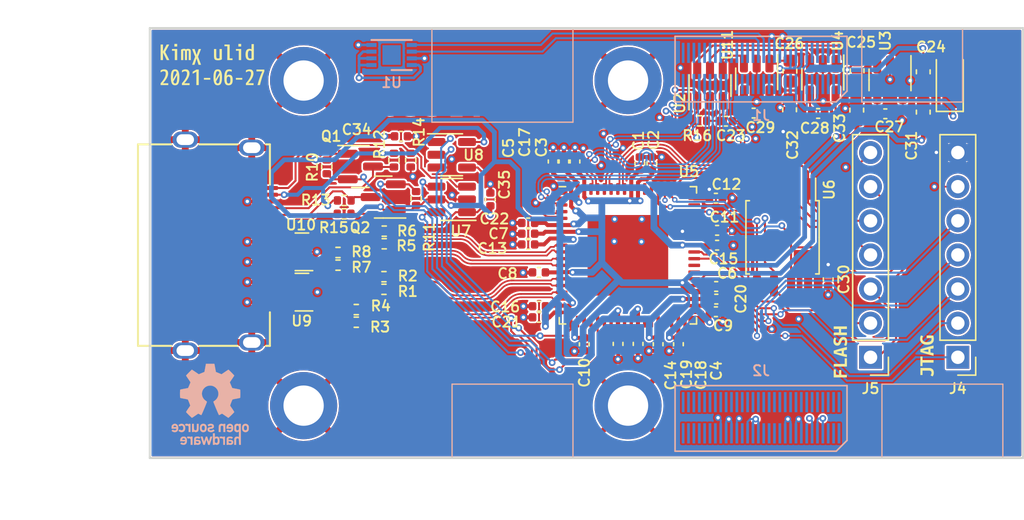
<source format=kicad_pcb>
(kicad_pcb (version 20221018) (generator pcbnew)
  (title_block (title "kimchi_ulid") (date "2019-12-15") (rev "v0.1") (company "GroupGets"))
  (layers (0 "F.Cu" signal) (1 "In1.Cu" power) (2 "In2.Cu" power) (31 "B.Cu" signal) (34 "B.Paste" user) (35 "F.Paste" user) (36 "B.SilkS" user "B.Silkscreen") (37 "F.SilkS" user "F.Silkscreen") (38 "B.Mask" user) (39 "F.Mask" user) (44 "Edge.Cuts" user))
  (net 0 "")
  (net 1 "Net-(J3-Pad15)")
  (net 2 "VDD_5V")
  (net 3 "VDD_1V8")
  (net 4 "VDD_3V3")
  (net 5 "I2C4_SCL")
  (net 6 "I2C4_SDA")
  (net 7 "VCHG")
  (net 8 "/VCHG_PROT")
  (net 9 "/DISP_CK_P")
  (net 10 "/DISP_D2_N")
  (net 11 "/DISP_D2_P")
  (net 12 "/DISP_D3_N")
  (net 13 "/DISP_D3_P")
  (net 14 "ECSPI2_MISO")
  (net 15 "/CAM_D0_N")
  (net 16 "ECSPI2_MOSI")
  (net 17 "/CAM_D0_P")
  (net 18 "ECSPI2_SS0")
  (net 19 "/CAM_D1_N")
  (net 20 "ECSPI2_SCLK")
  (net 21 "/CAM_D1_P")
  (net 22 "ECSPI1_MISO")
  (net 23 "/CAM_CK_N")
  (net 24 "ECSPI1_MOSI")
  (net 25 "/CAM_CK_P")
  (net 26 "ECSPI1_SS0")
  (net 27 "/CAM_D2_N")
  (net 28 "ECSPI1_SCLK")
  (net 29 "/CAM_D2_P")
  (net 30 "I2C1_SCL")
  (net 31 "/CAM_D3_N")
  (net 32 "I2C1_SDA")
  (net 33 "/CAM_D3_P")
  (net 34 "I2C2_SCL")
  (net 36 "I2C2_SDA")
  (net 37 "I2C3_SCL")
  (net 38 "I2C3_SDA")
  (net 39 "USB2_VBUS")
  (net 40 "USB2_ID")
  (net 41 "USB2_DN")
  (net 43 "USB2_DP")
  (net 44 "/DISP_D0_N")
  (net 45 "/DISP_D0_P")
  (net 46 "/DISP_D1_N")
  (net 47 "/DISP_D1_P")
  (net 48 "/USDHC3_DATA2")
  (net 49 "/DISP_CK_N")
  (net 50 "/USDHC3_DATA1")
  (net 51 "/USDHC3_DATA0")
  (net 52 "/USDHC3_DATA3")
  (net 53 "/USDHC3_CLK")
  (net 54 "/USDHC3_CMD")
  (net 55 "SAI3_TXFS")
  (net 56 "SAI3_MCLK")
  (net 57 "GPIO1[0]")
  (net 58 "GPIO1[1]")
  (net 60 "GPIO1[9]")
  (net 61 "GPIO1[10]")
  (net 62 "GPIO1[11]")
  (net 63 "GPIO1[12]")
  (net 64 "UART1_TX")
  (net 65 "GPIO1[13]")
  (net 66 "UART1_RX")
  (net 67 "GPIO1[14]")
  (net 68 "UART3_TX")
  (net 69 "GPIO1[15]")
  (net 70 "UART3_RX")
  (net 71 "SAI2_RXFS")
  (net 72 "SAI2_MCLK")
  (net 73 "SAI2_TXC")
  (net 74 "SAI2_TXD0")
  (net 75 "SAI2_RXC")
  (net 77 "SAI2_TXFS")
  (net 78 "SAI2_RXD0")
  (net 79 "/ENET_TXC")
  (net 80 "/ENET_TX_CTL")
  (net 82 "/ENET_TD2")
  (net 83 "PCIE_USB_D_P")
  (net 84 "/ENET_TD3")
  (net 85 "PCIE_USB_D_N")
  (net 86 "/ENET_TD0")
  (net 87 "SAI3_TXC")
  (net 88 "/ENET_TD1")
  (net 89 "SAI3_TXD")
  (net 90 "/ENET_RX_CTL")
  (net 91 "SAI3_RXD")
  (net 92 "/ENET_RXC")
  (net 93 "SAI3_RXFS")
  (net 94 "/ENET_RD0")
  (net 95 "SAI3_RXC")
  (net 96 "/ENET_RD2")
  (net 97 "/ENET_RD1")
  (net 98 "/ENET_RD3")
  (net 99 "/ENET_MDC")
  (net 100 "/ENET_MDIO")
  (net 101 "+3V3")
  (net 102 "+1V8")
  (net 103 "+1V0")
  (net 104 "Net-(J3-Pad16)")
  (net 105 "Net-(J3-Pad19)")
  (net 106 "Net-(C23-Pad1)")
  (net 107 "Net-(C27-Pad1)")
  (net 108 "Net-(U5-Pad19)")
  (net 116 "Net-(C28-Pad1)")
  (net 117 "/IO")
  (net 119 "Net-(R19-Pad2)")
  (net 120 "/FLASH_MISO|IO1")
  (net 121 "/FLASH_~{HLD}|~{RST}|IO3")
  (net 123 "/FLASH_~{WP}|IO2")
  (net 124 "/FLASH_CS")
  (net 125 "/FLASH_MOSI|IO0")
  (net 126 "/iCE_CDONE")
  (net 127 "/iCE_SCK")
  (net 128 "/iCE_CRESET")
  (net 129 "Net-(R20-Pad2)")
  (net 130 "/TMS")
  (net 131 "/TDI")
  (net 132 "/TDO")
  (net 137 "/_tmds_d2+")
  (net 138 "/_tmds_clk-")
  (net 139 "/_tmds_clk+")
  (net 140 "/_tmds_d0-")
  (net 141 "/_tmds_d0+")
  (net 142 "/_tmds_d1-")
  (net 143 "/_tmds_d1+")
  (net 144 "/_tmds_d2-")
  (net 145 "/tmds_d1+")
  (net 146 "/tmds_d1-")
  (net 147 "/tmds_d2+")
  (net 148 "/tmds_d2-")
  (net 149 "/tmds_clk+")
  (net 150 "/tmds_clk-")
  (net 151 "/tmds_d0+")
  (net 152 "/tmds_d0-")
  (net 153 "GND")
  (net 155 "Net-(J3-Pad13)")
  (net 156 "Net-(R15-Pad2)")
  (net 157 "Net-(U5-Pad24)")
  (net 158 "Net-(U5-Pad25)")
  (net 159 "Net-(U5-Pad27)")
  (net 160 "VDD")
  (net 161 "/TCK")
  (net 162 "Net-(Q1-Pad2)")
  (net 163 "Net-(C29-Pad1)")
  (net 164 "Net-(Q2-Pad2)")
  (net 165 "/en2")
  (net 166 "/en1")
  (net 167 "/en0")
  (footprint "Diode_SMD:D_SOD-123F" (layer "F.Cu") (at 166.55 98 90)
    (fp_text reference "D1" hide)
    (fp_text value "PMEG1020EH" hide)
  )
  (footprint "Package_TO_SOT_SMD:SOT-23-6" (layer "F.Cu") (at 148.7 98.275 90)
    (fp_text reference "U2")
    (fp_text value "LM3880")
  )
  (footprint "Resistor_SMD:R_0402_1005Metric" (layer "F.Cu") (at 120.175 104.325 90)
    (fp_text reference "R10")
    (fp_text value "2k2")
  )
  (footprint "Resistor_SMD:R_0402_1005Metric" (layer "F.Cu") (at 124.43 113.44 180)
    (fp_text reference "R1")
    (fp_text value "R")
  )
  (footprint "Resistor_SMD:R_0402_1005Metric" (layer "F.Cu") (at 125.175 103.825 90)
    (fp_text reference "R12")
    (fp_text value "2k2")
  )
  (footprint "Capacitor_SMD:C_0402_1005Metric" (layer "F.Cu") (at 143.35 117.505 -90)
    (fp_text reference "C19")
    (fp_text value "0.1uF")
  )
  (footprint "kimchi_ulid:HDMI-10029449-111RLF" (layer "F.Cu") (at 114.64 110.15 -90)
    (fp_text reference "J3" hide)
    (fp_text value "HDMI_A_1.4" hide)
  )
  (footprint "Capacitor_SMD:C_0402_1005Metric" (layer "F.Cu") (at 143.475 104.075 90)
    (fp_text reference "C1")
    (fp_text value "0.1uF")
  )
  (footprint "Capacitor_SMD:C_0402_1005Metric" (layer "F.Cu") (at 137.825 103.925 90)
    (fp_text reference "C17")
    (fp_text value "0.1uF")
  )
  (footprint "svg2mod" (layer "F.Cu") (at 164.85 118.4 90)
    (fp_text reference "svg2mod" hide)
    (fp_text value "G***" hide)
  )
  (footprint "Resistor_SMD:R_0402_1005Metric" (layer "F.Cu") (at 126.425 103.825 90)
    (fp_text reference "R14")
    (fp_text value "47k")
  )
  (footprint "Capacitor_SMD:C_0603_1608Metric" (layer "F.Cu") (at 154.65 97.2 -90)
    (fp_text reference "C26")
    (fp_text value "4.7uF")
  )
  (footprint "Capacitor_SMD:C_0402_1005Metric" (layer "F.Cu") (at 132.35 106.75 90)
    (fp_text reference "C35")
    (fp_text value "0.1uF")
  )
  (footprint "Resistor_SMD:R_0402_1005Metric" (layer "F.Cu") (at 124.45 110.05 180)
    (fp_text reference "R5")
    (fp_text value "R")
  )
  (footprint "Resistor_SMD:R_0402_1005Metric" (layer "F.Cu") (at 122.37 114.95 180)
    (fp_text reference "R4")
    (fp_text value "R")
  )
  (footprint "Capacitor_SMD:C_0603_1608Metric" (layer "F.Cu") (at 164.575 97.25 -90)
    (fp_text reference "C24")
    (fp_text value "4.7uF")
  )
  (footprint "Capacitor_SMD:C_0402_1005Metric" (layer "F.Cu") (at 138.65 103.925 90)
    (fp_text reference "C3")
    (fp_text value "0.1uF")
  )
  (footprint "Package_TO_SOT_SMD:SOT-23-5" (layer "F.Cu") (at 157.1 97.8 -90)
    (fp_text reference "U4")
    (fp_text value "LD3985M27R_SOT23")
  )
  (footprint "Capacitor_SMD:C_0402_1005Metric" (layer "F.Cu") (at 135.17 109.3 180)
    (fp_text reference "C7")
    (fp_text value "0.1uF")
  )
  (footprint "Capacitor_SMD:C_0402_1005Metric" (layer "F.Cu") (at 141.86 117.505 -90)
    (fp_text reference "C14")
    (fp_text value "0.1uF")
  )
  (footprint "Capacitor_SMD:C_0402_1005Metric" (layer "F.Cu") (at 135.975 115.525 180)
    (fp_text reference "C21")
    (fp_text value "0.1uF")
  )
  (footprint "Capacitor_SMD:C_0402_1005Metric" (layer "F.Cu") (at 125.7 102.05)
    (fp_text reference "C34")
    (fp_text value "0.1uF")
  )
  (footprint "svg2mod" (layer "F.Cu") (at 158.4 118.1 90)
    (fp_text reference "svg2mod" hide)
    (fp_text value "G***" hide)
  )
  (footprint "Capacitor_SMD:C_0603_1608Metric" (layer "F.Cu") (at 159.65 97.175 -90)
    (fp_text reference "C25")
    (fp_text value "4.7uF")
  )
  (footprint "Capacitor_SMD:C_0402_1005Metric" (layer "F.Cu") (at 135.975 114.7 180)
    (fp_text reference "C16")
    (fp_text value "0.1uF")
  )
  (footprint "Capacitor_SMD:C_0402_1005Metric" (layer "F.Cu") (at 149.16 113.23)
    (fp_text reference "C6")
    (fp_text value "0.1uF")
  )
  (footprint "Capacitor_SMD:C_0402_1005Metric" (layer "F.Cu") (at 149.14 115.11)
    (fp_text reference "C9")
    (fp_text value "0.1uF")
  )
  (footprint "Connector_PinHeader_2.54mm:PinHeader_1x07_P2.54mm_Vertical" (layer "F.Cu") (at 167.15 118.5 180)
    (fp_text reference "J4")
    (fp_text value "Jtag")
  )
  (footprint "svg2mod" (layer "F.Cu") (at 111.275 95.95)
    (fp_text reference "svg2mod" hide)
    (fp_text value "G***" hide)
  )
  (footprint "Resistor_SMD:R_0402_1005Metric" (layer "F.Cu") (at 124.45 109.11 180)
    (fp_text reference "R6")
    (fp_text value "R")
  )
  (footprint "Resistor_SMD:R_0402_1005Metric" (layer "F.Cu") (at 122.37 115.89 180)
    (fp_text reference "R3")
    (fp_text value "R")
  )
  (footprint "Resistor_SMD:R_0402_1005Metric" (layer "F.Cu") (at 147.940001 100.9)
    (fp_text reference "R16")
    (fp_text value "R")
  )
  (footprint "Package_SO:SOIC-8_5.23x5.23mm_P1.27mm" (layer "F.Cu") (at 154.1 109.57 -90)
    (fp_text reference "U6")
    (fp_text value "W25Q32JVSS")
  )
  (footprint "Capacitor_SMD:C_0603_1608Metric" (layer "F.Cu") (at 159.625 100.1 90)
    (fp_text reference "C33")
    (fp_text value "10uF")
  )
  (footprint "Resistor_SMD:R_0402_1005Metric" (layer "F.Cu") (at 126.825 106.675 -90)
    (fp_text reference "R11")
    (fp_text value "2k2")
  )
  (footprint "Package_TO_SOT_SMD:SOT-23" (layer "F.Cu") (at 124.375 106.575 180)
    (fp_text reference "Q2")
    (fp_text value "2N7002")
  )
  (footprint "Capacitor_SMD:C_0402_1005Metric" (layer "F.Cu") (at 161.75 100.375)
    (fp_text reference "C27")
    (fp_text value "0.01uF")
  )
  (footprint "Capacitor_SMD:C_0402_1005Metric" (layer "F.Cu") (at 149.17 114.17)
    (fp_text reference "C20")
    (fp_text value "0.1uF")
  )
  (footprint "Capacitor_SMD:C_0402_1005Metric" (layer "F.Cu") (at 149.23 110.16)
    (fp_text reference "C15")
    (fp_text value "0.1uF")
  )
  (footprint "Package_TO_SOT_SMD:SOT-23" (layer "F.Cu") (at 122.675 104.3)
    (fp_text reference "Q1")
    (fp_text value "2N7002")
  )
  (footprint "Capacitor_SMD:C_0402_1005Metric" (layer "F.Cu") (at 135.17 108.5 180)
    (fp_text reference "C22")
    (fp_text value "0.1uF")
  )
  (footprint "Capacitor_SMD:C_0402_1005Metric" (layer "F.Cu") (at 144.84 117.525 -90)
    (fp_text reference "C18")
    (fp_text value "0.1uF")
  )
  (footprint "svg2mod" (layer "F.Cu") (at 111.665 97.66)
    (fp_text reference "svg2mod" hide)
    (fp_text value "G***" hide)
  )
  (footprint "Capacitor_SMD:C_0402_1005Metric" (layer "F.Cu") (at 137.025 103.925 90)
    (fp_text reference "C5")
    (fp_text value "0.1uF")
  )
  (footprint "Resistor_SMD:R_0402_1005Metric" (layer "F.Cu") (at 121.01 111.64 180)
    (fp_text reference "R7")
    (fp_text value "R")
  )
  (footprint "Resistor_SMD:R_0402_1005Metric" (layer "F.Cu") (at 124.43 112.5 180)
    (fp_text reference "R2")
    (fp_text value "R")
  )
  (footprint "Capacitor_SMD:C_0402_1005Metric" (layer "F.Cu") (at 149.23 109.05)
    (fp_text reference "C11")
    (fp_text value "0.1uF")
  )
  (footprint "Connector_PinHeader_2.54mm:PinHeader_1x07_P2.54mm_Vertical" (layer "F.Cu") (at 160.65 118.5 180)
    (fp_text reference "J5")
    (fp_text value "Flash")
  )
  (footprint "Capacitor_SMD:C_0603_1608Metric" (layer "F.Cu") (at 154.625 100.075 90)
    (fp_text reference "C32")
    (fp_text value "10uF")
  )
  (footprint "Resistor_SMD:R_0402_1005Metric" (layer "F.Cu") (at 121.01 110.7 180)
    (fp_text reference "R8")
    (fp_text value "R")
  )
  (footprint "Capacitor_SMD:C_0402_1005Metric" (layer "F.Cu") (at 135.97 112.18 180)
    (fp_text reference "C8")
    (fp_text value "0.1uF")
  )
  (footprint "Package_DFN_QFN:QFN-72-1EP_10x10mm_P0.5mm_EP6x6mm" (layer "F.Cu") (at 142.59 110.91)
    (fp_text reference "U5")
    (fp_text value "LIFCL40-NX")
  )
  (footprint "Resistor_SMD:R_0402_1005Metric" (layer "F.Cu") (at 121.465 107.825)
    (fp_text reference "R15")
    (fp_text value "100R")
  )
  (footprint "Capacitor_SMD:C_0402_1005Metric" (layer "F.Cu") (at 146.35 117.525 -90)
    (fp_text reference "C4")
    (fp_text value "0.1uF")
  )
  (footprint "Capacitor_SMD:C_0402_1005Metric" (layer "F.Cu") (at 135.17 110.1 180)
    (fp_text reference "C13")
    (fp_text value "0.1uF")
  )
  (footprint "Capacitor_SMD:C_0402_1005Metric" (layer "F.Cu") (at 149.89 100.925)
    (fp_text reference "C23")
    (fp_text value "C")
  )
  (footprint "Capacitor_SMD:C_0402_1005Metric" (layer "F.Cu") (at 151.95 100.325)
    (fp_text reference "C29")
    (fp_text value "0.01uF")
  )
  (footprint "Package_TO_SOT_SMD:SOT-23-5" (layer "F.Cu") (at 129.475 103.425)
    (fp_text reference "U8")
    (fp_text value "74LVC1G125")
  )
  (footprint "Capacitor_SMD:C_0603_1608Metric" (layer "F.Cu") (at 164.575 100.25 90)
    (fp_text reference "C31")
    (fp_text value "10uF")
  )
  (footprint "Capacitor_SMD:C_0402_1005Metric" (layer "F.Cu") (at 139.34 117.535 -90)
    (fp_text reference "C10")
    (fp_text value "0.1uF")
  )
  (footprint "Capacitor_SMD:C_0402_1005Metric" (layer "F.Cu") (at 157.5 112.7 -90)
    (fp_text reference "C30")
    (fp_text value "0.1uF")
  )
  (footprint "Package_SON:USON-10_2.5x1.0mm_P0.5mm" (layer "F.Cu") (at 118.325 110.65 180)
    (fp_text reference "U10")
    (fp_text value "TPD4E02B04DQA")
  )
  (footprint "Resistor_SMD:R_0402_1005Metric" (layer "F.Cu") (at 121.475 106.825 180)
    (fp_text reference "R13")
    (fp_text value "2k2")
  )
  (footprint "svg2mod" (layer "F.Cu") (at 130.388625 99.440625)
    (fp_text reference "svg2mod" hide)
    (fp_text value "G***" hide)
  )
  (footprint "Capacitor_SMD:C_0402_1005Metric" (layer "F.Cu") (at 149.14 106.66)
    (fp_text reference "C12")
    (fp_text value "0.1uF")
  )
  (footprint "Package_TO_SOT_SMD:SOT-23-5" (layer "F.Cu") (at 152.175 97.775 -90)
    (fp_text reference "U11")
    (fp_text value "LD3985M27R_SOT23")
  )
  (footprint "Package_SON:USON-10_2.5x1.0mm_P0.5mm" (layer "F.Cu") (at 118.325 113.65 180)
    (fp_text reference "U9")
    (fp_text value "TPD4E02B04DQA")
  )
  (footprint "Capacitor_SMD:C_0402_1005Metric" (layer "F.Cu") (at 156.75 100.35)
    (fp_text reference "C28")
    (fp_text value "0.01uF")
  )
  (footprint "Package_TO_SOT_SMD:SOT-23-6" (layer "F.Cu") (at 129.475 106.75 180)
    (fp_text reference "U7")
    (fp_text value "74LVC2G17")
  )
  (footprint "Capacitor_SMD:C_0402_1005Metric" (layer "F.Cu") (at 144.375 104.075 90)
    (fp_text reference "C2")
    (fp_text value "0.1uF")
  )
  (footprint "Package_TO_SOT_SMD:SOT-23-5" (layer "F.Cu") (at 162.1 97.85 -90)
    (fp_text reference "U3")
    (fp_text value "LD3985M27R_SOT23")
  )
  (footprint "kimchi_ulid:DF40HC(3.5)-60DS" (layer "B.Cu") (at 152.5 123 180)
    (fp_text reference "J2")
    (fp_text value "DF40HC(3.5)-60DS" hide)
  )
  (footprint "Symbol:OSHW-Logo_5.7x6mm_SilkScreen" (layer "B.Cu") (at 111.5 122 180)
    (fp_text reference "LOGO1" hide)
    (fp_text value "Logo_Open_Hardware_Small" hide)
  )
  (footprint "Package_DFN_QFN:DFN-8-1EP_3x2mm_P0.5mm_EP1.36x1.46mm" (layer "B.Cu") (at 125 96)
    (fp_text reference "U1")
    (fp_text value "24C32" hide)
  )
  (footprint "kimchi_ulid:MountingHole_M2_Standoff" (layer "B.Cu") (at 118.45 97.9)
    (fp_text reference "H1" hide)
    (fp_text value "MountingHole_Pad" hide)
  )
  (footprint "kimchi_ulid:MountingHole_M2_Standoff" (layer "B.Cu") (at 118.45 122.1)
    (fp_text reference "H2" hide)
    (fp_text value "MountingHole_Pad" hide)
  )
  (footprint "kimchi_ulid:MountingHole_M2_Standoff" (layer "B.Cu") (at 142.6 97.9)
    (fp_text reference "H3" hide)
    (fp_text value "MountingHole_Pad" hide)
  )
  (footprint "kimchi_ulid:MountingHole_M2_Standoff" (layer "B.Cu") (at 142.6 122.1)
    (fp_text reference "H4" hide)
    (fp_text value "MountingHole_Pad" hide)
  )
  (footprint "kimchi_ulid:DF40HC(3.5)-60DS" (layer "B.Cu") (at 152.5 97 180)
    (fp_text reference "J1")
    (fp_text value "DF40HC(3.5)-60DS" hide)
  )
  (footprint "kimchi_ulid:KIMCHI_MICRO" (layer "B.Cu") (at 107 126)
    (fp_text reference "K1" hide)
    (fp_text value "KIMCHI_MICRO")
  )
  (gr_line (start 167.5 94) (end 160 94) (stroke (width 0.1)) (layer "B.SilkS"))
  (gr_line (start 138.5 94) (end 128 94) (stroke (width 0.1)) (layer "B.SilkS"))
  (gr_line (start 138.5 120.5) (end 129.5 120.5) (stroke (width 0.1)) (layer "B.SilkS"))
  (gr_line (start 170.5 120.5) (end 161.5 120.5) (stroke (width 0.1)) (layer "B.SilkS"))
  (gr_line (start 128 101) (end 138.5 101) (stroke (width 0.1)) (layer "B.SilkS"))
  (gr_line (start 167.5 99.5) (end 167.5 94) (stroke (width 0.1)) (layer "B.SilkS"))
  (gr_line (start 160 94) (end 160 99.5) (stroke (width 0.1)) (layer "B.SilkS"))
  (gr_line (start 161.5 120.5) (end 161.5 126) (stroke (width 0.1)) (layer "B.SilkS"))
  (gr_line (start 129.5 126) (end 138.5 126) (stroke (width 0.1)) (layer "B.SilkS"))
  (gr_line (start 161.5 126) (end 170.5 126) (stroke (width 0.1)) (layer "B.SilkS"))
  (gr_line (start 138.5 126) (end 138.5 120.5) (stroke (width 0.1)) (layer "B.SilkS"))
  (gr_line (start 129.5 120.5) (end 129.5 126) (stroke (width 0.1)) (layer "B.SilkS"))
  (gr_line (start 128 94) (end 128 101) (stroke (width 0.1)) (layer "B.SilkS"))
  (gr_line (start 138.5 101) (end 138.5 94) (stroke (width 0.1)) (layer "B.SilkS"))
  (gr_line (start 160 99.5) (end 167.5 99.5) (stroke (width 0.1)) (layer "B.SilkS"))
  (gr_line (start 170.5 126) (end 170.5 120.5) (stroke (width 0.1)) (layer "B.SilkS"))
  (gr_line (start 107 94) (end 172 94) (stroke (width 0.15)) (layer "Edge.Cuts"))
  (gr_line (start 107 126) (end 107 94) (stroke (width 0.15)) (layer "Edge.Cuts"))
  (gr_line (start 172 94) (end 172 126) (stroke (width 0.15)) (layer "Edge.Cuts"))
  (gr_line (start 172 126) (end 107 126) (stroke (width 0.15)) (layer "Edge.Cuts"))
  (segment (start 120.625 106.15) (end 118.875 107.9) (width 0.15) (layer "F.Cu") (net 1))
  (segment (start 121.31 106.15) (end 120.625 106.15) (width 0.15) (layer "F.Cu") (net 1))
  (segment (start 123.4375 106.575) (end 122.235 106.575) (width 0.15) (layer "F.Cu") (net 1))
  (segment (start 118.875 107.9) (end 115.59 107.9) (width 0.15) (layer "F.Cu") (net 1))
  (segment (start 123.4025 106.54) (end 123.4375 106.575) (width 0.15) (layer "F.Cu") (net 1))
  (segment (start 122.235 106.575) (end 121.985 106.825) (width 0.15) (layer "F.Cu") (net 1))
  (segment (start 121.985 106.825) (end 121.31 106.15) (width 0.15) (layer "F.Cu") (net 1))
  (segment (start 153.7375 96.6375) (end 153.7375 96.8375) (width 0.15) (layer "F.Cu") (net 2))
  (segment (start 154.65 96.425) (end 153.95 96.425) (width 0.15) (layer "F.Cu") (net 2))
  (segment (start 153.125 96.6375) (end 153.7375 96.6375) (width 0.15) (layer "F.Cu") (net 2))
  (segment (start 153.7375 96.8375) (end 153.9 97) (width 0.15) (layer "F.Cu") (net 2))
  (segment (start 153.7375 96.6375) (end 153.95 96.425) (width 0.15) (layer "F.Cu") (net 2))
  (via (at 153.9 97) (size 0.5) (drill 0.254) (layers "F.Cu" "B.Cu") (net 2))
  (segment (start 155.3 97) (end 154.9 97) (width 0.15) (layer "B.Cu") (net 2))
  (segment (start 155.5 95.84) (end 155.5 96.8) (width 0.15) (layer "B.Cu") (net 2))
  (segment (start 155.625 97) (end 155.3 97) (width 0.15) (layer "B.Cu") (net 2))
  (segment (start 155.1 95.84) (end 155.1 96.8) (width 0.15) (layer "B.Cu") (net 2))
  (segment (start 155.1 96.8) (end 154.9 97) (width 0.15) (layer "B.Cu") (net 2))
  (segment (start 155.5 96.8) (end 155.3 97) (width 0.15) (layer "B.Cu") (net 2))
  (segment (start 155.9 96.725) (end 155.625 97) (width 0.15) (layer "B.Cu") (net 2))
  (segment (start 154.9 97) (end 154.575 97) (width 0.15) (layer "B.Cu") (net 2))
  (segment (start 153.9 97) (end 154.575 97) (width 0.15) (layer "B.Cu") (net 2))
  (segment (start 154.575 97) (end 154.7 96.875) (width 0.15) (layer "B.Cu") (net 2))
  (segment (start 154.7 96.875) (end 154.7 95.84) (width 0.15) (layer "B.Cu") (net 2))
  (segment (start 155.9 95.84) (end 155.9 96.725) (width 0.15) (layer "B.Cu") (net 2))
  (via (at 152.1 123.1) (size 0.5) (drill 0.254) (layers "F.Cu" "B.Cu") (net 3))
  (segment (start 151.9 124.16) (end 151.9 123.3) (width 0.15) (layer "B.Cu") (net 3))
  (segment (start 151.7 123.1) (end 152.1 123.1) (width 0.15) (layer "B.Cu") (net 3))
  (segment (start 151.5 124.16) (end 151.5 123.3) (width 0.15) (layer "B.Cu") (net 3))
  (segment (start 151.5 123.3) (end 151.7 123.1) (width 0.15) (layer "B.Cu") (net 3))
  (segment (start 152.3 123.3) (end 152.1 123.1) (width 0.15) (layer "B.Cu") (net 3))
  (segment (start 152.3 124.16) (end 152.3 123.3) (width 0.15) (layer "B.Cu") (net 3))
  (segment (start 151.9 123.3) (end 152.1 123.1) (width 0.15) (layer "B.Cu") (net 3))
  (segment (start 147.430001 101.880001) (end 147.7 102.15) (width 0.15) (layer "F.Cu") (net 4))
  (segment (start 159.625 96.4) (end 158.925 97.1) (width 0.15) (layer "F.Cu") (net 4))
  (segment (start 147.55 98.65) (end 147.5 98.6) (width 0.15) (layer "F.Cu") (net 4))
  (segment (start 164.575 96.475) (end 164.575 95.525) (width 0.15) (layer "F.Cu") (net 4))
  (segment (start 147.75 99.4125) (end 147.75 98.85) (width 0.15) (layer "F.Cu") (net 4))
  (segment (start 147.430001 100.9) (end 147.430001 100.544999) (width 0.15) (layer "F.Cu") (net 4))
  (segment (start 147.75 98.85) (end 147.55 98.65) (width 0.15) (layer "F.Cu") (net 4))
  (segment (start 158.05 96.6625) (end 158.5875 96.6625) (width 0.15) (layer "F.Cu") (net 4))
  (segment (start 147.430001 100.544999) (end 147.75 100.225) (width 0.15) (layer "F.Cu") (net 4))
  (segment (start 163.5875 96.7125) (end 163.825 96.475) (width 0.15) (layer "F.Cu") (net 4))
  (segment (start 164.575 95.525) (end 164.55 95.5) (width 0.15) (layer "F.Cu") (net 4))
  (segment (start 147.75 100.225) (end 147.75 99.4125) (width 0.15) (layer "F.Cu") (net 4))
  (segment (start 163.825 96.475) (end 164.575 96.475) (width 0.15) (layer "F.Cu") (net 4))
  (segment (start 158.5875 96.6625) (end 158.85 96.4) (width 0.15) (layer "F.Cu") (net 4))
  (segment (start 163.05 96.7125) (end 163.5875 96.7125) (width 0.15) (layer "F.Cu") (net 4))
  (segment (start 158.85 96.4) (end 159.65 96.4) (width 0.15) (layer "F.Cu") (net 4))
  (segment (start 147.5 98.6) (end 146.1 98.6) (width 0.15) (layer "F.Cu") (net 4))
  (segment (start 147.430001 100.9) (end 147.430001 101.880001) (width 0.15) (layer "F.Cu") (net 4))
  (segment (start 159.65 96.4) (end 159.625 96.4) (width 0.15) (layer "F.Cu") (net 4))
  (via (at 147.7 102.15) (size 0.5) (drill 0.254) (layers "F.Cu" "B.Cu") (net 4))
  (via (at 122.575 97.7) (size 0.5) (drill 0.254) (layers "F.Cu" "B.Cu") (net 4))
  (via (at 157.1 123.05) (size 0.5) (drill 0.254) (layers "F.Cu" "B.Cu") (net 4))
  (via (at 164.55 95.5) (size 0.5) (drill 0.254) (layers "F.Cu" "B.Cu") (net 4))
  (via (at 146.1 98.6) (size 0.5) (drill 0.254) (layers "F.Cu" "B.Cu") (net 4))
  (via (at 158.925 97.1) (size 0.5) (drill 0.254) (layers "F.Cu" "B.Cu") (net 4))
  (via (at 156.100768 123.047234) (size 0.5) (drill 0.254) (layers "F.Cu" "B.Cu") (net 4))
  (segment (start 123.5 95.75) (end 122.875 95.75) (width 0.2) (layer "B.Cu") (net 4))
  (segment (start 122.625 96.75) (end 122.575 96.8) (width 0.2) (layer "B.Cu") (net 4))
  (segment (start 127 96.75) (end 127.15 96.9) (width 0.2) (layer "B.Cu") (net 4))
  (segment (start 122.575 96.05) (end 122.575 96.25) (width 0.2) (layer "B.Cu") (net 4))
  (segment (start 158.925 97.1) (end 161.15 97.1) (width 0.35) (layer "B.Cu") (net 4))
  (segment (start 162.75 95.5) (end 164.55 95.5) (width 0.35) (layer "B.Cu") (net 4))
  (segment (start 122.575 96.25) (end 122.575 96.8) (width 0.2) (layer "B.Cu") (net 4))
  (segment (start 157.1 124.16) (end 157.1 123.05) (width 0.15) (layer "B.Cu") (net 4))
  (segment (start 122.575 96.8) (end 122.575 97.7) (width 0.2) (layer "B.Cu") (net 4))
  (segment (start 156.7 124.16) (end 156.7 123.15) (width 0.15) (layer "B.Cu") (net 4))
  (segment (start 161.15 97.1) (end 162.75 95.5) (width 0.35) (layer "B.Cu") (net 4))
  (segment (start 156.7 123.15) (end 156.8 123.05) (width 0.15) (layer "B.Cu") (net 4))
  (segment (start 126.5 96.75) (end 127 96.75) (width 0.2) (layer "B.Cu") (net 4))
  (segment (start 127.15 97.2) (end 126.65 97.7) (width 0.2) (layer "B.Cu") (net 4))
  (segment (start 156.8 123.05) (end 157.1 123.05) (width 0.15) (layer "B.Cu") (net 4))
  (segment (start 123.5 96.75) (end 122.625 96.75) (width 0.2) (layer "B.Cu") (net 4))
  (segment (start 127.15 96.9) (end 127.15 97.2) (width 0.2) (layer "B.Cu") (net 4))
  (segment (start 126.65 97.7) (end 122.575 97.7) (width 0.2) (layer "B.Cu") (net 4))
  (segment (start 123.5 96.25) (end 122.575 96.25) (width 0.2) (layer "B.Cu") (net 4))
  (segment (start 156.3 124.16) (end 156.3 123.246466) (width 0.15) (layer "B.Cu") (net 4))
  (segment (start 122.875 95.75) (end 122.575 96.05) (width 0.2) (layer "B.Cu") (net 4))
  (segment (start 156.3 123.246466) (end 156.100768 123.047234) (width 0.15) (layer "B.Cu") (net 4))
  (segment (start 152.3 94.95) (end 152.1 94.75) (width 0.15) (layer "B.Cu") (net 5))
  (segment (start 152.3 95.84) (end 152.3 94.95) (width 0.15) (layer "B.Cu") (net 5))
  (segment (start 137.225 94.75) (end 136.225 95.75) (width 0.15) (layer "B.Cu") (net 5))
  (segment (start 136.225 95.75) (end 126.5 95.75) (width 0.15) (layer "B.Cu") (net 5))
  (segment (start 152.1 94.75) (end 137.225 94.75) (width 0.15) (layer "B.Cu") (net 5))
  (segment (start 136.125 95.25) (end 136.975 94.4) (width 0.15) (layer "B.Cu") (net 6))
  (segment (start 152.7 94.8) (end 152.7 95.84) (width 0.15) (layer "B.Cu") (net 6))
  (segment (start 152.3 94.4) (end 152.7 94.8) (width 0.15) (layer "B.Cu") (net 6))
  (segment (start 126.5 95.25) (end 136.125 95.25) (width 0.15) (layer "B.Cu") (net 6))
  (segment (start 136.975 94.4) (end 152.3 94.4) (width 0.15) (layer "B.Cu") (net 6))
  (segment (start 166.55 99.4) (end 166.55 100.3) (width 0.3) (layer "F.Cu") (net 7))
  (segment (start 166.55 100.3) (end 166.8 100.55) (width 0.3) (layer "F.Cu") (net 7))
  (via (at 166.8 100.55) (size 0.5) (drill 0.254) (layers "F.Cu" "B.Cu") (net 7))
  (segment (start 166.7 99.9) (end 166.8 100) (width 0.3) (layer "B.Cu") (net 7))
  (segment (start 155.9 100) (end 155.75 100) (width 0.3) (layer "B.Cu") (net 7))
  (segment (start 159.2 99.4) (end 166.2 99.4) (width 0.3) (layer "B.Cu") (net 7))
  (segment (start 166.2 99.4) (end 166.7 99.9) (width 0.3) (layer "B.Cu") (net 7))
  (segment (start 157.7 100) (end 155.9 100) (width 0.3) (layer "B.Cu") (net 7))
  (segment (start 155.75 100) (end 155.5 99.75) (width 0.3) (layer "B.Cu") (net 7))
  (segment (start 155.9 98.16) (end 155.9 100) (width 0.15) (layer "B.Cu") (net 7))
  (segment (start 159.2 99.4) (end 158.3 99.4) (width 0.3) (layer "B.Cu") (net 7))
  (segment (start 156.85 100) (end 156.375 99.525) (width 0.3) (layer "B.Cu") (net 7))
  (segment (start 156.3 99.45) (end 156.375 99.525) (width 0.15) (layer "B.Cu") (net 7))
  (segment (start 155.1 99.35) (end 155.5 99.75) (width 0.15) (layer "B.Cu") (net 7))
  (segment (start 155.1 98.16) (end 155.1 99.35) (width 0.15) (layer "B.Cu") (net 7))
  (segment (start 155.5 98.16) (end 155.5 99.75) (width 0.15) (layer "B.Cu") (net 7))
  (segment (start 158.225 99.475) (end 157.7 100) (width 0.3) (layer "B.Cu") (net 7))
  (segment (start 156.7 98.16) (end 156.7 99.2) (width 0.15) (layer "B.Cu") (net 7))
  (segment (start 156.3 98.16) (end 156.3 99.45) (width 0.15) (layer "B.Cu") (net 7))
  (segment (start 158.3 99.4) (end 158.225 99.475) (width 0.3) (layer "B.Cu") (net 7))
  (segment (start 166.8 100) (end 166.8 100.55) (width 0.3) (layer "B.Cu") (net 7))
  (segment (start 156.7 99.2) (end 156.375 99.525) (width 0.15) (layer "B.Cu") (net 7))
  (segment (start 156.85 100) (end 157.7 100) (width 0.121666) (layer "B.Cu") (net 7))
  (segment (start 140.290225 105.922725) (end 140.34 105.9725) (width 0.127) (layer "F.Cu") (net 9))
  (segment (start 139.89306 103.791546) (end 139.833446 103.85116) (width 0.127) (layer "F.Cu") (net 9))
  (segment (start 140.217001 105.354502) (end 140.217001 105.745948) (width 0.127) (layer "F.Cu") (net 9))
  (segment (start 139.838447 104.768841) (end 140.070555 105.000949) (width 0.127) (layer "F.Cu") (net 9))
  (segment (start 139.833447 104.768841) (end 139.838447 104.768841) (width 0.127) (layer "F.Cu") (net 9))
  (segment (start 140.126546 103.791546) (end 139.89306 103.791546) (width 0.127) (layer "F.Cu") (net 9))
  (segment (start 139.687 104.204713) (end 139.687 104.415287) (width 0.127) (layer "F.Cu") (net 9))
  (via (at 140.126546 103.791546) (size 0.4572) (drill 0.254) (layers "F.Cu" "B.Cu") (net 9))
  (via (at 140.126546 103.791546) (size 0.4572) (drill 0.254) (layers "F.Cu" "B.Cu") (net 9))
  (arc (start 140.217001 105.354502) (mid 140.178941 105.163161) (end 140.070555 105.000949) (width 0.127) (layer "F.Cu") (net 9))
  (arc (start 139.687 104.204713) (mid 139.72506 104.013372) (end 139.833446 103.85116) (width 0.127) (layer "F.Cu") (net 9))
  (arc (start 140.290225 105.922725) (mid 140.236032 105.841619) (end 140.217001 105.745948) (width 0.127) (layer "F.Cu") (net 9))
  (arc (start 139.687 104.415287) (mid 139.72506 104.606629) (end 139.833447 104.768841) (width 0.127) (layer "F.Cu") (net 9))
  (segment (start 140.94384 103.458446) (end 140.94384 103.457765) (width 0.127) (layer "B.Cu") (net 9))
  (segment (start 143.704 103.86) (end 143.704 103.533) (width 0.127) (layer "B.Cu") (net 9))
  (segment (start 147.209052 104.240554) (end 148.480553 102.969053) (width 0.127) (layer "B.Cu") (net 9))
  (segment (start 142.774501 104.387) (end 143.177 104.387) (width 0.127) (layer "B.Cu") (net 9))
  (segment (start 144.777 104.387) (end 146.855499 104.387) (width 0.127) (layer "B.Cu") (net 9))
  (segment (start 141.324501 103.627) (end 141.600287 103.627) (width 0.127) (layer "B.Cu") (net 9))
  (segment (start 140.948159 103.457765) (end 140.970947 103.480553) (width 0.127) (layer "B.Cu") (net 9))
  (segment (start 148.7 99.285001) (end 148.7 98.16) (width 0.127) (layer "B.Cu") (net 9))
  (segment (start 141.95384 103.773446) (end 142.420947 104.240553) (width 0.127) (layer "B.Cu") (net 9))
  (segment (start 148.627 99.358001) (end 148.7 99.285001) (width 0.127) (layer "B.Cu") (net 9))
  (segment (start 148.627 102.615499) (end 148.627 99.358001) (width 0.127) (layer "B.Cu") (net 9))
  (segment (start 140.579713 103.312) (end 140.590287 103.312) (width 0.127) (layer "B.Cu") (net 9))
  (segment (start 140.94384 103.457765) (end 140.948159 103.457765) (width 0.127) (layer "B.Cu") (net 9))
  (segment (start 140.126546 103.791546) (end 140.126546 103.661613) (width 0.127) (layer "B.Cu") (net 9))
  (segment (start 140.199769 103.484837) (end 140.226159 103.458447) (width 0.127) (layer "B.Cu") (net 9))
  (segment (start 144.25 103.533) (end 144.25 103.86) (width 0.127) (layer "B.Cu") (net 9))
  (arc (start 142.420947 104.240553) (mid 142.583159 104.34894) (end 142.774501 104.387) (width 0.127) (layer "B.Cu") (net 9))
  (arc (start 140.970947 103.480553) (mid 141.133159 103.58894) (end 141.324501 103.627) (width 0.127) (layer "B.Cu") (net 9))
  (arc (start 148.480553 102.969053) (mid 148.58894 102.806841) (end 148.627 102.615499) (width 0.127) (layer "B.Cu") (net 9))
  (arc (start 140.590287 103.312) (mid 140.781628 103.35006) (end 140.94384 103.458446) (width 0.127) (layer "B.Cu") (net 9))
  (arc (start 144.25 103.86) (mid 144.404355 104.232645) (end 144.777 104.387) (width 0.127) (layer "B.Cu") (net 9))
  (arc (start 146.855499 104.387) (mid 147.04684 104.34894) (end 147.209052 104.240554) (width 0.127) (layer "B.Cu") (net 9))
  (arc (start 143.704 103.533) (mid 143.78396 103.33996) (end 143.977 103.26) (width 0.127) (layer "B.Cu") (net 9))
  (arc (start 141.600287 103.627) (mid 141.791628 103.66506) (end 141.95384 103.773446) (width 0.127) (layer "B.Cu") (net 9))
  (arc (start 143.977 103.26) (mid 144.17004 103.33996) (end 144.25 103.533) (width 0.127) (layer "B.Cu") (net 9))
  (arc (start 140.226159 103.458447) (mid 140.388371 103.35006) (end 140.579713 103.312) (width 0.127) (layer "B.Cu") (net 9))
  (arc (start 143.177 104.387) (mid 143.549645 104.232645) (end 143.704 103.86) (width 0.127) (layer "B.Cu") (net 9))
  (arc (start 140.126546 103.661613) (mid 140.145576 103.565943) (end 140.199769 103.484837) (width 0.127) (layer "B.Cu") (net 9))
  (segment (start 136.680948 106.890554) (end 136.513386 106.722992) (width 0.127) (layer "F.Cu") (net 10))
  (segment (start 137.6525 107.16) (end 137.602724 107.110224) (width 0.127) (layer "F.Cu") (net 10))
  (segment (start 137.425948 107.037001) (end 137.034502 107.037001) (width 0.127) (layer "F.Cu") (net 10))
  (segment (start 136.159833 106.576546) (end 136.133454 106.576546) (width 0.127) (layer "F.Cu") (net 10))
  (via (at 136.133454 106.576546) (size 0.4572) (drill 0.254) (layers "F.Cu" "B.Cu") (net 10))
  (arc (start 136.513386 106.722992) (mid 136.351174 106.614606) (end 136.159833 106.576546) (width 0.127) (layer "F.Cu") (net 10))
  (arc (start 137.602724 107.110224) (mid 137.521618 107.056031) (end 137.425948 107.037001) (width 0.127) (layer "F.Cu") (net 10))
  (arc (start 136.680948 106.890554) (mid 136.84316 106.998941) (end 137.034502 107.037001) (width 0.127) (layer "F.Cu") (net 10))
  (segment (start 149.173 99.358001) (end 149.1 99.285001) (width 0.127) (layer "B.Cu") (net 10))
  (segment (start 136.133454 106.34306) (end 136.069446 106.279052) (width 0.127) (layer "B.Cu") (net 10))
  (segment (start 149.1 99.285001) (end 149.1 98.16) (width 0.127) (layer "B.Cu") (net 10))
  (segment (start 136.069447 105.270947) (end 136.220948 105.119446) (width 0.127) (layer "B.Cu") (net 10))
  (segment (start 136.133454 106.576546) (end 136.133454 106.34306) (width 0.127) (layer "B.Cu") (net 10))
  (segment (start 149.173 102.900287) (end 149.173 99.358001) (width 0.127) (layer "B.Cu") (net 10))
  (segment (start 136.574501 104.973) (end 147.100287 104.973) (width 0.127) (layer "B.Cu") (net 10))
  (segment (start 135.923 105.925499) (end 135.923 105.624501) (width 0.127) (layer "B.Cu") (net 10))
  (segment (start 147.453841 104.826553) (end 149.026554 103.25384) (width 0.127) (layer "B.Cu") (net 10))
  (arc (start 135.923 105.624501) (mid 135.96106 105.433159) (end 136.069447 105.270947) (width 0.127) (layer "B.Cu") (net 10))
  (arc (start 135.923 105.925499) (mid 135.96106 106.11684) (end 136.069446 106.279052) (width 0.127) (layer "B.Cu") (net 10))
  (arc (start 147.453841 104.826553) (mid 147.291629 104.93494) (end 147.100287 104.973) (width 0.127) (layer "B.Cu") (net 10))
  (arc (start 136.574501 104.973) (mid 136.38316 105.01106) (end 136.220948 105.119446) (width 0.127) (layer "B.Cu") (net 10))
  (arc (start 149.026554 103.25384) (mid 149.13494 103.091628) (end 149.173 102.900287) (width 0.127) (layer "B.Cu") (net 10))
  (segment (start 137.6525 106.66) (end 137.602724 106.709776) (width 0.127) (layer "F.Cu") (net 11))
  (segment (start 136.786158 106.636552) (end 136.692992 106.543386) (width 0.127) (layer "F.Cu") (net 11))
  (segment (start 136.546546 106.189833) (end 136.546546 106.163454) (width 0.127) (layer "F.Cu") (net 11))
  (segment (start 137.425948 106.782999) (end 137.139712 106.782999) (width 0.127) (layer "F.Cu") (net 11))
  (via (at 136.546546 106.163454) (size 0.4572) (drill 0.254) (layers "F.Cu" "B.Cu") (net 11))
  (arc (start 136.786158 106.636552) (mid 136.94837 106.744939) (end 137.139712 106.782999) (width 0.127) (layer "F.Cu") (net 11))
  (arc (start 136.692992 106.543386) (mid 136.584606 106.381174) (end 136.546546 106.189833) (width 0.127) (layer "F.Cu") (net 11))
  (arc (start 137.602724 106.709776) (mid 137.521618 106.763969) (end 137.425948 106.782999) (width 0.127) (layer "F.Cu") (net 11))
  (segment (start 149.5 99.285001) (end 149.5 98.16) (width 0.127) (layer "B.Cu") (net 11))
  (segment (start 149.427 99.358001) (end 149.5 99.285001) (width 0.127) (layer "B.Cu") (net 11))
  (segment (start 149.427 103.005499) (end 149.427 99.358001) (width 0.127) (layer "B.Cu") (net 11))
  (segment (start 136.177 105.923841) (end 136.177 105.729713) (width 0.127) (layer "B.Cu") (net 11))
  (segment (start 147.559053 105.080553) (end 149.280554 103.359052) (width 0.127) (layer "B.Cu") (net 11))
  (segment (start 136.323447 105.376159) (end 136.32616 105.373446) (width 0.127) (layer "B.Cu") (net 11))
  (segment (start 136.546546 106.163454) (end 136.31306 106.163454) (width 0.127) (layer "B.Cu") (net 11))
  (segment (start 136.31306 106.163454) (end 136.250223 106.100617) (width 0.127) (layer "B.Cu") (net 11))
  (segment (start 136.679713 105.227) (end 147.205499 105.227) (width 0.127) (layer "B.Cu") (net 11))
  (arc (start 147.205499 105.227) (mid 147.396841 105.18894) (end 147.559053 105.080553) (width 0.127) (layer "B.Cu") (net 11))
  (arc (start 136.177 105.923841) (mid 136.19603 106.019512) (end 136.250223 106.100617) (width 0.127) (layer "B.Cu") (net 11))
  (arc (start 136.177 105.729713) (mid 136.21506 105.538371) (end 136.323447 105.376159) (width 0.127) (layer "B.Cu") (net 11))
  (arc (start 149.427 103.005499) (mid 149.38894 103.19684) (end 149.280554 103.359052) (width 0.127) (layer "B.Cu") (net 11))
  (arc (start 136.679713 105.227) (mid 136.488372 105.26506) (end 136.32616 105.373446) (width 0.127) (layer "B.Cu") (net 11))
  (segment (start 150.8379 102.24) (end 150.856552 102.258652) (width 0.127) (layer "F.Cu") (net 12))
  (segment (start 150.856553 103.173841) (end 149.973842 104.056552) (width 0.127) (layer "F.Cu") (net 12))
  (segment (start 146.739712 103.910106) (end 145.854078 103.024472) (width 0.127) (layer "F.Cu") (net 12))
  (segment (start 151.002999 102.612206) (end 151.002999 102.820288) (width 0.127) (layer "F.Cu") (net 12))
  (segment (start 142.745922 103.024472) (end 142.314471 103.455923) (width 0.127) (layer "F.Cu") (net 12))
  (segment (start 149.620288 104.202999) (end 147.446819 104.202999) (width 0.127) (layer "F.Cu") (net 12))
  (segment (start 141.962999 104.304451) (end 141.962999 105.849501) (width 0.127) (layer "F.Cu") (net 12))
  (segment (start 145.00555 102.673) (end 143.59445 102.673) (width 0.127) (layer "F.Cu") (net 12))
  (segment (start 141.962999 105.849501) (end 141.84 105.9725) (width 0.127) (layer "F.Cu") (net 12))
  (via (at 150.8379 102.24) (size 0.4572) (drill 0.254) (layers "F.Cu" "B.Cu") (net 12))
  (via (at 150.8379 102.24) (size 0.4572) (drill 0.254) (layers "F.Cu" "B.Cu") (net 12))
  (arc (start 142.314471 103.455923) (mid 142.054344 103.845231) (end 141.962999 104.304451) (width 0.127) (layer "F.Cu") (net 12))
  (arc (start 150.856552 102.258652) (mid 150.964939 102.420864) (end 151.002999 102.612206) (width 0.127) (layer "F.Cu") (net 12))
  (arc (start 146.739712 103.910106) (mid 147.064135 104.126879) (end 147.446819 104.202999) (width 0.127) (layer "F.Cu") (net 12))
  (arc (start 149.973842 104.056552) (mid 149.81163 104.164939) (end 149.620288 104.202999) (width 0.127) (layer "F.Cu") (net 12))
  (arc (start 145.854078 103.024472) (mid 145.46477 102.764345) (end 145.00555 102.673) (width 0.127) (layer "F.Cu") (net 12))
  (arc (start 143.59445 102.673) (mid 143.13523 102.764345) (end 142.745922 103.024472) (width 0.127) (layer "F.Cu") (net 12))
  (arc (start 151.002999 102.820288) (mid 150.964939 103.011629) (end 150.856553 103.173841) (width 0.127) (layer "F.Cu") (net 12))
  (segment (start 149.9 99.285001) (end 149.973 99.358001) (width 0.127) (layer "B.Cu") (net 12))
  (segment (start 149.9 98.16) (end 149.9 99.285001) (width 0.127) (layer "B.Cu") (net 12))
  (segment (start 151.002999 101.959712) (end 151.002999 101.971348) (width 0.127) (layer "B.Cu") (net 12))
  (segment (start 150.119447 100.869053) (end 150.856553 101.606159) (width 0.127) (layer "B.Cu") (net 12))
  (segment (start 150.929775 102.148125) (end 150.8379 102.24) (width 0.127) (layer "B.Cu") (net 12))
  (segment (start 149.973 99.358001) (end 149.973 100.515499) (width 0.127) (layer "B.Cu") (net 12))
  (arc (start 151.002999 101.971348) (mid 150.983969 102.067019) (end 150.929775 102.148125) (width 0.127) (layer "B.Cu") (net 12))
  (arc (start 151.002999 101.959712) (mid 150.964939 101.768371) (end 150.856553 101.606159) (width 0.127) (layer "B.Cu") (net 12))
  (arc (start 150.119447 100.869053) (mid 150.01106 100.706841) (end 149.973 100.515499) (width 0.127) (layer "B.Cu") (net 12))
  (segment (start 151.257001 102.612206) (end 151.257001 102.925498) (width 0.127) (layer "F.Cu") (net 13))
  (segment (start 151.110555 103.279051) (end 150.079052 104.310554) (width 0.127) (layer "F.Cu") (net 13))
  (segment (start 144.98318 102.927) (end 143.616819 102.927) (width 0.127) (layer "F.Cu") (net 13))
  (segment (start 142.909713 103.219893) (end 142.509894 103.619712) (width 0.127) (layer "F.Cu") (net 13))
  (segment (start 149.725498 104.457001) (end 147.424451 104.457001) (width 0.127) (layer "F.Cu") (net 13))
  (segment (start 142.217001 104.326819) (end 142.217001 105.849501) (width 0.127) (layer "F.Cu") (net 13))
  (segment (start 142.217001 105.849501) (end 142.34 105.9725) (width 0.127) (layer "F.Cu") (net 13))
  (segment (start 151.4221 102.24) (end 151.403448 102.258652) (width 0.127) (layer "F.Cu") (net 13))
  (segment (start 146.575923 104.105529) (end 145.690287 103.219893) (width 0.127) (layer "F.Cu") (net 13))
  (via (at 151.4221 102.24) (size 0.4572) (drill 0.254) (layers "F.Cu" "B.Cu") (net 13))
  (via (at 151.4221 102.24) (size 0.4572) (drill 0.254) (layers "F.Cu" "B.Cu") (net 13))
  (arc (start 142.509894 103.619712) (mid 142.293121 103.944136) (end 142.217001 104.326819) (width 0.127) (layer "F.Cu") (net 13))
  (arc (start 144.98318 102.927) (mid 145.365863 103.00312) (end 145.690287 103.219893) (width 0.127) (layer "F.Cu") (net 13))
  (arc (start 151.403448 102.258652) (mid 151.295061 102.420864) (end 151.257001 102.612206) (width 0.127) (layer "F.Cu") (net 13))
  (arc (start 143.616819 102.927) (mid 143.234136 103.00312) (end 142.909713 103.219893) (width 0.127) (layer "F.Cu") (net 13))
  (arc (start 151.257001 102.925498) (mid 151.218941 103.116839) (end 151.110555 103.279051) (width 0.127) (layer "F.Cu") (net 13))
  (arc (start 147.424451 104.457001) (mid 146.965231 104.365656) (end 146.575923 104.105529) (width 0.127) (layer "F.Cu") (net 13))
  (arc (start 150.079052 104.310554) (mid 149.91684 104.418941) (end 149.725498 104.457001) (width 0.127) (layer "F.Cu") (net 13))
  (segment (start 150.373447 100.763841) (end 151.110555 101.500949) (width 0.127) (layer "B.Cu") (net 13))
  (segment (start 151.403448 102.221348) (end 151.4221 102.24) (width 0.127) (layer "B.Cu") (net 13))
  (segment (start 151.257001 101.854502) (end 151.257001 101.867794) (width 0.127) (layer "B.Cu") (net 13))
  (segment (start 150.227 99.358001) (end 150.227 100.410287) (width 0.127) (layer "B.Cu") (net 13))
  (segment (start 150.3 98.16) (end 150.3 99.285001) (width 0.127) (layer "B.Cu") (net 13))
  (segment (start 150.3 99.285001) (end 150.227 99.358001) (width 0.127) (layer "B.Cu") (net 13))
  (arc (start 151.403448 102.221348) (mid 151.295061 102.059136) (end 151.257001 101.867794) (width 0.127) (layer "B.Cu") (net 13))
  (arc (start 151.110555 101.500949) (mid 151.218941 101.663161) (end 151.257001 101.854502) (width 0.127) (layer "B.Cu") (net 13))
  (arc (start 150.373447 100.763841) (mid 150.26506 100.601629) (end 150.227 100.410287) (width 0.127) (layer "B.Cu") (net 13))
  (segment (start 136.708977 101.777) (end 139.675043 101.777) (width 0.127) (layer "F.Cu") (net 44))
  (segment (start 135.310448 107.430842) (end 135.294157 107.414551) (width 0.127) (layer "F.Cu") (net 44))
  (segment (start 137.529501 107.782999) (end 136.736869 107.782999) (width 0.127) (layer "F.Cu") (net 44))
  (segment (start 135.177 107.131703) (end 135.177 106.25187) (width 0.127) (layer "F.Cu") (net 44))
  (segment (start 137.6525 107.66) (end 137.529501 107.782999) (width 0.127) (layer "F.Cu") (net 44))
  (segment (start 146.138717 100.617361) (end 146.138717 100.508319) (width 0.127) (layer "F.Cu") (net 44))
  (segment (start 145.962981 100.084055) (end 145.871678 99.992752) (width 0.127) (layer "F.Cu") (net 44))
  (segment (start 145.871678 99.992752) (end 145.871678 99.728322) (width 0.127) (layer "F.Cu") (net 44))
  (segment (start 136.524737 107.695131) (end 136.524052 107.694446) (width 0.127) (layer "F.Cu") (net 44))
  (segment (start 135.527 105.406883) (end 135.527 102.958977) (width 0.127) (layer "F.Cu") (net 44))
  (segment (start 140.701002 101.352) (end 145.404078 101.352) (width 0.127) (layer "F.Cu") (net 44))
  (segment (start 135.761315 102.393291) (end 136.143292 102.011314) (width 0.127) (layer "F.Cu") (net 44))
  (segment (start 145.828342 101.176264) (end 145.962981 101.041625) (width 0.127) (layer "F.Cu") (net 44))
  (segment (start 136.170499 107.548) (end 135.593252 107.548) (width 0.127) (layer "F.Cu") (net 44))
  (via (at 145.871678 99.728322) (size 0.5) (drill 0.254) (layers "F.Cu" "B.Cu") (net 44))
  (arc (start 145.962981 101.041625) (mid 146.093045 100.846971) (end 146.138717 100.617361) (width 0.127) (layer "F.Cu") (net 44))
  (arc (start 140.404997 101.474609) (mid 140.540805 101.383865) (end 140.701002 101.352) (width 0.127) (layer "F.Cu") (net 44))
  (arc (start 136.143292 102.011314) (mid 136.402831 101.837896) (end 136.708977 101.777) (width 0.127) (layer "F.Cu") (net 44))
  (arc (start 136.524052 107.694446) (mid 136.36184 107.58606) (end 136.170499 107.548) (width 0.127) (layer "F.Cu") (net 44))
  (arc (start 135.527 105.406883) (mid 135.458872 105.749385) (end 135.264868 106.039738) (width 0.127) (layer "F.Cu") (net 44))
  (arc (start 135.294157 107.414551) (mid 135.20745 107.284783) (end 135.177 107.131703) (width 0.127) (layer "F.Cu") (net 44))
  (arc (start 146.138717 100.508319) (mid 146.093045 100.278709) (end 145.962981 100.084055) (width 0.127) (layer "F.Cu") (net 44))
  (arc (start 135.177 106.25187) (mid 135.199836 106.137065) (end 135.264868 106.039738) (width 0.127) (layer "F.Cu") (net 44))
  (arc (start 135.593252 107.548) (mid 135.44019 107.517549) (end 135.310448 107.430842) (width 0.127) (layer "F.Cu") (net 44))
  (arc (start 136.736869 107.782999) (mid 136.622064 107.760163) (end 136.524737 107.695131) (width 0.127) (layer "F.Cu") (net 44))
  (arc (start 135.527 102.958977) (mid 135.587897 102.65283) (end 135.761315 102.393291) (width 0.127) (layer "F.Cu") (net 44))
  (arc (start 145.404078 101.352) (mid 145.633688 101.306328) (end 145.828342 101.176264) (width 0.127) (layer "F.Cu") (net 44))
  (arc (start 139.675043 101.777) (mid 140.070058 101.698427) (end 140.404997 101.474609) (width 0.127) (layer "F.Cu") (net 44))
  (segment (start 146.773 99.856709) (end 146.773 99.358001) (width 0.127) (layer "B.Cu") (net 44))
  (segment (start 146.318291 100.273) (end 146.356709 100.273) (width 0.127) (layer "B.Cu") (net 44))
  (segment (start 146.035448 100.155842) (end 145.871678 99.992072) (width 0.127) (layer "B.Cu") (net 44))
  (segment (start 145.871678 99.992072) (end 145.871678 99.728322) (width 0.127) (layer "B.Cu") (net 44))
  (segment (start 146.7 98.16) (end 146.7 99.285001) (width 0.127) (layer "B.Cu") (net 44))
  (segment (start 146.7 99.285001) (end 146.773 99.358001) (width 0.127) (layer "B.Cu") (net 44))
  (segment (start 146.639552 100.155842) (end 146.655843 100.139551) (width 0.127) (layer "B.Cu") (net 44))
  (arc (start 146.318291 100.273) (mid 146.165217 100.242552) (end 146.035448 100.155842) (width 0.127) (layer "B.Cu") (net 44))
  (arc (start 146.639552 100.155842) (mid 146.509783 100.242551) (end 146.356709 100.273) (width 0.127) (layer "B.Cu") (net 44))
  (arc (start 146.655843 100.139551) (mid 146.742552 100.009782) (end 146.773 99.856709) (width 0.127) (layer "B.Cu") (net 44))
  (segment (start 139.715576 101.523) (end 136.686608 101.523) (width 0.127) (layer "F.Cu") (net 45))
  (segment (start 145.428322 100.171678) (end 145.692072 100.171678) (width 0.127) (layer "F.Cu") (net 45))
  (segment (start 145.692072 100.171678) (end 145.768039 100.247645) (width 0.127) (layer "F.Cu") (net 45))
  (segment (start 135.273 102.936608) (end 135.273 105.384613) (width 0.127) (layer "F.Cu") (net 45))
  (segment (start 135.979501 101.815893) (end 135.565893 102.229501) (width 0.127) (layer "F.Cu") (net 45))
  (segment (start 145.885197 100.530488) (end 145.885197 100.594512) (width 0.127) (layer "F.Cu") (net 45))
  (segment (start 135.638616 107.802) (end 136.14813 107.802) (width 0.127) (layer "F.Cu") (net 45))
  (segment (start 137.529501 108.037001) (end 137.6525 108.16) (width 0.127) (layer "F.Cu") (net 45))
  (segment (start 145.76804 100.877354) (end 145.664552 100.980842) (width 0.127) (layer "F.Cu") (net 45))
  (segment (start 145.381709 101.098) (end 140.741597 101.098) (width 0.127) (layer "F.Cu") (net 45))
  (segment (start 136.360262 107.889868) (end 136.360948 107.890554) (width 0.127) (layer "F.Cu") (net 45))
  (segment (start 134.923 106.229501) (end 134.923 107.154007) (width 0.127) (layer "F.Cu") (net 45))
  (segment (start 136.714502 108.037001) (end 137.529501 108.037001) (width 0.127) (layer "F.Cu") (net 45))
  (via (at 145.428322 100.171678) (size 0.5) (drill 0.254) (layers "F.Cu" "B.Cu") (net 45))
  (arc (start 145.885197 100.594512) (mid 145.854749 100.747585) (end 145.76804 100.877354) (width 0.127) (layer "F.Cu") (net 45))
  (arc (start 136.686608 101.523) (mid 136.303925 101.59912) (end 135.979501 101.815893) (width 0.127) (layer "F.Cu") (net 45))
  (arc (start 135.273 102.936608) (mid 135.34912 102.553925) (end 135.565893 102.229501) (width 0.127) (layer "F.Cu") (net 45))
  (arc (start 145.664552 100.980842) (mid 145.534783 101.067552) (end 145.381709 101.098) (width 0.127) (layer "F.Cu") (net 45))
  (arc (start 140.196682 101.323712) (mid 139.975942 101.47121) (end 139.715576 101.523) (width 0.127) (layer "F.Cu") (net 45))
  (arc (start 135.098736 107.578342) (mid 135.346453 107.743882) (end 135.638616 107.802) (width 0.127) (layer "F.Cu") (net 45))
  (arc (start 140.741597 101.098) (mid 140.446691 101.15666) (end 140.196682 101.323712) (width 0.127) (layer "F.Cu") (net 45))
  (arc (start 136.360948 107.890554) (mid 136.52316 107.998941) (end 136.714502 108.037001) (width 0.127) (layer "F.Cu") (net 45))
  (arc (start 135.069446 105.875948) (mid 134.96106 106.03816) (end 134.923 106.229501) (width 0.127) (layer "F.Cu") (net 45))
  (arc (start 134.923 107.154007) (mid 134.968686 107.383683) (end 135.098736 107.578342) (width 0.127) (layer "F.Cu") (net 45))
  (arc (start 135.273 105.384613) (mid 135.220114 105.650487) (end 135.069446 105.875948) (width 0.127) (layer "F.Cu") (net 45))
  (arc (start 136.14813 107.802) (mid 136.262935 107.824836) (end 136.360262 107.889868) (width 0.127) (layer "F.Cu") (net 45))
  (arc (start 145.768039 100.247645) (mid 145.854749 100.377414) (end 145.885197 100.530488) (width 0.127) (layer "F.Cu") (net 45))
  (segment (start 147.1 98.16) (end 147.1 99.285001) (width 0.127) (layer "B.Cu") (net 45))
  (segment (start 147.1 99.285001) (end 147.027 99.358001) (width 0.127) (layer "B.Cu") (net 45))
  (segment (start 147.027 99.879078) (end 147.027 99.358001) (width 0.127) (layer "B.Cu") (net 45))
  (segment (start 145.871658 100.351264) (end 145.692072 100.171678) (width 0.127) (layer "B.Cu") (net 45))
  (segment (start 145.692072 100.171678) (end 145.428322 100.171678) (width 0.127) (layer "B.Cu") (net 45))
  (segment (start 146.295922 100.527) (end 146.379078 100.527) (width 0.127) (layer "B.Cu") (net 45))
  (segment (start 146.803342 100.351264) (end 146.851264 100.303342) (width 0.127) (layer "B.Cu") (net 45))
  (arc (start 146.803342 100.351264) (mid 146.608688 100.481328) (end 146.379078 100.527) (width 0.127) (layer "B.Cu") (net 45))
  (arc (start 147.027 99.879078) (mid 146.981328 100.108688) (end 146.851264 100.303342) (width 0.127) (layer "B.Cu") (net 45))
  (arc (start 145.871658 100.351264) (mid 146.066312 100.481328) (end 146.295922 100.527) (width 0.127) (layer "B.Cu") (net 45))
  (segment (start 141.013 102.850947) (end 141.013 103.549053) (width 0.127) (layer "F.Cu") (net 46))
  (segment (start 141.086224 103.72583) (end 141.126554 103.76616) (width 0.127) (layer "F.Cu") (net 46))
  (segment (start 141.273454 102.253454) (end 141.273454 102.279833) (width 0.127) (layer "F.Cu") (net 46))
  (segment (start 141.127007 102.633387) (end 141.086223 102.674171) (width 0.127) (layer "F.Cu") (net 46))
  (segment (start 141.126553 104.753841) (end 141.109445 104.770949) (width 0.127) (layer "F.Cu") (net 46))
  (segment (start 141.273 104.119713) (end 141.273 104.400287) (width 0.127) (layer "F.Cu") (net 46))
  (segment (start 140.889775 105.922725) (end 140.84 105.9725) (width 0.127) (layer "F.Cu") (net 46))
  (segment (start 140.962999 105.124502) (end 140.962999 105.745948) (width 0.127) (layer "F.Cu") (net 46))
  (via (at 141.273454 102.253454) (size 0.4572) (drill 0.254) (layers "F.Cu" "B.Cu") (net 46))
  (via (at 141.273454 102.253454) (size 0.4572) (drill 0.254) (layers "F.Cu" "B.Cu") (net 46))
  (arc (start 140.962999 105.124502) (mid 141.001059 104.933161) (end 141.109445 104.770949) (width 0.127) (layer "F.Cu") (net 46))
  (arc (start 141.273 104.119713) (mid 141.23494 103.928372) (end 141.126554 103.76616) (width 0.127) (layer "F.Cu") (net 46))
  (arc (start 141.127007 102.633387) (mid 141.235394 102.471175) (end 141.273454 102.279833) (width 0.127) (layer "F.Cu") (net 46))
  (arc (start 141.013 103.549053) (mid 141.03203 103.644724) (end 141.086224 103.72583) (width 0.127) (layer "F.Cu") (net 46))
  (arc (start 140.889775 105.922725) (mid 140.943968 105.841619) (end 140.962999 105.745948) (width 0.127) (layer "F.Cu") (net 46))
  (arc (start 141.086223 102.674171) (mid 141.03203 102.755277) (end 141.013 102.850947) (width 0.127) (layer "F.Cu") (net 46))
  (arc (start 141.273 104.400287) (mid 141.23494 104.591629) (end 141.126553 104.753841) (width 0.127) (layer "F.Cu") (net 46))
  (segment (start 141.273454 102.253454) (end 141.50694 102.253454) (width 0.127) (layer "B.Cu") (net 46))
  (segment (start 147.573 100.977394) (end 147.573 99.358001) (width 0.127) (layer "B.Cu") (net 46))
  (segment (start 141.914501 102.053) (end 142.527313 102.053) (width 0.127) (layer "B.Cu") (net 46))
  (segment (start 141.50694 102.253454) (end 141.560947 102.199447) (width 0.127) (layer "B.Cu") (net 46))
  (segment (start 147.5 99.285001) (end 147.5 98.16) (width 0.127) (layer "B.Cu") (net 46))
  (segment (start 146.497394 102.053) (end 147.573 100.977394) (width 0.127) (layer "B.Cu") (net 46))
  (segment (start 147.573 99.358001) (end 147.5 99.285001) (width 0.127) (layer "B.Cu") (net 46))
  (segment (start 142.527313 102.053) (end 146.497394 102.053) (width 0.127) (layer "B.Cu") (net 46))
  (arc (start 141.560947 102.199447) (mid 141.723159 102.09106) (end 141.914501 102.053) (width 0.127) (layer "B.Cu") (net 46))
  (segment (start 141.380553 104.859053) (end 141.363447 104.876159) (width 0.127) (layer "F.Cu") (net 47))
  (segment (start 141.290225 105.922725) (end 141.34 105.9725) (width 0.127) (layer "F.Cu") (net 47))
  (segment (start 141.267 102.852606) (end 141.267 103.340287) (width 0.127) (layer "F.Cu") (net 47))
  (segment (start 141.413447 103.693841) (end 141.453777 103.734171) (width 0.127) (layer "F.Cu") (net 47))
  (segment (start 141.527 103.910947) (end 141.527 104.505499) (width 0.127) (layer "F.Cu") (net 47))
  (segment (start 141.217001 105.229712) (end 141.217001 105.745948) (width 0.127) (layer "F.Cu") (net 47))
  (segment (start 141.686546 102.666546) (end 141.660167 102.666546) (width 0.127) (layer "F.Cu") (net 47))
  (segment (start 141.306613 102.812993) (end 141.267 102.852606) (width 0.127) (layer "F.Cu") (net 47))
  (via (at 141.686546 102.666546) (size 0.4572) (drill 0.254) (layers "F.Cu" "B.Cu") (net 47))
  (via (at 141.686546 102.666546) (size 0.4572) (drill 0.254) (layers "F.Cu" "B.Cu") (net 47))
  (arc (start 141.527 104.505499) (mid 141.48894 104.696841) (end 141.380553 104.859053) (width 0.127) (layer "F.Cu") (net 47))
  (arc (start 141.453777 103.734171) (mid 141.50797 103.815277) (end 141.527 103.910947) (width 0.127) (layer "F.Cu") (net 47))
  (arc (start 141.660167 102.666546) (mid 141.468825 102.704606) (end 141.306613 102.812993) (width 0.127) (layer "F.Cu") (net 47))
  (arc (start 141.217001 105.229712) (mid 141.255061 105.038371) (end 141.363447 104.876159) (width 0.127) (layer "F.Cu") (net 47))
  (arc (start 141.413447 103.693841) (mid 141.30506 103.531629) (end 141.267 103.340287) (width 0.127) (layer "F.Cu") (net 47))
  (arc (start 141.217001 105.745948) (mid 141.236031 105.841619) (end 141.290225 105.922725) (width 0.127) (layer "F.Cu") (net 47))
  (segment (start 141.686546 102.43306) (end 141.739382 102.380224) (width 0.127) (layer "B.Cu") (net 47))
  (segment (start 142.527313 102.307) (end 146.602606 102.307) (width 0.127) (layer "B.Cu") (net 47))
  (segment (start 141.916159 102.307) (end 142.527313 102.307) (width 0.127) (layer "B.Cu") (net 47))
  (segment (start 147.827 99.358001) (end 147.9 99.285001) (width 0.127) (layer "B.Cu") (net 47))
  (segment (start 147.827 101.082606) (end 147.827 99.358001) (width 0.127) (layer "B.Cu") (net 47))
  (segment (start 147.9 99.285001) (end 147.9 98.16) (width 0.127) (layer "B.Cu") (net 47))
  (segment (start 141.686546 102.666546) (end 141.686546 102.43306) (width 0.127) (layer "B.Cu") (net 47))
  (segment (start 146.602606 102.307) (end 147.827 101.082606) (width 0.127) (layer "B.Cu") (net 47))
  (arc (start 141.739382 102.380224) (mid 141.820488 102.326031) (end 141.916159 102.307) (width 0.127) (layer "B.Cu") (net 47))
  (segment (start 139.889775 105.922725) (end 139.84 105.9725) (width 0.127) (layer "F.Cu") (net 49))
  (segment (start 139.962999 105.459712) (end 139.962999 105.745948) (width 0.127) (layer "F.Cu") (net 49))
  (segment (start 139.567007 103.758387) (end 139.506223 103.819171) (width 0.127) (layer "F.Cu") (net 49))
  (segment (start 139.811553 105.106159) (end 139.579447 104.874053) (width 0.127) (layer "F.Cu") (net 49))
  (segment (start 139.713454 103.378454) (end 139.713454 103.404833) (width 0.127) (layer "F.Cu") (net 49))
  (segment (start 139.433 103.995947) (end 139.433 104.520499) (width 0.127) (layer "F.Cu") (net 49))
  (segment (start 139.816553 105.106159) (end 139.811553 105.106159) (width 0.127) (layer "F.Cu") (net 49))
  (via (at 139.713454 103.378454) (size 0.4572) (drill 0.254) (layers "F.Cu" "B.Cu") (net 49))
  (via (at 139.713454 103.378454) (size 0.4572) (drill 0.254) (layers "F.Cu" "B.Cu") (net 49))
  (arc (start 139.889775 105.922725) (mid 139.943968 105.841619) (end 139.962999 105.745948) (width 0.127) (layer "F.Cu") (net 49))
  (arc (start 139.713454 103.404833) (mid 139.675394 103.596175) (end 139.567007 103.758387) (width 0.127) (layer "F.Cu") (net 49))
  (arc (start 139.433 103.995947) (mid 139.45203 103.900276) (end 139.506223 103.819171) (width 0.127) (layer "F.Cu") (net 49))
  (arc (start 139.433 104.520499) (mid 139.47106 104.711841) (end 139.579447 104.874053) (width 0.127) (layer "F.Cu") (net 49))
  (arc (start 139.816553 105.106159) (mid 139.924939 105.268371) (end 139.962999 105.459712) (width 0.127) (layer "F.Cu") (net 49))
  (segment (start 144.777 104.133) (end 146.750287 104.133) (width 0.127) (layer "B.Cu") (net 49))
  (segment (start 141.049052 103.204446) (end 141.054052 103.204446) (width 0.127) (layer "B.Cu") (net 49))
  (segment (start 140.093386 103.232008) (end 140.120947 103.204447) (width 0.127) (layer "B.Cu") (net 49))
  (segment (start 148.3 99.285001) (end 148.3 98.16) (width 0.127) (layer "B.Cu") (net 49))
  (segment (start 148.373 99.358001) (end 148.3 99.285001) (width 0.127) (layer "B.Cu") (net 49))
  (segment (start 141.054052 103.204446) (end 141.076159 103.226553) (width 0.127) (layer "B.Cu") (net 49))
  (segment (start 143.45 103.86) (end 143.45 103.533) (width 0.127) (layer "B.Cu") (net 49))
  (segment (start 147.10384 103.986554) (end 148.226553 102.863841) (width 0.127) (layer "B.Cu") (net 49))
  (segment (start 139.713454 103.378454) (end 139.739833 103.378454) (width 0.127) (layer "B.Cu") (net 49))
  (segment (start 142.059052 103.519446) (end 142.526159 103.986553) (width 0.127) (layer "B.Cu") (net 49))
  (segment (start 144.504 103.533) (end 144.504 103.86) (width 0.127) (layer "B.Cu") (net 49))
  (segment (start 140.474501 103.058) (end 140.695499 103.058) (width 0.127) (layer "B.Cu") (net 49))
  (segment (start 148.373 102.510287) (end 148.373 99.358001) (width 0.127) (layer "B.Cu") (net 49))
  (segment (start 142.879713 104.133) (end 143.177 104.133) (width 0.127) (layer "B.Cu") (net 49))
  (segment (start 141.429713 103.373) (end 141.705499 103.373) (width 0.127) (layer "B.Cu") (net 49))
  (arc (start 142.526159 103.986553) (mid 142.688371 104.09494) (end 142.879713 104.133) (width 0.127) (layer "B.Cu") (net 49))
  (arc (start 143.177 104.133) (mid 143.37004 104.05304) (end 143.45 103.86) (width 0.127) (layer "B.Cu") (net 49))
  (arc (start 143.977 103.006) (mid 144.349645 103.160355) (end 144.504 103.533) (width 0.127) (layer "B.Cu") (net 49))
  (arc (start 143.45 103.533) (mid 143.604355 103.160355) (end 143.977 103.006) (width 0.127) (layer "B.Cu") (net 49))
  (arc (start 148.226553 102.863841) (mid 148.33494 102.701629) (end 148.373 102.510287) (width 0.127) (layer "B.Cu") (net 49))
  (arc (start 146.750287 104.133) (mid 146.941628 104.09494) (end 147.10384 103.986554) (width 0.127) (layer "B.Cu") (net 49))
  (arc (start 141.705499 103.373) (mid 141.89684 103.41106) (end 142.059052 103.519446) (width 0.127) (layer "B.Cu") (net 49))
  (arc (start 140.695499 103.058) (mid 140.88684 103.09606) (end 141.049052 103.204446) (width 0.127) (layer "B.Cu") (net 49))
  (arc (start 140.120947 103.204447) (mid 140.283159 103.09606) (end 140.474501 103.058) (width 0.127) (layer "B.Cu") (net 49))
  (arc (start 144.504 103.86) (mid 144.58396 104.05304) (end 144.777 104.133) (width 0.127) (layer "B.Cu") (net 49))
  (arc (start 139.739833 103.378454) (mid 139.931174 103.340394) (end 140.093386 103.232008) (width 0.127) (layer "B.Cu") (net 49))
  (arc (start 141.076159 103.226553) (mid 141.238371 103.33494) (end 141.429713 103.373) (width 0.127) (layer "B.Cu") (net 49))
  (segment (start 157.5 111.600001) (end 157.5 112.22) (width 0.3) (layer "F.Cu") (net 101))
  (segment (start 153.125 98.9125) (end 153.125 100) (width 0.15) (layer "F.Cu") (net 101))
  (segment (start 148.66 106.66) (end 148.66 106.01) (width 0.3) (layer "F.Cu") (net 101))
  (segment (start 154.625 101.225) (end 154.15 101.7) (width 0.35) (layer "F.Cu") (net 101))
  (segment (start 146.685 109.16) (end 146.65 109.125) (width 0.3) (layer "F.Cu") (net 101))
  (segment (start 148.24 109.16) (end 148.35 109.05) (width 0.3) (layer "F.Cu") (net 101))
  (segment (start 147.5275 106.66) (end 148.66 106.66) (width 0.3) (layer "F.Cu") (net 101))
  (segment (start 153.125 100) (end 153.975 100.85) (width 0.15) (layer "F.Cu") (net 101))
  (segment (start 147.5275 109.16) (end 146.685 109.16) (width 0.3) (layer "F.Cu") (net 101))
  (segment (start 154.625 100.85) (end 154.625 101.225) (width 0.35) (layer "F.Cu") (net 101))
  (segment (start 147.5275 109.16) (end 148.24 109.16) (width 0.3) (layer "F.Cu") (net 101))
  (segment (start 148.35 109.05) (end 148.75 109.05) (width 0.3) (layer "F.Cu") (net 101))
  (segment (start 148.66 106.01) (end 148.65 106) (width 0.3) (layer "F.Cu") (net 101))
  (segment (start 153.975 100.85) (end 154.625 100.85) (width 0.15) (layer "F.Cu") (net 101))
  (via (at 157.5 111.600001) (size 0.5) (drill 0.254) (layers "F.Cu" "B.Cu") (net 101))
  (via (at 146.65 109.125) (size 0.5) (drill 0.254) (layers "F.Cu" "B.Cu") (net 101))
  (via (at 165.55 103.25) (size 0.5) (drill 0.254) (layers "F.Cu" "B.Cu") (net 101))
  (via (at 148.65 106) (size 0.5) (drill 0.254) (layers "F.Cu" "B.Cu") (net 101))
  (via (at 154.15 101.7) (size 0.5) (drill 0.254) (layers "F.Cu" "B.Cu") (net 101))
  (segment (start 148.99049 110.01549) (end 149.9 110.925) (width 0.5) (layer "B.Cu") (net 101))
  (segment (start 153.275 105.7) (end 148.95 105.7) (width 0.5) (layer "B.Cu") (net 101))
  (segment (start 148.99049 109.91549) (end 148.99049 110.01549) (width 0.5) (layer "B.Cu") (net 101))
  (segment (start 155 109.275) (end 155 107.425) (width 0.5) (layer "B.Cu") (net 101))
  (segment (start 154.15 101.7) (end 153.275 102.575) (width 0.35) (layer "B.Cu") (net 101))
  (segment (start 155 107.425) (end 153.275 105.7) (width 0.5) (layer "B.Cu") (net 101))
  (segment (start 153.275 102.575) (end 153.275 105.7) (width 0.35) (layer "B.Cu") (net 101))
  (segment (start 153.35 110.925) (end 155 109.275) (width 0.5) (layer "B.Cu") (net 101))
  (segment (start 148.95 105.7) (end 148.65 106) (width 0.5) (layer "B.Cu") (net 101))
  (segment (start 148.2 109.125) (end 148.99049 109.91549) (width 0.5) (layer "B.Cu") (net 101))
  (segment (start 146.65 109.125) (end 148.2 109.125) (width 0.5) (layer "B.Cu") (net 101))
  (segment (start 165.55 103.25) (end 165.56 103.26) (width 0.15) (layer "B.Cu") (net 101))
  (segment (start 149.9 110.925) (end 153.35 110.925) (width 0.5) (layer "B.Cu") (net 101))
  (segment (start 165.56 103.26) (end 167.15 103.26) (width 0.15) (layer "B.Cu") (net 101))
  (segment (start 120.175 103.815) (end 119.365 103.815) (width 0.15) (layer "F.Cu") (net 102))
  (segment (start 136.455 115.525) (end 136.75 115.525) (width 0.3) (layer "F.Cu") (net 102))
  (segment (start 128.975 106.75) (end 129.425 107.2) (width 0.15) (layer "F.Cu") (net 102))
  (segment (start 158.05 98.9375) (end 158.05 100.075) (width 0.15) (layer "F.Cu") (net 102))
  (segment (start 158.05 100.075) (end 158.85 100.875) (width 0.15) (layer "F.Cu") (net 102))
  (segment (start 147.5275 110.16) (end 146.66 110.16) (width 0.3) (layer "F.Cu") (net 102))
  (segment (start 138.84 106.865) (end 138.95 106.975) (width 0.3) (layer "F.Cu") (net 102))
  (segment (start 127.6 106.75) (end 128.3375 106.75) (width 0.15) (layer "F.Cu") (net 102))
  (segment (start 125.3125 107.525) (end 126.485 107.525) (width 0.15) (layer "F.Cu") (net 102))
  (segment (start 125.3125 107.525) (end 124.4 107.525) (width 0.15) (layer "F.Cu") (net 102))
  (segment (start 143.34 115.8475) (end 143.34 117.015) (width 0.3) (layer "F.Cu") (net 102))
  (segment (start 144.835 117.035) (end 144.175 117.035) (width 0.3) (layer "F.Cu") (net 102))
  (segment (start 159.625 100.875) (end 159.625 101.675) (width 0.35) (layer "F.Cu") (net 102))
  (segment (start 147.5275 114.16) (end 148.68 114.16) (width 0.3) (layer "F.Cu") (net 102))
  (segment (start 135.65 110.1) (end 136.35 110.1) (width 0.3) (layer "F.Cu") (net 102))
  (segment (start 143.32 114.91) (end 143.34 114.93) (width 0.3) (layer "F.Cu") (net 102))
  (segment (start 126.825 107.185) (end 127.165 107.185) (width 0.15) (layer "F.Cu") (net 102))
  (segment (start 159.3 102) (end 159.25 102.05) (width 0.35) (layer "F.Cu") (net 102))
  (segment (start 141.86 115.04) (end 141.86 117.025) (width 0.3) (layer "F.Cu") (net 102))
  (segment (start 127.165 107.185) (end 127.6 106.75) (width 0.15) (layer "F.Cu") (net 102))
  (segment (start 136.75 115.525) (end 137.115 115.16) (width 0.3) (layer "F.Cu") (net 102))
  (segment (start 146.66 110.16) (end 146.65 110.15) (width 0.3) (layer "F.Cu") (net 102))
  (segment (start 147.5275 110.16) (end 148.75 110.16) (width 0.3) (layer "F.Cu") (net 102))
  (segment (start 138.46 109.66) (end 138.525 109.725) (width 0.3) (layer "F.Cu") (net 102))
  (segment (start 132.35 107.23) (end 132.35 107.9) (width 0.3) (layer "F.Cu") (net 102))
  (segment (start 119.365 103.815) (end 119.35 103.8) (width 0.15) (layer "F.Cu") (net 102))
  (segment (start 143.34 114.93) (end 143.34 117.015) (width 0.3) (layer "F.Cu") (net 102))
  (segment (start 137.6525 114.66) (end 136.99 114.66) (width 0.3) (layer "F.Cu") (net 102))
  (segment (start 141.85 115.03) (end 141.86 115.04) (width 0.3) (layer "F.Cu") (net 102))
  (segment (start 121.7375 103.35) (end 120.64 103.35) (width 0.15) (layer "F.Cu") (net 102))
  (segment (start 136.79 109.66) (end 137.6525 109.66) (width 0.3) (layer "F.Cu") (net 102))
  (segment (start 136.99 114.66) (end 136.95 114.7) (width 0.3) (layer "F.Cu") (net 102))
  (segment (start 124.4 107.525) (end 124.175 107.3) (width 0.15) (layer "F.Cu") (net 102))
  (segment (start 141.84 115.8475) (end 141.84 117.005) (width 0.3) (layer "F.Cu") (net 102))
  (segment (start 138.84 105.9725) (end 138.84 105.515) (width 0.3) (layer "F.Cu") (net 102))
  (segment (start 125.22 102.05) (end 124.5 102.05) (width 0.35) (layer "F.Cu") (net 102))
  (segment (start 137.6525 109.66) (end 138.46 109.66) (width 0.3) (layer "F.Cu") (net 102))
  (segment (start 138.265 114.66) (end 138.475 114.45) (width 0.3) (layer "F.Cu") (net 102))
  (segment (start 136.455 115.525) (end 136.455 116.195) (width 0.3) (layer "F.Cu") (net 102))
  (segment (start 143.34 117.015) (end 143.35 117.025) (width 0.3) (layer "F.Cu") (net 102))
  (segment (start 136.455 116.195) (end 136.45 116.2) (width 0.3) (layer "F.Cu") (net 102))
  (segment (start 138.84 105.515) (end 137.825 104.5) (width 0.3) (layer "F.Cu") (net 102))
  (segment (start 126.485 107.525) (end 126.825 107.185) (width 0.15) (layer "F.Cu") (net 102))
  (segment (start 128.3375 106.75) (end 128.975 106.75) (width 0.15) (layer "F.Cu") (net 102))
  (segment (start 159.25 102.05) (end 158.1 102.05) (width 0.35) (layer "F.Cu") (net 102))
  (segment (start 137.6525 114.66) (end 138.265 114.66) (width 0.3) (layer "F.Cu") (net 102))
  (segment (start 148.68 114.16) (end 148.69 114.17) (width 0.3) (layer "F.Cu") (net 102))
  (segment (start 147.5275 114.16) (end 146.69 114.16) (width 0.3) (layer "F.Cu") (net 102))
  (segment (start 136.455 114.7) (end 136.95 114.7) (width 0.3) (layer "F.Cu") (net 102))
  (segment (start 141.84 117.005) (end 141.86 117.025) (width 0.3) (layer "F.Cu") (net 102))
  (segment (start 144.815 117.015) (end 144.835 117.035) (width 0.3) (layer "F.Cu") (net 102))
  (segment (start 136.35 110.1) (end 136.79 109.66) (width 0.3) (layer "F.Cu") (net 102))
  (segment (start 159.625 101.675) (end 159.3 102) (width 0.35) (layer "F.Cu") (net 102))
  (segment (start 158.85 100.875) (end 159.625 100.875) (width 0.15) (layer "F.Cu") (net 102))
  (segment (start 120.64 103.35) (end 120.175 103.815) (width 0.15) (layer "F.Cu") (net 102))
  (segment (start 146.69 114.16) (end 146.675 114.175) (width 0.3) (layer "F.Cu") (net 102))
  (segment (start 137.825 104.5) (end 137.825 104.405) (width 0.3) (layer "F.Cu") (net 102))
  (segment (start 137.6525 115.16) (end 137.115 115.16) (width 0.3) (layer "F.Cu") (net 102))
  (segment (start 144.84 115.8475) (end 144.84 117.045) (width 0.3) (layer "F.Cu") (net 102))
  (segment (start 138.84 105.9725) (end 138.84 106.865) (width 0.3) (layer "F.Cu") (net 102))
  (via (at 124.5 102.05) (size 0.5) (drill 0.254) (layers "F.Cu" "B.Cu") (net 102))
  (via (at 146.675 114.175) (size 0.5) (drill 0.254) (layers "F.Cu" "B.Cu") (net 102))
  (via (at 146.65 110.15) (size 0.5) (drill 0.254) (layers "F.Cu" "B.Cu") (net 102))
  (via (at 138.525 109.725) (size 0.5) (drill 0.254) (layers "F.Cu" "B.Cu") (net 102))
  (via (at 144.175 117.035) (size 0.5) (drill 0.254) (layers "F.Cu" "B.Cu") (net 102))
  (via (at 158.1 102.05) (size 0.5) (drill 0.254) (layers "F.Cu" "B.Cu") (net 102))
  (via (at 119.35 103.8) (size 0.5) (drill 0.254) (layers "F.Cu" "B.Cu") (net 102))
  (via (at 143.32 114.91) (size 0.5) (drill 0.254) (layers "F.Cu" "B.Cu") (net 102))
  (via (at 132.35 107.9) (size 0.5) (drill 0.254) (layers "F.Cu" "B.Cu") (net 102))
  (via (at 124.175 107.3) (size 0.5) (drill 0.254) (layers "F.Cu" "B.Cu") (net 102))
  (via (at 138.475 114.45) (size 0.5) (drill 0.254) (layers "F.Cu" "B.Cu") (net 102))
  (via (at 141.85 115.03) (size 0.5) (drill 0.254) (layers "F.Cu" "B.Cu") (net 102))
  (via (at 129.425 107.2) (size 0.5) (drill 0.254) (layers "F.Cu" "B.Cu") (net 102))
  (via (at 136.45 116.2) (size 0.5) (drill 0.254) (layers "F.Cu" "B.Cu") (net 102))
  (via (at 138.95 106.975) (size 0.5) (drill 0.254) (layers "F.Cu" "B.Cu") (net 102))
  (segment (start 131.75 100.85) (end 132.65 101.75) (width 0.35) (layer "B.Cu") (net 102))
  (segment (start 137.425 118.425) (end 137.425 114.55) (width 0.5) (layer "B.Cu") (net 102))
  (segment (start 123.6 102.05) (end 124.5 102.05) (width 0.35) (layer "B.Cu") (net 102))
  (segment (start 137.7625 113.7375) (end 138.475 114.45) (width 0.5) (layer "B.Cu") (net 102))
  (segment (start 149.55 111.65) (end 148.05 110.15) (width 0.35) (layer "B.Cu") (net 102))
  (segment (start 137.525 113.5) (end 137.7625 113.7375) (width 0.5) (layer "B.Cu") (net 102))
  (segment (start 143.32 114.91) (end 142.975 115.255) (width 0.5) (layer "B.Cu") (net 102))
  (segment (start 141.375 115.65) (end 140.75 115.65) (width 0.5) (layer "B.Cu") (net 102))
  (segment (start 146.65 110.15) (end 145.825 110.15) (width 0.5) (layer "B.Cu") (net 102))
  (segment (start 134.4 107.35) (end 135.25 108.2) (width 0.35) (layer "B.Cu") (net 102))
  (segment (start 144.525 106.625) (end 143.775 105.875) (width 0.5) (layer "B.Cu") (net 102))
  (segment (start 137.5 108.2) (end 137.525 108.175) (width 0.35) (layer "B.Cu") (net 102))
  (segment (start 123.6 102.05) (end 124.8 100.85) (width 0.35) (layer "B.Cu") (net 102))
  (segment (start 144.2 115.65) (end 142.975 115.65) (width 0.5) (layer "B.Cu") (net 102))
  (segment (start 155.75 109.55) (end 153.65 111.65) (width 0.35) (layer "B.Cu") (net 102))
  (segment (start 137.425 114.55) (end 137.1875 114.3125) (width 0.5) (layer "B.Cu") (net 102))
  (segment (start 137.525 107.075) (end 137.525 108.175) (width 0.5) (layer "B.Cu") (net 102))
  (segment (start 148.05 110.15) (end 146.65 110.15) (width 0.35) (layer "B.Cu") (net 102))
  (segment (start 134.4 104.55) (end 134.4 107.35) (width 0.35) (layer "B.Cu") (net 102))
  (segment (start 120.75 103.8) (end 122.5 102.05) (width 0.35) (layer "B.Cu") (net 102))
  (segment (start 137.85 118.85) (end 137.425 118.425) (width 0.5) (layer "B.Cu") (net 102))
  (segment (start 139.15 105.875) (end 138.5 106.525) (width 0.5) (layer "B.Cu") (net 102))
  (segment (start 142.975 115.255) (end 142.975 115.65) (width 0.5) (layer "B.Cu") (net 102))
  (segment (start 141.85 115.03) (end 141.375 115.505) (width 0.5) (layer "B.Cu") (net 102))
  (segment (start 135.25 108.2) (end 137.5 108.2) (width 0.35) (layer "B.Cu") (net 102))
  (segment (start 133.8 103.95) (end 134.4 104.55) (width 0.35) (layer "B.Cu") (net 102))
  (segment (start 139.325 118.85) (end 137.85 118.85) (width 0.5) (layer "B.Cu") (net 102))
  (segment (start 138.075 106.525) (end 137.525 107.075) (width 0.5) (layer "B.Cu") (net 102))
  (segment (start 146.675 114.175) (end 145.825 114.175) (width 0.5) (layer "B.Cu") (net 102))
  (segment (start 132.65 103.95) (end 133.8 103.95) (width 0.35) (layer "B.Cu") (net 102))
  (segment (start 122.45 107.95) (end 117.4 107.95) (width 0.35) (layer "B.Cu") (net 102))
  (segment (start 144.175 115.675) (end 144.2 115.65) (width 0.5) (layer "B.Cu") (net 102))
  (segment (start 137.525 108.175) (end 137.525 109.4) (width 0.5) (layer "B.Cu") (net 102))
  (segment (start 136.45 116.2) (end 136.45 115.05) (width 0.5) (layer "B.Cu") (net 102))
  (segment (start 140.75 115.65) (end 139.875 116.525) (width 0.5) (layer "B.Cu") (net 102))
  (segment (start 141.375 115.505) (end 141.375 115.65) (width 0.5) (layer "B.Cu") (net 102))
  (segment (start 139.875 118.3) (end 139.325 118.85) (width 0.5) (layer "B.Cu") (net 102))
  (segment (start 124.175 107.3) (end 123.1 107.3) (width 0.35) (layer "B.Cu") (net 102))
  (segment (start 139.875 116.525) (end 139.875 118.3) (width 0.5) (layer "B.Cu") (net 102))
  (segment (start 116.05 104.75) (end 117 103.8) (width 0.35) (layer "B.Cu") (net 102))
  (segment (start 117.4 107.95) (end 116.05 106.6) (width 0.35) (layer "B.Cu") (net 102))
  (segment (start 144.175 117.035) (end 144.175 115.675) (width 0.5) (layer "B.Cu") (net 102))
  (segment (start 137.525 109.4) (end 137.525 113.5) (width 0.5) (layer "B.Cu") (net 102))
  (segment (start 138.95 106.975) (end 138.5 106.525) (width 0.5) (layer "B.Cu") (net 102))
  (segment (start 143.775 105.875) (end 139.15 105.875) (width 0.5) (layer "B.Cu") (net 102))
  (segment (start 117 103.8) (end 119.35 103.8) (width 0.35) (layer "B.Cu") (net 102))
  (segment (start 123.1 107.3) (end 122.45 107.95) (width 0.35) (layer "B.Cu") (net 102))
  (segment (start 138.525 109.725) (end 137.85 109.725) (width 0.5) (layer "B.Cu") (net 102))
  (segment (start 144.525 108.85) (end 144.525 106.625) (width 0.5) (layer "B.Cu") (net 102))
  (segment (start 138.5 106.525) (end 138.075 106.525) (width 0.5) (layer "B.Cu") (net 102))
  (segment (start 124.8 100.85) (end 131.75 100.85) (width 0.35) (layer "B.Cu") (net 102))
  (segment (start 137.85 109.725) (end 137.525 109.4) (width 0.5) (layer "B.Cu") (net 102))
  (segment (start 131.65 104.95) (end 131.65 107.2) (width 0.35) (layer "B.Cu") (net 102))
  (segment (start 145.825 114.175) (end 144.35 115.65) (width 0.5) (layer "B.Cu") (net 102))
  (segment (start 122.5 102.05) (end 123.6 102.05) (width 0.35) (layer "B.Cu") (net 102))
  (segment (start 119.35 103.8) (end 120.75 103.8) (width 0.35) (layer "B.Cu") (net 102))
  (segment (start 155.75 104.4) (end 155.75 109.55) (width 0.35) (layer "B.Cu") (net 102))
  (segment (start 153.65 111.65) (end 149.55 111.65) (width 0.35) (layer "B.Cu") (net 102))
  (segment (start 116.05 106.6) (end 116.05 104.75) (width 0.35) (layer "B.Cu") (net 102))
  (segment (start 145.825 110.15) (end 144.525 108.85) (width 0.5) (layer "B.Cu") (net 102))
  (segment (start 131.65 107.2) (end 132.35 107.9) (width 0.4) (layer "B.Cu") (net 102))
  (segment (start 142.975 115.65) (end 141.375 115.65) (width 0.5) (layer "B.Cu") (net 102))
  (segment (start 132.65 103.95) (end 131.65 104.95) (width 0.35) (layer "B.Cu") (net 102))
  (segment (start 144.35 115.65) (end 144.2 115.65) (width 0.5) (layer "B.Cu") (net 102))
  (segment (start 136.45 115.05) (end 137.1875 114.3125) (width 0.5) (layer "B.Cu") (net 102))
  (segment (start 158.1 102.05) (end 155.75 104.4) (width 0.35) (layer "B.Cu") (net 102))
  (segment (start 132.65 101.75) (end 132.65 103.95) (width 0.35) (layer "B.Cu") (net 102))
  (segment (start 137.1875 114.3125) (end 137.7625 113.7375) (width 0.5) (layer "B.Cu") (net 102))
  (segment (start 129.425 107.2) (end 131.65 107.2) (width 0.4) (layer "B.Cu") (net 102))
  (segment (start 136.61 108.66) (end 137.6525 108.66) (width 0.3) (layer "F.Cu") (net 103))
  (segment (start 137.6525 108.66) (end 138.465 108.66) (width 0.3) (layer "F.Cu") (net 103))
  (segment (start 148.66 115.885) (end 148.675 115.9) (width 0.3) (layer "F.Cu") (net 103))
  (segment (start 148.21 114.66) (end 148.66 115.11) (width 0.3) (layer "F.Cu") (net 103))
  (segment (start 137.025 104.405) (end 137.025 104.8) (width 0.3) (layer "F.Cu") (net 103))
  (segment (start 138.36652 105.99902) (end 138.36652 107.26652) (width 0.3) (layer "F.Cu") (net 103))
  (segment (start 138.65 104.5) (end 138.65 104.405) (width 0.3) (layer "F.Cu") (net 103))
  (segment (start 139.34 115.8475) (end 139.34 117.055) (width 0.3) (layer "F.Cu") (net 103))
  (segment (start 137.92181 105.2) (end 137.425 105.2) (width 0.3) (layer "F.Cu") (net 103))
  (segment (start 146.65 112.95) (end 146.65 113.206518) (width 0.3) (layer "F.Cu") (net 103))
  (segment (start 138.34 105.61819) (end 137.92181 105.2) (width 0.3) (layer "F.Cu") (net 103))
  (segment (start 146.34 115.8475) (end 146.34 117.035) (width 0.3) (layer "F.Cu") (net 103))
  (segment (start 163.925 101.025) (end 164.575 101.025) (width 0.15) (layer "F.Cu") (net 103))
  (segment (start 146.65 113.206518) (end 147.005002 113.56152) (width 0.3) (layer "F.Cu") (net 103))
  (segment (start 138.915 109.16) (end 138.925 109.15) (width 0.3) (layer "F.Cu") (net 103))
  (segment (start 136.3 109.3) (end 136.44 109.16) (width 0.3) (layer "F.Cu") (net 103))
  (segment (start 148.25 113.66) (end 148.68 113.23) (width 0.3) (layer "F.Cu") (net 103))
  (segment (start 146.335 117.035) (end 145.675 117.035) (width 0.3) (layer "F.Cu") (net 103))
  (segment (start 135.65 109.3) (end 136.3 109.3) (width 0.3) (layer "F.Cu") (net 103))
  (segment (start 148.66 115.11) (end 148.66 115.885) (width 0.3) (layer "F.Cu") (net 103))
  (segment (start 138.36652 107.26652) (end 138.7 107.6) (width 0.3) (layer "F.Cu") (net 103))
  (segment (start 142.84 105.9725) (end 142.84 106.735) (width 0.3) (layer "F.Cu") (net 103))
  (segment (start 143.575 105.25) (end 144.025 105.25) (width 0.3) (layer "F.Cu") (net 103))
  (segment (start 163.05 100.15) (end 163.925 101.025) (width 0.15) (layer "F.Cu") (net 103))
  (segment (start 137.025 104.8) (end 137.425 105.2) (width 0.3) (layer "F.Cu") (net 103))
  (segment (start 139.34 106.565) (end 139.65 106.875) (width 0.3) (layer "F.Cu") (net 103))
  (segment (start 143.34 105.9725) (end 143.34 105.485) (width 0.3) (layer "F.Cu") (net 103))
  (segment (start 164.575 101.025) (end 164.575 102.225) (width 0.35) (layer "F.Cu") (net 103))
  (segment (start 137.6525 109.16) (end 136.44 109.16) (width 0.3) (layer "F.Cu") (net 103))
  (segment (start 164.575 102.225) (end 164.45 102.35) (width 0.35) (layer "F.Cu") (net 103))
  (segment (start 146.315 117.015) (end 146.335 117.035) (width 0.3) (layer "F.Cu") (net 103))
  (segment (start 163.05 98.9875) (end 163.05 100.15) (width 0.15) (layer "F.Cu") (net 103))
  (segment (start 136.45 108.5) (end 136.61 108.66) (width 0.3) (layer "F.Cu") (net 103))
  (segment (start 143.34 106.69) (end 143.5 106.85) (width 0.3) (layer "F.Cu") (net 103))
  (segment (start 135.65 108.5) (end 136.45 108.5) (width 0.3) (layer "F.Cu") (net 103))
  (segment (start 139.34 117.055) (end 138.655 117.055) (width 0.3) (layer "F.Cu") (net 103))
  (segment (start 143.34 105.9725) (end 143.34 106.69) (width 0.3) (layer "F.Cu") (net 103))
  (segment (start 137.6525 109.16) (end 138.915 109.16) (width 0.3) (layer "F.Cu") (net 103))
  (segment (start 147.005002 113.56152) (end 148.34848 113.56152) (width 0.3) (layer "F.Cu") (net 103))
  (segment (start 144.375 104.9) (end 144.375 104.555) (width 0.3) (layer "F.Cu") (net 103))
  (segment (start 144.025 105.25) (end 144.375 104.9) (width 0.3) (layer "F.Cu") (net 103))
  (segment (start 137.6325 112.18) (end 137.6525 112.16) (width 0.3) (layer "F.Cu") (net 103))
  (segment (start 137.6525 112.16) (end 138.46 112.16) (width 0.3) (layer "F.Cu") (net 103))
  (segment (start 139.34 105.9725) (end 139.34 105.19) (width 0.3) (layer "F.Cu") (net 103))
  (segment (start 139.34 105.19) (end 138.65 104.5) (width 0.3) (layer "F.Cu") (net 103))
  (segment (start 147.5275 114.66) (end 148.21 114.66) (width 0.3) (layer "F.Cu") (net 103))
  (segment (start 142.84 105.19) (end 143.475 104.555) (width 0.3) (layer "F.Cu") (net 103))
  (segment (start 148.34848 113.56152) (end 148.68 113.23) (width 0.3) (layer "F.Cu") (net 103))
  (segment (start 143.34 105.485) (end 143.575 105.25) (width 0.3) (layer "F.Cu") (net 103))
  (segment (start 138.46 112.16) (end 138.475 112.175) (width 0.3) (layer "F.Cu") (net 103))
  (segment (start 139.34 105.9725) (end 139.34 106.565) (width 0.3) (layer "F.Cu") (net 103))
  (segment (start 142.84 105.9725) (end 142.84 105.19) (width 0.3) (layer "F.Cu") (net 103))
  (segment (start 147.5275 113.66) (end 148.25 113.66) (width 0.3) (layer "F.Cu") (net 103))
  (segment (start 146.34 117.035) (end 146.35 117.045) (width 0.3) (layer "F.Cu") (net 103))
  (segment (start 142.84 106.735) (end 142.725 106.85) (width 0.3) (layer "F.Cu") (net 103))
  (segment (start 136.45 112.18) (end 137.6325 112.18) (width 0.3) (layer "F.Cu") (net 103))
  (segment (start 138.34 105.9725) (end 138.36652 105.99902) (width 0.3) (layer "F.Cu") (net 103))
  (segment (start 138.655 117.055) (end 138.625 117.025) (width 0.3) (layer "F.Cu") (net 103))
  (segment (start 138.34 105.9725) (end 138.34 105.61819) (width 0.3) (layer "F.Cu") (net 103))
  (segment (start 138.465 108.66) (end 138.55 108.575) (width 0.3) (layer "F.Cu") (net 103))
  (via (at 138.625 117.025) (size 0.5) (drill 0.254) (layers "F.Cu" "B.Cu") (net 103))
  (via (at 146.65 112.95) (size 0.5) (drill 0.254) (layers "F.Cu" "B.Cu") (net 103))
  (via (at 148.675 115.9) (size 0.5) (drill 0.254) (layers "F.Cu" "B.Cu") (net 103))
  (via (at 138.925 109.15) (size 0.5) (drill 0.254) (layers "F.Cu" "B.Cu") (net 103))
  (via (at 138.7 107.6) (size 0.5) (drill 0.254) (layers "F.Cu" "B.Cu") (net 103))
  (via (at 139.65 106.875) (size 0.5) (drill 0.254) (layers "F.Cu" "B.Cu") (net 103))
  (via (at 138.55 108.575) (size 0.5) (drill 0.254) (layers "F.Cu" "B.Cu") (net 103))
  (via (at 143.5 106.85) (size 0.5) (drill 0.254) (layers "F.Cu" "B.Cu") (net 103))
  (via (at 142.725 106.85) (size 0.5) (drill 0.254) (layers "F.Cu" "B.Cu") (net 103))
  (via (at 145.675 117.035) (size 0.5) (drill 0.254) (layers "F.Cu" "B.Cu") (net 103))
  (via (at 164.45 102.35) (size 0.5) (drill 0.254) (layers "F.Cu" "B.Cu") (net 103))
  (via (at 138.475 112.175) (size 0.5) (drill 0.254) (layers "F.Cu" "B.Cu") (net 103))
  (segment (start 161.85 101.55) (end 162.65 102.35) (width 0.35) (layer "B.Cu") (net 103))
  (segment (start 162.65 102.35) (end 164.45 102.35) (width 0.35) (layer "B.Cu") (net 103))
  (segment (start 139.375 108.125) (end 138.85 107.6) (width 0.5) (layer "B.Cu") (net 103))
  (segment (start 140.65 111.45) (end 141.925 112.725) (width 0.5) (layer "B.Cu") (net 103))
  (segment (start 147.6 114.825) (end 145.675 116.75) (width 0.5) (layer "B.Cu") (net 103))
  (segment (start 145.675 116.75) (end 145.675 117.035) (width 0.5) (layer "B.Cu") (net 103))
  (segment (start 138.925 108.575) (end 139.375 108.125) (width 0.5) (layer "B.Cu") (net 103))
  (segment (start 138.7 107.6) (end 138.85 107.6) (width 0.5) (layer "B.Cu") (net 103))
  (segment (start 159.8 101.55) (end 161.85 101.55) (width 0.35) (layer "B.Cu") (net 103))
  (segment (start 156.35 105) (end 159.8 101.55) (width 0.35) (layer "B.Cu") (net 103))
  (segment (start 140.65 108.125) (end 139.375 108.125) (width 0.5) (layer "B.Cu") (net 103))
  (segment (start 138.55 108.575) (end 138.925 108.575) (width 0.5) (layer "B.Cu") (net 103))
  (segment (start 139.925 112.175) (end 140.65 111.45) (width 0.5) (layer "B.Cu") (net 103))
  (segment (start 138.925 109.15) (end 140.65 109.15) (width 0.5) (layer "B.Cu") (net 103))
  (segment (start 138.625 117.025) (end 138.625 116.025) (width 0.5) (layer "B.Cu") (net 103))
  (segment (start 146.8 112.95) (end 147.375 113.525) (width 0.5) (layer "B.Cu") (net 103))
  (segment (start 140.65 106.85) (end 139.675 106.85) (width 0.5) (layer "B.Cu") (net 103))
  (segment (start 147.6 114.825) (end 148.675 115.9) (width 0.5) (layer "B.Cu") (net 103))
  (segment (start 146.8 112.95) (end 147.6 113.75) (width 0.5) (layer "B.Cu") (net 103))
  (segment (start 138.475 112.175) (end 139.925 112.175) (width 0.5) (layer "B.Cu") (net 103))
  (segment (start 141.925 112.725) (end 142.15 112.95) (width 0.5) (layer "B.Cu") (net 103))
  (segment (start 142.15 112.95) (end 146.8 112.95) (width 0.5) (layer "B.Cu") (net 103))
  (segment (start 156.35 109.85) (end 156.35 105) (width 0.35) (layer "B.Cu") (net 103))
  (segment (start 142.725 106.85) (end 140.65 106.85) (width 0.5) (layer "B.Cu") (net 103))
  (segment (start 143.5 106.85) (end 142.725 106.85) (width 0.5) (layer "B.Cu") (net 103))
  (segment (start 147.6 113.75) (end 147.6 114.825) (width 0.5) (layer "B.Cu") (net 103))
  (segment (start 146.65 112.95) (end 146.8 112.95) (width 0.5) (layer "B.Cu") (net 103))
  (segment (start 140.65 108.125) (end 140.65 109.15) (width 0.5) (layer "B.Cu") (net 103))
  (segment (start 153.95 112.25) (end 156.35 109.85) (width 0.35) (layer "B.Cu") (net 103))
  (segment (start 140.65 109.15) (end 140.65 111.45) (width 0.5) (layer "B.Cu") (net 103))
  (segment (start 147.35 112.25) (end 153.95 112.25) (width 0.35) (layer "B.Cu") (net 103))
  (segment (start 146.65 112.95) (end 147.35 112.25) (width 0.35) (layer "B.Cu") (net 103))
  (segment (start 140.65 106.85) (end 140.65 108.125) (width 0.5) (layer "B.Cu") (net 103))
  (segment (start 138.625 116.025) (end 141.925 112.725) (width 0.5) (layer "B.Cu") (net 103))
  (segment (start 139.675 106.85) (end 139.65 106.875) (width 0.5) (layer "B.Cu") (net 103))
  (segment (start 125.175 104.335) (end 123.6475 104.335) (width 0.15) (layer "F.Cu") (net 104))
  (segment (start 122.825 105.85) (end 123.6125 105.0625) (width 0.15) (layer "F.Cu") (net 104))
  (segment (start 123.6125 105.0625) (end 123.6125 104.3) (width 0.15) (layer "F.Cu") (net 104))
  (segment (start 115.59 107.4) (end 118.825 107.4) (width 0.15) (layer "F.Cu") (net 104))
  (segment (start 123.6475 104.335) (end 123.6125 104.3) (width 0.15) (layer "F.Cu") (net 104))
  (segment (start 118.825 107.4) (end 120.375 105.85) (width 0.15) (layer "F.Cu") (net 104))
  (segment (start 120.375 105.85) (end 122.825 105.85) (width 0.15) (layer "F.Cu") (net 104))
  (segment (start 117.85 103.75) (end 117.85 105.35) (width 0.15) (layer "F.Cu") (net 105))
  (segment (start 127.933781 105.137977) (end 127.210402 104.414598) (width 0.15) (layer "F.Cu") (net 105))
  (segment (start 126.915 103.315) (end 127.210402 103.610402) (width 0.15) (layer "F.Cu") (net 105))
  (segment (start 129.187977 105.137977) (end 127.933781 105.137977) (width 0.15) (layer "F.Cu") (net 105))
  (segment (start 127.210402 103.610402) (end 127.210402 104.414598) (width 0.15) (layer "F.Cu") (net 105))
  (segment (start 117.85 105.35) (end 117.3 105.9) (width 0.15) (layer "F.Cu") (net 105))
  (segment (start 130.6125 105.8) (end 129.85 105.8) (width 0.15) (layer "F.Cu") (net 105))
  (segment (start 126.425 103.315) (end 125.81 102.7) (width 0.15) (layer "F.Cu") (net 105))
  (segment (start 118.9 102.7) (end 117.85 103.75) (width 0.15) (layer "F.Cu") (net 105))
  (segment (start 125.81 102.7) (end 118.9 102.7) (width 0.15) (layer "F.Cu") (net 105))
  (segment (start 117.3 105.9) (end 115.59 105.9) (width 0.15) (layer "F.Cu") (net 105))
  (segment (start 126.425 103.315) (end 126.915 103.315) (width 0.15) (layer "F.Cu") (net 105))
  (segment (start 129.85 105.8) (end 129.187977 105.137977) (width 0.15) (layer "F.Cu") (net 105))
  (segment (start 149.65 100.35) (end 149.65 99.4125) (width 0.15) (layer "F.Cu") (net 106))
  (segment (start 149.41 100.59) (end 149.65 100.35) (width 0.15) (layer "F.Cu") (net 106))
  (segment (start 148.450001 100.9) (end 149.385 100.9) (width 0.15) (layer "F.Cu") (net 106))
  (segment (start 149.385 100.9) (end 149.41 100.925) (width 0.15) (layer "F.Cu") (net 106))
  (segment (start 149.41 100.925) (end 149.41 100.59) (width 0.15) (layer "F.Cu") (net 106))
  (segment (start 161.15 98.9875) (end 161.15 99.9) (width 0.15) (layer "F.Cu") (net 107))
  (segment (start 161.15 99.9) (end 161.27 100.02) (width 0.15) (layer "F.Cu") (net 107))
  (segment (start 161.27 100.02) (end 161.27 100.375) (width 0.15) (layer "F.Cu") (net 107))
  (segment (start 127.325 105.45) (end 127.675 105.8) (width 0.15) (layer "F.Cu") (net 108))
  (segment (start 138.05 116.7) (end 137.85 116.9) (width 0.15) (layer "F.Cu") (net 108))
  (segment (start 127.675 105.8) (end 128.3375 105.8) (width 0.15) (layer "F.Cu") (net 108))
  (segment (start 138.34 115.8475) (end 138.34 116.41) (width 0.15) (layer "F.Cu") (net 108))
  (segment (start 137.85 116.9) (end 136.06 116.9) (width 0.15) (layer "F.Cu") (net 108))
  (segment (start 138.34 116.41) (end 138.05 116.7) (width 0.15) (layer "F.Cu") (net 108))
  (via (at 136.06 116.9) (size 0.5) (drill 0.254) (layers "F.Cu" "B.Cu") (net 108))
  (via (at 127.325 105.45) (size 0.5) (drill 0.254) (layers "F.Cu" "B.Cu") (net 108))
  (segment (start 133.93 116.9) (end 136.06 116.9) (width 0.15) (layer "B.Cu") (net 108))
  (segment (start 127.325 105.45) (end 127.3 105.475) (width 0.15) (layer "B.Cu") (net 108))
  (segment (start 128.75 108.1) (end 128.75 111.72) (width 0.15) (layer "B.Cu") (net 108))
  (segment (start 127.3 106.65) (end 128.75 108.1) (width 0.15) (layer "B.Cu") (net 108))
  (segment (start 128.75 111.72) (end 133.93 116.9) (width 0.15) (layer "B.Cu") (net 108))
  (segment (start 127.3 105.475) (end 127.3 106.65) (width 0.15) (layer "B.Cu") (net 108))
  (segment (start 156.27 100.35) (end 156.27 99.92) (width 0.15) (layer "F.Cu") (net 116))
  (segment (start 156.15 99.8) (end 156.15 98.9375) (width 0.15) (layer "F.Cu") (net 116))
  (segment (start 156.27 99.92) (end 156.15 99.8) (width 0.15) (layer "F.Cu") (net 116))
  (segment (start 150.7 114.55) (end 150.7 113.008942) (width 0.15) (layer "F.Cu") (net 117))
  (segment (start 153.05 116.9) (end 150.7 114.55) (width 0.15) (layer "F.Cu") (net 117))
  (segment (start 148.34541 112.37348) (end 148.05889 112.66) (width 0.15) (layer "F.Cu") (net 117))
  (segment (start 150.7 113.008942) (end 150.064538 112.37348) (width 0.15) (layer "F.Cu") (net 117))
  (segment (start 154.3 116.9) (end 153.05 116.9) (width 0.15) (layer "F.Cu") (net 117))
  (segment (start 150.064538 112.37348) (end 148.34541 112.37348) (width 0.15) (layer "F.Cu") (net 117))
  (segment (start 148.05889 112.66) (end 147.5275 112.66) (width 0.15) (layer "F.Cu") (net 117))
  (via (at 154.3 116.9) (size 0.4572) (drill 0.254) (layers "F.Cu" "B.Cu") (net 117))
  (segment (start 158.9 120.25) (end 162.25 120.25) (width 0.15) (layer "B.Cu") (net 117))
  (segment (start 164 118.5) (end 167.15 118.5) (width 0.15) (layer "B.Cu") (net 117))
  (segment (start 162.25 120.25) (end 164 118.5) (width 0.15) (layer "B.Cu") (net 117))
  (segment (start 155.55 116.9) (end 158.9 120.25) (width 0.15) (layer "B.Cu") (net 117))
  (segment (start 154.3 116.9) (end 155.55 116.9) (width 0.15) (layer "B.Cu") (net 117))
  (segment (start 154.07 107.59) (end 154.735 106.925) (width 0.15) (layer "F.Cu") (net 120))
  (segment (start 154.735 106.925) (end 154.735 105.97) (width 0.15) (layer "F.Cu") (net 120))
  (segment (start 149.65 108.16) (end 150.22 107.59) (width 0.15) (layer "F.Cu") (net 120))
  (segment (start 147.5275 108.16) (end 149.65 108.16) (width 0.15) (layer "F.Cu") (net 120))
  (segment (start 156.15 108.8) (end 158.57 108.8) (width 0.15) (layer "F.Cu") (net 120))
  (segment (start 150.22 107.59) (end 154.07 107.59) (width 0.15) (layer "F.Cu") (net 120))
  (segment (start 154.735 106.925) (end 154.735 107.385) (width 0.15) (layer "F.Cu") (net 120))
  (segment (start 158.57 108.8) (end 160.65 110.88) (width 0.15) (layer "F.Cu") (net 120))
  (segment (start 154.735 107.385) (end 156.15 108.8) (width 0.15) (layer "F.Cu") (net 120))
  (segment (start 154.06 108.71) (end 154.05 108.7) (width 0.15) (layer "F.Cu") (net 121))
  (segment (start 154.735 110.315) (end 157.715 110.315) (width 0.15) (layer "F.Cu") (net 121))
  (segment (start 162.05 112.2) (end 162.65 111.6) (width 0.15) (layer "F.Cu") (net 121))
  (segment (start 154.735 110.315) (end 154.735 113.17) (width 0.15) (layer "F.Cu") (net 121))
  (segment (start 148.6085 107.66) (end 147.5275 107.66) (width 0.15) (layer "F.Cu") (net 121))
  (segment (start 154.06 108.76) (end 154.735 109.435) (width 0.15) (layer "F.Cu") (net 121))
  (segment (start 154.06 108.76) (end 154.06 108.71) (width 0.15) (layer "F.Cu") (net 121))
  (segment (start 162.65 107.8) (end 160.65 105.8) (width 0.15) (layer "F.Cu") (net 121))
  (segment (start 154.735 109.435) (end 154.735 110.315) (width 0.15) (layer "F.Cu") (net 121))
  (segment (start 157.715 110.315) (end 159.6 112.2) (width 0.15) (layer "F.Cu") (net 121))
  (segment (start 162.65 111.6) (end 162.65 107.8) (width 0.15) (layer "F.Cu") (net 121))
  (segment (start 159.6 112.2) (end 162.05 112.2) (width 0.15) (layer "F.Cu") (net 121))
  (segment (start 148.65 107.7015) (end 148.6085 107.66) (width 0.15) (layer "F.Cu") (net 121))
  (via (at 148.65 107.7015) (size 0.5) (drill 0.254) (layers "F.Cu" "B.Cu") (net 121))
  (via (at 154.05 108.7) (size 0.5) (drill 0.254) (layers "F.Cu" "B.Cu") (net 121))
  (segment (start 152.475 109.2) (end 151.078534 109.2) (width 0.15) (layer "B.Cu") (net 121))
  (segment (start 151.078534 109.2) (end 149.538534 107.66) (width 0.15) (layer "B.Cu") (net 121))
  (segment (start 152.915 108.76) (end 152.475 109.2) (width 0.15) (layer "B.Cu") (net 121))
  (segment (start 149.538534 107.66) (end 148.68 107.66) (width 0.15) (layer "B.Cu") (net 121))
  (segment (start 154.06 108.76) (end 152.915 108.76) (width 0.15) (layer "B.Cu") (net 121))
  (segment (start 155.05 104.75) (end 153.85 104.75) (width 0.15) (layer "F.Cu") (net 123))
  (segment (start 146.84 105.65) (end 146.97 105.52) (width 0.15) (layer "F.Cu") (net 123))
  (segment (start 153.21 107.19) (end 153.25 107.15) (width 0.15) (layer "F.Cu") (net 123))
  (segment (start 153.25 107.15) (end 153.465 106.935) (width 0.15) (layer "F.Cu") (net 123))
  (segment (start 155.35 107.2) (end 155.35 105.05) (width 0.15) (layer "F.Cu") (net 123))
  (segment (start 155.35 105.05) (end 155.05 104.75) (width 0.15) (layer "F.Cu") (net 123))
  (segment (start 153.465 105.135) (end 153.465 105.97) (width 0.15) (layer "F.Cu") (net 123))
  (segment (start 156.49 108.34) (end 155.35 107.2) (width 0.15) (layer "F.Cu") (net 123))
  (segment (start 149.98 105.52) (end 151.65 107.19) (width 0.15) (layer "F.Cu") (net 123))
  (segment (start 146.97 105.52) (end 149.98 105.52) (width 0.15) (layer "F.Cu") (net 123))
  (segment (start 151.65 107.19) (end 153.21 107.19) (width 0.15) (layer "F.Cu") (net 123))
  (segment (start 153.25 107.15) (end 153.25 107.1385) (width 0.15) (layer "F.Cu") (net 123))
  (segment (start 146.84 105.9725) (end 146.84 105.65) (width 0.15) (layer "F.Cu") (net 123))
  (segment (start 153.85 104.75) (end 153.465 105.135) (width 0.15) (layer "F.Cu") (net 123))
  (segment (start 160.65 108.34) (end 156.49 108.34) (width 0.15) (layer "F.Cu") (net 123))
  (segment (start 153.465 106.935) (end 153.465 105.97) (width 0.15) (layer "F.Cu") (net 123))
  (segment (start 150.74 105.16) (end 151.65 104.25) (width 0.15) (layer "F.Cu") (net 124))
  (segment (start 146.34 105.5) (end 146.68 105.16) (width 0.15) (layer "F.Cu") (net 124))
  (segment (start 155.55 104.25) (end 156.005 104.705) (width 0.15) (layer "F.Cu") (net 124))
  (segment (start 146.68 105.16) (end 150.74 105.16) (width 0.15) (layer "F.Cu") (net 124))
  (segment (start 156.005 105.97) (end 156.005 107.005) (width 0.15) (layer "F.Cu") (net 124))
  (segment (start 156.65 107.65) (end 157.45 107.65) (width 0.15) (layer "F.Cu") (net 124))
  (segment (start 156.005 107.005) (end 156.65 107.65) (width 0.15) (layer "F.Cu") (net 124))
  (segment (start 157.45 107.65) (end 158.3 107.65) (width 0.15) (layer "F.Cu") (net 124))
  (segment (start 158.7 105.8) (end 158.7 107.25) (width 0.15) (layer "F.Cu") (net 124))
  (segment (start 146.34 105.9725) (end 146.34 105.5) (width 0.15) (layer "F.Cu") (net 124))
  (segment (start 151.65 104.25) (end 155.55 104.25) (width 0.15) (layer "F.Cu") (net 124))
  (segment (start 163.1 106.2) (end 161.4 104.5) (width 0.15) (layer "F.Cu") (net 124))
  (segment (start 161.2 118.5) (end 162.55 117.15) (width 0.15) (layer "F.Cu") (net 124))
  (segment (start 156.005 104.705) (end 156.005 105.97) (width 0.15) (layer "F.Cu") (net 124))
  (segment (start 162.55 117.15) (end 162.55 112.5) (width 0.15) (layer "F.Cu") (net 124))
  (segment (start 161.4 104.5) (end 160 104.5) (width 0.15) (layer "F.Cu") (net 124))
  (segment (start 163.1 111.95) (end 163.1 106.2) (width 0.15) (layer "F.Cu") (net 124))
  (segment (start 160.65 118.5) (end 161.2 118.5) (width 0.15) (layer "F.Cu") (net 124))
  (segment (start 162.55 112.5) (end 163.1 111.95) (width 0.15) (layer "F.Cu") (net 124))
  (segment (start 158.3 107.65) (end 158.7 107.25) (width 0.15) (layer "F.Cu") (net 124))
  (segment (start 160 104.5) (end 158.7 105.8) (width 0.15) (layer "F.Cu") (net 124))
  (segment (start 159.7 117.25) (end 161.7 117.25) (width 0.15) (layer "F.Cu") (net 125))
  (segment (start 152.195 108.415096) (end 152.195 113.17) (width 0.15) (layer "F.Cu") (net 125))
  (segment (start 152.195 113.17) (end 152.195 113.945) (width 0.15) (layer "F.Cu") (net 125))
  (segment (start 152.6 114.35) (end 154 114.35) (width 0.15) (layer "F.Cu") (net 125))
  (segment (start 152.195 113.945) (end 152.6 114.35) (width 0.15) (layer "F.Cu") (net 125))
  (segment (start 145.84 106.539061) (end 146.077376 106.776437) (width 0.15) (layer "F.Cu") (net 125))
  (segment (start 161.7 117.25) (end 162.1 116.85) (width 0.15) (layer "F.Cu") (net 125))
  (segment (start 162.1 114.87) (end 160.65 113.42) (width 0.15) (layer "F.Cu") (net 125))
  (segment (start 157.45 115) (end 159.7 117.25) (width 0.15) (layer "F.Cu") (net 125))
  (segment (start 154.65 115) (end 157.45 115) (width 0.15) (layer "F.Cu") (net 125))
  (segment (start 145.84 105.9725) (end 145.84 106.539061) (width 0.15) (layer "F.Cu") (net 125))
  (segment (start 154 114.35) (end 154.65 115) (width 0.15) (layer "F.Cu") (net 125))
  (segment (start 162.1 116.85) (end 162.1 114.87) (width 0.15) (layer "F.Cu") (net 125))
  (via (at 146.077376 106.776437) (size 0.4064) (drill 0.2) (layers "F.Cu" "B.Cu") (net 125))
  (via (at 152.2 108.35) (size 0.5) (drill 0.254) (layers "F.Cu" "B.Cu") (net 125))
  (segment (start 146.225939 106.925) (end 149.766058 106.925) (width 0.15) (layer "B.Cu") (net 125))
  (segment (start 149.766058 106.925) (end 151.240158 108.3991) (width 0.15) (layer "B.Cu") (net 125))
  (segment (start 152.195 108.355) (end 152.2 108.35) (width 0.15) (layer "B.Cu") (net 125))
  (segment (start 152.195 108.3991) (end 152.195 108.355) (width 0.15) (layer "B.Cu") (net 125))
  (segment (start 146.077376 106.776437) (end 146.225939 106.925) (width 0.15) (layer "B.Cu") (net 125))
  (segment (start 151.240158 108.3991) (end 152.195 108.3991) (width 0.15) (layer "B.Cu") (net 125))
  (segment (start 145.34 106.8) (end 145.35 106.81) (width 0.15) (layer "F.Cu") (net 126))
  (segment (start 145.34 105.9725) (end 145.34 106.8) (width 0.15) (layer "F.Cu") (net 126))
  (via (at 145.35 106.81) (size 0.4064) (drill 0.2) (layers "F.Cu" "B.Cu") (net 126))
  (segment (start 152.79 111.43) (end 153.465 112.105) (width 0.15) (layer "F.Cu") (net 127))
  (segment (start 160.65 115.96) (end 159.06 115.96) (width 0.15) (layer "F.Cu") (net 127))
  (segment (start 157.75 114.65) (end 154.691058 114.65) (width 0.15) (layer "F.Cu") (net 127))
  (segment (start 159.06 115.96) (end 157.75 114.65) (width 0.15) (layer "F.Cu") (net 127))
  (segment (start 145.07 107.3) (end 145.74 107.3) (width 0.15) (layer "F.Cu") (net 127))
  (segment (start 144.84 105.9725) (end 144.84 107.07) (width 0.15) (layer "F.Cu") (net 127))
  (segment (start 144.84 107.07) (end 145.07 107.3) (width 0.15) (layer "F.Cu") (net 127))
  (segment (start 152.79 108.15) (end 152.8 108.14) (width 0.15) (layer "F.Cu") (net 127))
  (segment (start 152.79 108.15) (end 152.792207 108.15) (width 0.15) (layer "F.Cu") (net 127))
  (segment (start 152.792207 108.15) (end 152.793339 108.148868) (width 0.15) (layer "F.Cu") (net 127))
  (segment (start 153.465 112.105) (end 153.465 113.17) (width 0.15) (layer "F.Cu") (net 127))
  (segment (start 152.79 111.43) (end 152.79 108.15) (width 0.15) (layer "F.Cu") (net 127))
  (segment (start 154.691058 114.65) (end 153.465 113.423942) (width 0.15) (layer "F.Cu") (net 127))
  (segment (start 153.465 113.423942) (end 153.465 113.17) (width 0.15) (layer "F.Cu") (net 127))
  (via (at 152.793339 108.148868) (size 0.5) (drill 0.254) (layers "F.Cu" "B.Cu") (net 127))
  (via (at 145.74 107.3) (size 0.4064) (drill 0.2) (layers "F.Cu" "B.Cu") (net 127))
  (segment (start 149.7 107.25) (end 145.79 107.25) (width 0.15) (layer "B.Cu") (net 127))
  (segment (start 152.8 108.14) (end 152.8 108.425) (width 0.15) (layer "B.Cu") (net 127))
  (segment (start 152.345 108.88) (end 151.33 108.88) (width 0.15) (layer "B.Cu") (net 127))
  (segment (start 151.33 108.88) (end 149.7 107.25) (width 0.15) (layer "B.Cu") (net 127))
  (segment (start 152.8 108.425) (end 152.345 108.88) (width 0.15) (layer "B.Cu") (net 127))
  (segment (start 145.79 107.25) (end 145.74 107.3) (width 0.15) (layer "B.Cu") (net 127))
  (segment (start 147.5275 109.66) (end 148.34 109.66) (width 0.15) (layer "F.Cu") (net 130))
  (segment (start 152.35 114.85) (end 153.45 114.85) (width 0.15) (layer "F.Cu") (net 130))
  (segment (start 152.2 114.7) (end 152.35 114.85) (width 0.15) (layer "F.Cu") (net 130))
  (segment (start 151.55 113) (end 151.55 114.05) (width 0.15) (layer "F.Cu") (net 130))
  (segment (start 151.15 109.6) (end 151.55 110) (width 0.15) (layer "F.Cu") (net 130))
  (segment (start 151.55 114.05) (end 152.2 114.7) (width 0.15) (layer "F.Cu") (net 130))
  (segment (start 151.55 110) (end 151.55 113) (width 0.15) (layer "F.Cu") (net 130))
  (segment (start 148.34 109.66) (end 148.4 109.6) (width 0.15) (layer "F.Cu") (net 130))
  (segment (start 148.4 109.6) (end 151.15 109.6) (width 0.15) (layer "F.Cu") (net 130))
  (via (at 153.45 114.85) (size 0.4572) (drill 0.254) (layers "F.Cu" "B.Cu") (net 130))
  (segment (start 153.45 115.40827) (end 153.84173 115.8) (width 0.15) (layer "B.Cu") (net 130))
  (segment (start 155.251511 116.101511) (end 159.05 119.9) (width 0.15) (layer "B.Cu") (net 130))
  (segment (start 153.85 115.8) (end 154.151511 116.101511) (width 0.15) (layer "B.Cu") (net 130))
  (segment (start 159.05 119.9) (end 162 119.9) (width 0.15) (layer "B.Cu") (net 130))
  (segment (start 153.45 114.85) (end 153.45 115.40827) (width 0.15) (layer "B.Cu") (net 130))
  (segment (start 153.84173 115.8) (end 153.85 115.8) (width 0.15) (layer "B.Cu") (net 130))
  (segment (start 165.94 115.96) (end 167.15 115.96) (width 0.15) (layer "B.Cu") (net 130))
  (segment (start 162 119.9) (end 165.94 115.96) (width 0.15) (layer "B.Cu") (net 130))
  (segment (start 154.151511 116.101511) (end 155.251511 116.101511) (width 0.15) (layer "B.Cu") (net 130))
  (segment (start 152.2 115.15) (end 152.35 115.3) (width 0.15) (layer "F.Cu") (net 131))
  (segment (start 151.27348 112.67348) (end 151.27348 113.35) (width 0.15) (layer "F.Cu") (net 131))
  (segment (start 151.27348 113.35) (end 151.27348 114.22348) (width 0.15) (layer "F.Cu") (net 131))
  (segment (start 148.25 110.85) (end 149.45 110.85) (width 0.15) (layer "F.Cu") (net 131))
  (segment (start 147.5275 110.66) (end 148.06 110.66) (width 0.15) (layer "F.Cu") (net 131))
  (segment (start 152.35 115.3) (end 153.95 115.3) (width 0.15) (layer "F.Cu") (net 131))
  (segment (start 150.85 112.25) (end 151.27348 112.67348) (width 0.15) (layer "F.Cu") (net 131))
  (segment (start 151.27348 114.22348) (end 152.2 115.15) (width 0.15) (layer "F.Cu") (net 131))
  (segment (start 148.06 110.66) (end 148.25 110.85) (width 0.15) (layer "F.Cu") (net 131))
  (segment (start 149.45 110.85) (end 150.85 112.25) (width 0.15) (layer "F.Cu") (net 131))
  (via (at 153.95 115.3) (size 0.4572) (drill 0.254) (layers "F.Cu" "B.Cu") (net 131))
  (segment (start 163.37 117.2) (end 158.25 117.2) (width 0.15) (layer "B.Cu") (net 131))
  (segment (start 154.25 115) (end 153.95 115.3) (width 0.15) (layer "B.Cu") (net 131))
  (segment (start 156.05 115) (end 154.25 115) (width 0.15) (layer "B.Cu") (net 131))
  (segment (start 167.15 113.42) (end 163.37 117.2) (width 0.15) (layer "B.Cu") (net 131))
  (segment (start 158.25 117.2) (end 156.05 115) (width 0.15) (layer "B.Cu") (net 131))
  (segment (start 152.4 115.8) (end 153.05 115.8) (width 0.15) (layer "F.Cu") (net 132))
  (segment (start 150.99696 112.84696) (end 150.99696 113.7) (width 0.15) (layer "F.Cu") (net 132))
  (segment (start 149.31 111.16) (end 150.65 112.5) (width 0.15) (layer "F.Cu") (net 132))
  (segment (start 150.99696 114.39696) (end 151.95 115.35) (width 0.15) (layer "F.Cu") (net 132))
  (segment (start 150.65 112.5) (end 150.99696 112.84696) (width 0.15) (layer "F.Cu") (net 132))
  (segment (start 151.95 115.35) (end 152.4 115.8) (width 0.15) (layer "F.Cu") (net 132))
  (segment (start 150.99696 113.7) (end 150.99696 114.39696) (width 0.15) (layer "F.Cu") (net 132))
  (segment (start 147.5275 111.16) (end 149.31 111.16) (width 0.15) (layer "F.Cu") (net 132))
  (via (at 153.05 115.8) (size 0.4572) (drill 0.254) (layers "F.Cu" "B.Cu") (net 132))
  (segment (start 153.019889 115.769889) (end 153.05 115.8) (width 0.15) (layer "B.Cu") (net 132))
  (segment (start 163.38 114.65) (end 159.4 114.65) (width 0.15) (layer "B.Cu") (net 132))
  (segment (start 152.85 115.3) (end 153.019889 115.469889) (width 0.15) (layer "B.Cu") (net 132))
  (segment (start 152.85 114.7) (end 152.85 115.3) (width 0.15) (layer "B.Cu") (net 132))
  (segment (start 167.15 110.88) (end 163.38 114.65) (width 0.15) (layer "B.Cu") (net 132))
  (segment (start 154.4 113.15) (end 152.85 114.7) (width 0.15) (layer "B.Cu") (net 132))
  (segment (start 153.019889 115.469889) (end 153.019889 115.769889) (width 0.15) (layer "B.Cu") (net 132))
  (segment (start 159.4 114.65) (end 157.9 113.15) (width 0.15) (layer "B.Cu") (net 132))
  (segment (start 157.9 113.15) (end 154.4 113.15) (width 0.15) (layer "B.Cu") (net 132))
  (segment (start 118.71 114.65) (end 119.122501 114.65) (width 0.127) (layer "F.Cu") (net 137))
  (segment (start 117.99 114.65) (end 117.657987 114.65) (width 0.15) (layer "F.Cu") (net 137))
  (segment (start 117.94 114.65) (end 118.71 114.65) (width 0.15) (layer "F.Cu") (net 137))
  (segment (start 116.667013 114.9) (end 115.64 114.9) (width 0.15) (layer "F.Cu") (net 137))
  (segment (start 119.245501 114.527) (end 119.627496 114.527) (width 0.127) (layer "F.Cu") (net 137))
  (segment (start 121.663448 115.693448) (end 121.86 115.89) (width 0.127) (layer "F.Cu") (net 137))
  (segment (start 119.122501 114.65) (end 119.245501 114.527) (width 0.127) (layer "F.Cu") (net 137))
  (segment (start 117.259261 114.73293) (end 117.065739 114.81707) (width 0.15) (layer "F.Cu") (net 137))
  (segment (start 119.93212 114.63051) (end 120.990274 115.443491) (width 0.127) (layer "F.Cu") (net 137))
  (segment (start 121.294898 115.547001) (end 121.309894 115.547001) (width 0.127) (layer "F.Cu") (net 137))
  (arc (start 117.657987 114.65) (mid 117.454358 114.670952) (end 117.259261 114.73293) (width 0.15) (layer "F.Cu") (net 137))
  (arc (start 117.065739 114.81707) (mid 116.870642 114.879048) (end 116.667013 114.9) (width 0.15) (layer "F.Cu") (net 137))
  (arc (start 119.93212 114.63051) (mid 119.788361 114.553584) (end 119.627496 114.527) (width 0.127) (layer "F.Cu") (net 137))
  (arc (start 121.309894 115.547001) (mid 121.501236 115.585061) (end 121.663448 115.693448) (width 0.127) (layer "F.Cu") (net 137))
  (arc (start 121.294898 115.547001) (mid 121.134033 115.520417) (end 120.990274 115.443491) (width 0.127) (layer "F.Cu") (net 137))
  (segment (start 118.71 109.65) (end 119.122501 109.65) (width 0.127) (layer "F.Cu") (net 138))
  (segment (start 119.245501 109.773) (end 119.553286 109.773) (width 0.127) (layer "F.Cu") (net 138))
  (segment (start 117.94 109.65) (end 118.71 109.65) (width 0.15) (layer "F.Cu") (net 138))
  (segment (start 115.59 109.4) (end 116.6 109.4) (width 0.15) (layer "F.Cu") (net 138))
  (segment (start 117.6 109.65) (end 117.94 109.65) (width 0.15) (layer "F.Cu") (net 138))
  (segment (start 121.441109 109.452999) (end 123.389894 109.452999) (width 0.127) (layer "F.Cu") (net 138))
  (segment (start 116.984615 109.476923) (end 117.215385 109.573077) (width 0.15) (layer "F.Cu") (net 138))
  (segment (start 119.640821 109.765278) (end 121.353574 109.460721) (width 0.127) (layer "F.Cu") (net 138))
  (segment (start 123.743448 109.306552) (end 123.94 109.11) (width 0.127) (layer "F.Cu") (net 138))
  (segment (start 119.122501 109.65) (end 119.245501 109.773) (width 0.127) (layer "F.Cu") (net 138))
  (arc (start 117.6 109.65) (mid 117.403884 109.630581) (end 117.215385 109.573077) (width 0.15) (layer "F.Cu") (net 138))
  (arc (start 119.553286 109.773) (mid 119.597223 109.771066) (end 119.640821 109.765278) (width 0.127) (layer "F.Cu") (net 138))
  (arc (start 121.353574 109.460721) (mid 121.397172 109.454933) (end 121.441109 109.452999) (width 0.127) (layer "F.Cu") (net 138))
  (arc (start 116.6 109.4) (mid 116.796116 109.419419) (end 116.984615 109.476923) (width 0.15) (layer "F.Cu") (net 138))
  (arc (start 123.743448 109.306552) (mid 123.581236 109.414939) (end 123.389894 109.452999) (width 0.127) (layer "F.Cu") (net 138))
  (segment (start 119.122501 110.15) (end 119.245501 110.027) (width 0.127) (layer "F.Cu") (net 139))
  (segment (start 119.245501 110.027) (end 119.656368 110.027) (width 0.127) (layer "F.Cu") (net 139))
  (segment (start 119.748059 110.018521) (end 121.372546 109.71548) (width 0.127) (layer "F.Cu") (net 139))
  (segment (start 121.464237 109.707001) (end 123.389894 109.707001) (width 0.127) (layer "F.Cu") (net 139))
  (segment (start 117.209261 110.23293) (end 117.015739 110.31707) (width 0.15) (layer "F.Cu") (net 139))
  (segment (start 117.94 110.15) (end 117.607987 110.15) (width 0.15) (layer "F.Cu") (net 139))
  (segment (start 123.743448 109.853448) (end 123.94 110.05) (width 0.127) (layer "F.Cu") (net 139))
  (segment (start 118.71 110.15) (end 119.122501 110.15) (width 0.127) (layer "F.Cu") (net 139))
  (segment (start 116.617013 110.4) (end 115.59 110.4) (width 0.15) (layer "F.Cu") (net 139))
  (segment (start 118.71 110.15) (end 117.94 110.15) (width 0.15) (layer "F.Cu") (net 139))
  (arc (start 123.743448 109.853448) (mid 123.581236 109.745061) (end 123.389894 109.707001) (width 0.127) (layer "F.Cu") (net 139))
  (arc (start 121.372546 109.71548) (mid 121.418196 109.709125) (end 121.464237 109.707001) (width 0.127) (layer "F.Cu") (net 139))
  (arc (start 117.607987 110.15) (mid 117.404358 110.170952) (end 117.209261 110.23293) (width 0.15) (layer "F.Cu") (net 139))
  (arc (start 117.015739 110.31707) (mid 116.820642 110.379048) (end 116.617013 110.4) (width 0.15) (layer "F.Cu") (net 139))
  (arc (start 119.748059 110.018521) (mid 119.702409 110.024876) (end 119.656368 110.027) (width 0.127) (layer "F.Cu") (net 139))
  (segment (start 120.303448 110.896552) (end 120.5 110.7) (width 0.127) (layer "F.Cu") (net 140))
  (segment (start 118.71 111.15) (end 119.122501 111.15) (width 0.127) (layer "F.Cu") (net 140))
  (segment (start 119.122501 111.15) (end 119.245501 111.273) (width 0.127) (layer "F.Cu") (net 140))
  (segment (start 117.94 111.15) (end 118.71 111.15) (width 0.15) (layer "F.Cu") (net 140))
  (segment (start 119.727395 111.042999) (end 119.949894 111.042999) (width 0.127) (layer "F.Cu") (net 140))
  (segment (start 115.6025 110.9) (end 116.6125 110.9) (width 0.15) (layer "F.Cu") (net 140))
  (segment (start 117.6125 111.15) (end 117.9525 111.15) (width 0.15) (layer "F.Cu") (net 140))
  (segment (start 119.497394 111.273) (end 119.727395 111.042999) (width 0.127) (layer "F.Cu") (net 140))
  (segment (start 119.245501 111.273) (end 119.497394 111.273) (width 0.127) (layer "F.Cu") (net 140))
  (segment (start 116.997115 110.976923) (end 117.227885 111.073077) (width 0.15) (layer "F.Cu") (net 140))
  (arc (start 116.6125 110.9) (mid 116.808616 110.919419) (end 116.997115 110.976923) (width 0.15) (layer "F.Cu") (net 140))
  (arc (start 119.949894 111.042999) (mid 120.141236 111.004939) (end 120.303448 110.896552) (width 0.127) (layer "F.Cu") (net 140))
  (arc (start 117.6125 111.15) (mid 117.416384 111.130581) (end 117.227885 111.073077) (width 0.15) (layer "F.Cu") (net 140))
  (segment (start 118.71 111.65) (end 119.122501 111.65) (width 0.127) (layer "F.Cu") (net 141))
  (segment (start 118.71 111.65) (end 117.94 111.65) (width 0.15) (layer "F.Cu") (net 141))
  (segment (start 120.303448 111.443448) (end 120.5 111.64) (width 0.127) (layer "F.Cu") (net 141))
  (segment (start 117.221761 111.73293) (end 117.028239 111.81707) (width 0.15) (layer "F.Cu") (net 141))
  (segment (start 119.245501 111.527) (end 119.602606 111.527) (width 0.127) (layer "F.Cu") (net 141))
  (segment (start 116.629513 111.9) (end 115.6025 111.9) (width 0.15) (layer "F.Cu") (net 141))
  (segment (start 119.832605 111.297001) (end 119.949894 111.297001) (width 0.127) (layer "F.Cu") (net 141))
  (segment (start 117.9525 111.65) (end 117.620487 111.65) (width 0.15) (layer "F.Cu") (net 141))
  (segment (start 119.122501 111.65) (end 119.245501 111.527) (width 0.127) (layer "F.Cu") (net 141))
  (segment (start 119.602606 111.527) (end 119.832605 111.297001) (width 0.127) (layer "F.Cu") (net 141))
  (arc (start 117.028239 111.81707) (mid 116.833142 111.879048) (end 116.629513 111.9) (width 0.15) (layer "F.Cu") (net 141))
  (arc (start 117.620487 111.65) (mid 117.416858 111.670952) (end 117.221761 111.73293) (width 0.15) (layer "F.Cu") (net 141))
  (arc (start 119.949894 111.297001) (mid 120.141236 111.335061) (end 120.303448 111.443448) (width 0.127) (layer "F.Cu") (net 141))
  (segment (start 117.6375 112.65) (end 117.9775 112.65) (width 0.15) (layer "F.Cu") (net 142))
  (segment (start 121.941582 112.842999) (end 123.369894 112.842999) (width 0.127) (layer "F.Cu") (net 142))
  (segment (start 123.723448 112.696552) (end 123.92 112.5) (width 0.127) (layer "F.Cu") (net 142))
  (segment (start 121.201085 112.77522) (end 121.89452 112.840779) (width 0.127) (layer "F.Cu") (net 142))
  (segment (start 117.94 112.65) (end 118.71 112.65) (width 0.15) (layer "F.Cu") (net 142))
  (segment (start 118.71 112.65) (end 119.122501 112.65) (width 0.127) (layer "F.Cu") (net 142))
  (segment (start 119.122501 112.65) (end 119.245501 112.773) (width 0.127) (layer "F.Cu") (net 142))
  (segment (start 117.022115 112.476923) (end 117.252885 112.573077) (width 0.15) (layer "F.Cu") (net 142))
  (segment (start 115.6275 112.4) (end 116.6375 112.4) (width 0.15) (layer "F.Cu") (net 142))
  (segment (start 119.245501 112.773) (end 121.154023 112.773) (width 0.127) (layer "F.Cu") (net 142))
  (arc (start 121.154023 112.773) (mid 121.17758 112.773555) (end 121.201085 112.77522) (width 0.127) (layer "F.Cu") (net 142))
  (arc (start 123.369894 112.842999) (mid 123.561236 112.804939) (end 123.723448 112.696552) (width 0.127) (layer "F.Cu") (net 142))
  (arc (start 117.6375 112.65) (mid 117.441384 112.630581) (end 117.252885 112.573077) (width 0.15) (layer "F.Cu") (net 142))
  (arc (start 121.89452 112.840779) (mid 121.918025 112.842444) (end 121.941582 112.842999) (width 0.127) (layer "F.Cu") (net 142))
  (arc (start 116.6375 112.4) (mid 116.833616 112.419419) (end 117.022115 112.476923) (width 0.15) (layer "F.Cu") (net 142))
  (segment (start 123.723448 113.243448) (end 123.92 113.44) (width 0.127) (layer "F.Cu") (net 143))
  (segment (start 117.246761 113.23293) (end 117.053239 113.31707) (width 0.15) (layer "F.Cu") (net 143))
  (segment (start 121.893845 113.097001) (end 123.369894 113.097001) (width 0.127) (layer "F.Cu") (net 143))
  (segment (start 119.122501 113.15) (end 119.245501 113.027) (width 0.127) (layer "F.Cu") (net 143))
  (segment (start 121.094155 113.028905) (end 121.85024 113.095096) (width 0.127) (layer "F.Cu") (net 143))
  (segment (start 116.654513 113.4) (end 115.6275 113.4) (width 0.15) (layer "F.Cu") (net 143))
  (segment (start 117.9775 113.15) (end 117.645487 113.15) (width 0.15) (layer "F.Cu") (net 143))
  (segment (start 119.245501 113.027) (end 121.05055 113.027) (width 0.127) (layer "F.Cu") (net 143))
  (segment (start 117.94 113.15) (end 118.71 113.15) (width 0.15) (layer "F.Cu") (net 143))
  (segment (start 118.71 113.15) (end 119.122501 113.15) (width 0.127) (layer "F.Cu") (net 143))
  (arc (start 121.05055 113.027) (mid 121.072373 113.027476) (end 121.094155 113.028905) (width 0.127) (layer "F.Cu") (net 143))
  (arc (start 117.645487 113.15) (mid 117.441858 113.170952) (end 117.246761 113.23293) (width 0.15) (layer "F.Cu") (net 143))
  (arc (start 121.85024 113.095096) (mid 121.872022 113.096525) (end 121.893845 113.097001) (width 0.127) (layer "F.Cu") (net 143))
  (arc (start 123.369894 113.097001) (mid 123.561236 113.135061) (end 123.723448 113.243448) (width 0.127) (layer "F.Cu") (net 143))
  (arc (start 117.053239 113.31707) (mid 116.858142 113.379048) (end 116.654513 113.4) (width 0.15) (layer "F.Cu") (net 143))
  (segment (start 121.401717 115.292999) (end 121.517001 115.292999) (width 0.127) (layer "F.Cu") (net 144))
  (segment (start 115.64 113.9) (end 116.65 113.9) (width 0.15) (layer "F.Cu") (net 144))
  (segment (start 117.034615 113.976923) (end 117.265385 114.073077) (width 0.15) (layer "F.Cu") (net 144))
  (segment (start 121.517001 115.292999) (end 121.86 114.95) (width 0.127) (layer "F.Cu") (net 144))
  (segment (start 120.037255 114.376312) (end 121.097352 115.189687) (width 0.127) (layer "F.Cu") (net 144))
  (segment (start 119.122501 114.15) (end 119.245501 114.273) (width 0.127) (layer "F.Cu") (net 144))
  (segment (start 119.245501 114.273) (end 119.73289 114.273) (width 0.127) (layer "F.Cu") (net 144))
  (segment (start 117.94 114.15) (end 118.71 114.15) (width 0.15) (layer "F.Cu") (net 144))
  (segment (start 118.71 114.15) (end 119.122501 114.15) (width 0.127) (layer "F.Cu") (net 144))
  (segment (start 117.65 114.15) (end 117.99 114.15) (width 0.15) (layer "F.Cu") (net 144))
  (arc (start 117.65 114.15) (mid 117.453884 114.130581) (end 117.265385 114.073077) (width 0.15) (layer "F.Cu") (net 144))
  (arc (start 121.097352 115.189687) (mid 121.241007 115.266467) (end 121.401717 115.292999) (width 0.127) (layer "F.Cu") (net 144))
  (arc (start 120.037255 114.376312) (mid 119.8936 114.299532) (end 119.73289 114.273) (width 0.127) (layer "F.Cu") (net 144))
  (arc (start 116.65 113.9) (mid 116.846116 113.919419) (end 117.034615 113.976923) (width 0.15) (layer "F.Cu") (net 144))
  (segment (start 127.823181 113.097001) (end 125.697213 113.097001) (width 0.127) (layer "F.Cu") (net 145))
  (segment (start 128.994501 113.854107) (end 128.530288 113.389894) (width 0.127) (layer "F.Cu") (net 145))
  (segment (start 137.6525 113.16) (end 136.95 113.16) (width 0.127) (layer "F.Cu") (net 145))
  (segment (start 124.990106 113.389894) (end 124.94 113.44) (width 0.127) (layer "F.Cu") (net 145))
  (segment (start 133.249712 113.329894) (end 132.780626 113.79898) (width 0.127) (layer "F.Cu") (net 145))
  (segment (start 129.70506 114.150452) (end 129.701608 114.147) (width 0.127) (layer "F.Cu") (net 145))
  (segment (start 136.827001 113.037001) (end 133.956819 113.037001) (width 0.127) (layer "F.Cu") (net 145))
  (segment (start 136.95 113.16) (end 136.827001 113.037001) (width 0.127) (layer "F.Cu") (net 145))
  (segment (start 131.932098 114.150452) (end 129.70506 114.150452) (width 0.127) (layer "F.Cu") (net 145))
  (arc (start 125.697213 113.097001) (mid 125.31453 113.173121) (end 124.990106 113.389894) (width 0.127) (layer "F.Cu") (net 145))
  (arc (start 129.701608 114.147) (mid 129.318925 114.07088) (end 128.994501 113.854107) (width 0.127) (layer "F.Cu") (net 145))
  (arc (start 131.932098 114.150452) (mid 132.391318 114.059107) (end 132.780626 113.79898) (width 0.127) (layer "F.Cu") (net 145))
  (arc (start 128.530288 113.389894) (mid 128.205864 113.173121) (end 127.823181 113.097001) (width 0.127) (layer "F.Cu") (net 145))
  (arc (start 133.249712 113.329894) (mid 133.574135 113.113121) (end 133.956819 113.037001) (width 0.127) (layer "F.Cu") (net 145))
  (segment (start 136.862999 112.782999) (end 133.934451 112.782999) (width 0.127) (layer "F.Cu") (net 146))
  (segment (start 136.985998 112.66) (end 136.862999 112.782999) (width 0.127) (layer "F.Cu") (net 146))
  (segment (start 129.810272 113.896452) (end 129.80682 113.893) (width 0.127) (layer "F.Cu") (net 146))
  (segment (start 124.990106 112.550106) (end 124.94 112.5) (width 0.127) (layer "F.Cu") (net 146))
  (segment (start 137.6525 112.66) (end 136.985998 112.66) (width 0.127) (layer "F.Cu") (net 146))
  (segment (start 133.085923 113.134471) (end 132.616835 113.603559) (width 0.127) (layer "F.Cu") (net 146))
  (segment (start 127.928391 112.842999) (end 125.697213 112.842999) (width 0.127) (layer "F.Cu") (net 146))
  (segment (start 129.099713 113.600107) (end 128.635498 113.135892) (width 0.127) (layer "F.Cu") (net 146))
  (segment (start 131.909728 113.896452) (end 129.810272 113.896452) (width 0.127) (layer "F.Cu") (net 146))
  (arc (start 125.697213 112.842999) (mid 125.314529 112.766879) (end 124.990106 112.550106) (width 0.127) (layer "F.Cu") (net 146))
  (arc (start 128.635498 113.135892) (mid 128.311074 112.919119) (end 127.928391 112.842999) (width 0.127) (layer "F.Cu") (net 146))
  (arc (start 132.616835 113.603559) (mid 132.292412 113.820332) (end 131.909728 113.896452) (width 0.127) (layer "F.Cu") (net 146))
  (arc (start 133.085923 113.134471) (mid 133.475231 112.874344) (end 133.934451 112.782999) (width 0.127) (layer "F.Cu") (net 146))
  (arc (start 129.80682 113.893) (mid 129.424137 113.81688) (end 129.099713 113.600107) (width 0.127) (layer "F.Cu") (net 146))
  (segment (start 137.04 114.16) (end 136.917001 114.037001) (width 0.127) (layer "F.Cu") (net 147))
  (segment (start 133.949712 114.329894) (end 133.079078 115.200528) (width 0.127) (layer "F.Cu") (net 147))
  (segment (start 122.930106 115.839894) (end 122.88 115.89) (width 0.127) (layer "F.Cu") (net 147))
  (segment (start 124.04952 115.55152) (end 123.637213 115.55152) (width 0.127) (layer "F.Cu") (net 147))
  (segment (start 124.05 115.552) (end 124.04952 115.55152) (width 0.127) (layer "F.Cu") (net 147))
  (segment (start 136.917001 114.037001) (end 134.656819 114.037001) (width 0.127) (layer "F.Cu") (net 147))
  (segment (start 137.6525 114.16) (end 137.04 114.16) (width 0.127) (layer "F.Cu") (net 147))
  (segment (start 132.23055 115.552) (end 124.05 115.552) (width 0.127) (layer "F.Cu") (net 147))
  (arc (start 132.23055 115.552) (mid 132.68977 115.460655) (end 133.079078 115.200528) (width 0.127) (layer "F.Cu") (net 147))
  (arc (start 123.637213 115.547001) (mid 123.25453 115.623121) (end 122.930106 115.839894) (width 0.127) (layer "F.Cu") (net 147))
  (arc (start 133.949712 114.329894) (mid 134.274135 114.113121) (end 134.656819 114.037001) (width 0.127) (layer "F.Cu") (net 147))
  (segment (start 137.6525 113.66) (end 137.02 113.66) (width 0.127) (layer "F.Cu") (net 148))
  (segment (start 122.930106 115.000106) (end 122.88 114.95) (width 0.127) (layer "F.Cu") (net 148))
  (segment (start 123.642214 115.298) (end 123.637213 115.292999) (width 0.127) (layer "F.Cu") (net 148))
  (segment (start 132.20818 115.298) (end 123.642214 115.298) (width 0.127) (layer "F.Cu") (net 148))
  (segment (start 133.785923 114.134471) (end 132.915287 115.005107) (width 0.127) (layer "F.Cu") (net 148))
  (segment (start 137.02 113.66) (end 136.897001 113.782999) (width 0.127) (layer "F.Cu") (net 148))
  (segment (start 136.897001 113.782999) (end 134.634451 113.782999) (width 0.127) (layer "F.Cu") (net 148))
  (arc (start 123.637213 115.292999) (mid 123.25453 115.216879) (end 122.930106 115.000106) (width 0.127) (layer "F.Cu") (net 148))
  (arc (start 134.634451 113.782999) (mid 134.175231 113.874344) (end 133.785923 114.134471) (width 0.127) (layer "F.Cu") (net 148))
  (arc (start 132.20818 115.298) (mid 132.590863 115.22188) (end 132.915287 115.005107) (width 0.127) (layer "F.Cu") (net 148))
  (segment (start 136.552606 110.927) (end 136.942605 110.537001) (width 0.127) (layer "F.Cu") (net 149))
  (segment (start 137.6525 110.66) (end 137.22 110.66) (width 0.127) (layer "F.Cu") (net 149))
  (segment (start 132.24445 110.927) (end 136.552606 110.927) (width 0.127) (layer "F.Cu") (net 149))
  (segment (start 124.96 110.05) (end 125.010106 109.999894) (width 0.127) (layer "F.Cu") (net 149))
  (segment (start 136.942605 110.537001) (end 137.097001 110.537001) (width 0.127) (layer "F.Cu") (net 149))
  (segment (start 137.22 110.66) (end 137.097001 110.537001) (width 0.127) (layer "F.Cu") (net 149))
  (segment (start 125.717213 109.707001) (end 130.113181 109.707001) (width 0.127) (layer "F.Cu") (net 149))
  (segment (start 130.820288 109.999894) (end 131.395922 110.575528) (width 0.127) (layer "F.Cu") (net 149))
  (arc (start 125.010106 109.999894) (mid 125.334529 109.783121) (end 125.717213 109.707001) (width 0.127) (layer "F.Cu") (net 149))
  (arc (start 130.113181 109.707001) (mid 130.495864 109.783121) (end 130.820288 109.999894) (width 0.127) (layer "F.Cu") (net 149))
  (arc (start 132.24445 110.927) (mid 131.78523 110.835655) (end 131.395922 110.575528) (width 0.127) (layer "F.Cu") (net 149))
  (segment (start 136.837395 110.282999) (end 137.082999 110.282999) (width 0.127) (layer "F.Cu") (net 150))
  (segment (start 125.717213 109.452999) (end 130.135549 109.452999) (width 0.127) (layer "F.Cu") (net 150))
  (segment (start 124.96 109.11) (end 125.010106 109.160106) (width 0.127) (layer "F.Cu") (net 150))
  (segment (start 137.205998 110.16) (end 137.082999 110.282999) (width 0.127) (layer "F.Cu") (net 150))
  (segment (start 130.984077 109.804471) (end 131.559713 110.380107) (width 0.127) (layer "F.Cu") (net 150))
  (segment (start 137.6525 110.16) (end 137.205998 110.16) (width 0.127) (layer "F.Cu") (net 150))
  (segment (start 136.447394 110.673) (end 136.837395 110.282999) (width 0.127) (layer "F.Cu") (net 150))
  (segment (start 132.26682 110.673) (end 136.447394 110.673) (width 0.127) (layer "F.Cu") (net 150))
  (arc (start 125.010106 109.160106) (mid 125.33453 109.376879) (end 125.717213 109.452999) (width 0.127) (layer "F.Cu") (net 150))
  (arc (start 132.26682 110.673) (mid 131.884137 110.59688) (end 131.559713 110.380107) (width 0.127) (layer "F.Cu") (net 150))
  (arc (start 130.984077 109.804471) (mid 130.594769 109.544344) (end 130.135549 109.452999) (width 0.127) (layer "F.Cu") (net 150))
  (segment (start 137.6525 111.66) (end 137 111.66) (width 0.127) (layer "F.Cu") (net 151))
  (segment (start 130.110287 111.119893) (end 130.234502 111.244108) (width 0.127) (layer "F.Cu") (net 151))
  (segment (start 122.277213 111.297001) (end 126.575498 111.297001) (width 0.127) (layer "F.Cu") (net 151))
  (segment (start 121.52 111.64) (end 121.570106 111.589894) (width 0.127) (layer "F.Cu") (net 151))
  (segment (start 137 111.66) (end 136.877001 111.537001) (width 0.127) (layer "F.Cu") (net 151))
  (segment (start 127.66682 110.827) (end 129.40318 110.827) (width 0.127) (layer "F.Cu") (net 151))
  (segment (start 126.929051 111.150555) (end 126.959713 111.119893) (width 0.127) (layer "F.Cu") (net 151))
  (segment (start 130.941609 111.537001) (end 136.877001 111.537001) (width 0.127) (layer "F.Cu") (net 151))
  (arc (start 126.575498 111.297001) (mid 126.766839 111.258941) (end 126.929051 111.150555) (width 0.127) (layer "F.Cu") (net 151))
  (arc (start 129.40318 110.827) (mid 129.785863 110.90312) (end 130.110287 111.119893) (width 0.127) (layer "F.Cu") (net 151))
  (arc (start 121.570106 111.589894) (mid 121.894529 111.373121) (end 122.277213 111.297001) (width 0.127) (layer "F.Cu") (net 151))
  (arc (start 126.959713 111.119893) (mid 127.284137 110.90312) (end 127.66682 110.827) (width 0.127) (layer "F.Cu") (net 151))
  (arc (start 130.234502 111.244108) (mid 130.558926 111.460881) (end 130.941609 111.537001) (width 0.127) (layer "F.Cu") (net 151))
  (segment (start 126.823841 110.896553) (end 126.854501 110.865893) (width 0.127) (layer "F.Cu") (net 152))
  (segment (start 131.046819 111.282999) (end 136.882999 111.282999) (width 0.127) (layer "F.Cu") (net 152))
  (segment (start 122.277213 111.042999) (end 126.470288 111.042999) (width 0.127) (layer "F.Cu") (net 152))
  (segment (start 121.52 110.7) (end 121.570106 110.750106) (width 0.127) (layer "F.Cu") (net 152))
  (segment (start 137.005998 111.16) (end 136.882999 111.282999) (width 0.127) (layer "F.Cu") (net 152))
  (segment (start 130.215499 110.865893) (end 130.339712 110.990106) (width 0.127) (layer "F.Cu") (net 152))
  (segment (start 127.561608 110.573) (end 129.508392 110.573) (width 0.127) (layer "F.Cu") (net 152))
  (segment (start 137.6525 111.16) (end 137.005998 111.16) (width 0.127) (layer "F.Cu") (net 152))
  (arc (start 130.339712 110.990106) (mid 130.664136 111.206879) (end 131.046819 111.282999) (width 0.127) (layer "F.Cu") (net 152))
  (arc (start 126.854501 110.865893) (mid 127.178925 110.64912) (end 127.561608 110.573) (width 0.127) (layer "F.Cu") (net 152))
  (arc (start 126.470288 111.042999) (mid 126.661629 111.004939) (end 126.823841 110.896553) (width 0.127) (layer "F.Cu") (net 152))
  (arc (start 129.508392 110.573) (mid 129.891075 110.64912) (end 130.215499 110.865893) (width 0.127) (layer "F.Cu") (net 152))
  (arc (start 121.570106 110.750106) (mid 121.89453 110.966879) (end 122.277213 111.042999) (width 0.127) (layer "F.Cu") (net 152))
  (segment (start 159.625 99.325) (end 159.625 97.975) (width 0.15) (layer "F.Cu") (net 153))
  (segment (start 141.875 118.615) (end 141.85 118.64) (width 0.3) (layer "F.Cu") (net 153))
  (segment (start 154.525 99.3) (end 153.925 99.9) (width 0.15) (layer "F.Cu") (net 153))
  (segment (start 149.65 113.25) (end 149.65 115.85) (width 0.3) (layer "F.Cu") (net 153))
  (segment (start 137.025 103.445) (end 137.025 102.875) (width 0.3) (layer "F.Cu") (net 153))
  (segment (start 129.475 104.1) (end 129.475 103.75) (width 0.15) (layer "F.Cu") (net 153))
  (segment (start 117.94 110.65) (end 119.45 110.65) (width 0.15) (layer "F.Cu") (net 153))
  (segment (start 151.85 101.35) (end 151.425 100.925) (width 0.15) (layer "F.Cu") (net 153))
  (segment (start 152.175 96.6375) (end 152.175 99.475) (width 0.15) (layer "F.Cu") (net 153))
  (segment (start 143.325 118) (end 143.325 118.565) (width 0.3) (layer "F.Cu") (net 153))
  (segment (start 154.625 99.3) (end 154.525 99.3) (width 0.15) (layer "F.Cu") (net 153))
  (segment (start 139.3 118.05) (end 138.61 118.05) (width 0.3) (layer "F.Cu") (net 153))
  (segment (start 145.145 103.595) (end 145.105 103.595) (width 0.3) (layer "F.Cu") (net 153))
  (segment (start 146.5 96.95) (end 146.5 97.054196) (width 0.15) (layer "F.Cu") (net 153))
  (segment (start 115.6 109.9) (end 114.26 109.9) (width 0.15) (layer "F.Cu") (net 153))
  (segment (start 157.1 99.4) (end 157.125 99.425) (width 0.15) (layer "F.Cu") (net 153))
  (segment (start 154.625 99.3) (end 154.625 98) (width 0.15) (layer "F.Cu") (net 153))
  (segment (start 157.125 99.425) (end 157.125 99.75) (width 0.15) (layer "F.Cu") (net 153))
  (segment (start 146.35 118.025) (end 145.66 118.025) (width 0.3) (layer "F.Cu") (net 153))
  (segment (start 149.675 113.225) (end 149.65 113.25) (width 0.3) (layer "F.Cu") (net 153))
  (segment (start 130.6125 106.75) (end 129.825 106.75) (width 0.15) (layer "F.Cu") (net 153))
  (segment (start 157.1 96.6625) (end 157.1 99.4) (width 0.15) (layer "F.Cu") (net 153))
  (segment (start 126.18 102.05) (end 126.85 102.05) (width 0.35) (layer "F.Cu") (net 153))
  (segment (start 162.525 100.375) (end 163 100.85) (width 0.15) (layer "F.Cu") (net 153))
  (segment (start 115.59 114.4) (end 114.25 114.4) (width 0.15) (layer "F.Cu") (net 153))
  (segment (start 162.1 96.7125) (end 162.1 97.825) (width 0.15) (layer "F.Cu") (net 153))
  (segment (start 157.125 99.75) (end 157.23 99.855) (width 0.15) (layer "F.Cu") (net 153))
  (segment (start 162.23 100.375) (end 162.525 100.375) (width 0.15) (layer "F.Cu") (net 153))
  (segment (start 143.325 118.565) (end 143.34 118.58) (width 0.3) (layer "F.Cu") (net 153))
  (segment (start 164.575 98.025) (end 164.575 99.475) (width 0.15) (layer "F.Cu") (net 153))
  (segment (start 150.290016 109.05) (end 150.320008 109.079992) (width 0.3) (layer "F.Cu") (net 153))
  (segment (start 159.425 99.325) (end 158.775 99.975) (width 0.15) (layer "F.Cu") (net 153))
  (segment (start 157.23 100.35) (end 157.23 99.855) (width 0.15) (layer "F.Cu") (net 153))
  (segment (start 146.5 97.054196) (end 147.820804 98.375) (width 0.15) (layer "F.Cu") (net 153))
  (segment (start 144.85 118.025) (end 144.16 118.025) (width 0.3) (layer "F.Cu") (net 153))
  (segment (start 135.5 115.525) (end 134.81 115.525) (width 0.3) (layer "F.Cu") (net 153))
  (segment (start 151.425 100.925) (end 150.37 100.925) (width 0.15) (layer "F.Cu") (net 153))
  (segment (start 115.6 111.4) (end 114.26 111.4) (width 0.15) (layer "F.Cu") (net 153))
  (segment (start 152.43 99.73) (end 152.175 99.475) (width 0.15) (layer "F.Cu") (net 153))
  (segment (start 159.625 99.325) (end 159.425 99.325) (width 0.15) (layer "F.Cu") (net 153))
  (segment (start 159.56 104.35) (end 158.8 104.35) (width 0.15) (layer "F.Cu") (net 153))
  (segment (start 126.425 104.335) (end 126.425 104.9) (width 0.15) (layer "F.Cu") (net 153))
  (segment (start 164.575 98.025) (end 163.725 98.025) (width 0.15) (layer "F.Cu") (net 153))
  (segment (start 137.825 103.445) (end 137.825 102.875) (width 0.3) (layer "F.Cu") (net 153))
  (segment (start 147.820804 98.375) (end 148.475 98.375) (width 0.15) (layer "F.Cu") (net 153))
  (segment (start 134.69 108.5) (end 134 108.5) (width 0.3) (layer "F.Cu") (net 153))
  (segment (start 157.5 113.18) (end 157.5 113.85) (width 0.3) (layer "F.Cu") (net 153))
  (segment (start 135.5 114.7) (end 134.81 114.7) (width 0.3) (layer "F.Cu") (net 153))
  (segment (start 134.69 109.325) (end 134 109.325) (width 0.3) (layer "F.Cu") (net 153))
  (segment (start 154.625 98) (end 154.65 97.975) (width 0.15) (layer "F.Cu") (net 153))
  (segment (start 149.75 110.175) (end 150.44 110.175) (width 0.3) (layer "F.Cu") (net 153))
  (segment (start 148.475 98.375) (end 148.7 98.6) (width 0.15) (layer "F.Cu") (net 153))
  (segment (start 160.65 103.26) (end 159.56 104.35) (width 0.15) (layer "F.Cu") (net 153))
  (segment (start 159.625 97.975) (end 159.65 97.95) (width 0.15) (layer "F.Cu") (net 153))
  (segment (start 128.3375 104.375) (end 129.2 104.375) (width 0.15) (layer "F.Cu") (net 153))
  (segment (start 115.6 112.9) (end 114.26 112.9) (width 0.15) (layer "F.Cu") (net 153))
  (segment (start 163.725 98.025) (end 163.6 97.9) (width 0.15) (layer "F.Cu") (net 153))
  (segment (start 143.475 103.595) (end 144.375 103.595) (width 0.3) (layer "F.Cu") (net 153))
  (segment (start 144.375 103.595) (end 145.105 103.595) (width 0.3) (layer "F.Cu") (net 153))
  (segment (start 152.43 100.325) (end 152.43 99.73) (width 0.15) (layer "F.Cu") (net 153))
  (segment (start 135.475 112.2) (end 134.785 112.2) (width 0.3) (layer "F.Cu") (net 153))
  (segment (start 129.825 106.75) (end 129.5 106.425) (width 0.15) (layer "F.Cu") (net 153))
  (segment (start 148.7 98.6) (end 148.7 99.4125) (width 0.15) (layer "F.Cu") (net 153))
  (segment (start 149.675 106.625) (end 150.365 106.625) (width 0.3) (layer "F.Cu") (net 153))
  (segment (start 149.71 109.05) (end 150.290016 109.05) (width 0.3) (layer "F.Cu") (net 153))
  (segment (start 138.65 103.445) (end 138.65 102.875) (width 0.3) (layer "F.Cu") (net 153))
  (segment (start 132.35 106.27) (end 132.35 105.6) (width 0.3) (layer "F.Cu") (net 153))
  (segment (start 134.7 110.1) (end 134.01 110.1) (width 0.3) (layer "F.Cu") (net 153))
  (segment (start 115.6 106.9) (end 114.26 106.9) (width 0.15) (layer "F.Cu") (net 153))
  (segment (start 117.94 113.65) (end 119.475 113.65) (width 0.15) (layer "F.Cu") (net 153))
  (segment (start 129.2 104.375) (end 129.475 104.1) (width 0.15) (layer "F.Cu") (net 153))
  (segment (start 141.875 118) (end 141.875 118.615) (width 0.3) (layer "F.Cu") (net 153))
  (segment (start 126.425 104.9) (end 126.575 105.05) (width 0.15) (layer "F.Cu") (net 153))
  (segment (start 167.15 105.8) (end 165.4 105.8) (width 0.127) (layer "F.Cu") (net 153))
  (via (at 145.105 103.595) (size 0.5) (drill 0.254) (layers "F.Cu" "B.Cu") (net 153))
  (via (at 126.575 105.05) (size 0.5) (drill 0.254) (layers "F.Cu" "B.Cu") (net 153))
  (via (at 150.17 102.24) (size 0.4572) (drill 0.254) (layers "F.Cu" "B.Cu") (net 153))
  (via (at 158.775 99.975) (size 0.5) (drill 0.254) (layers "F.Cu" "B.Cu") (net 153))
  (via (at 139.27 102.945) (size 0.4572) (drill 0.254) (layers "F.Cu" "B.Cu") (net 153))
  (via (at 152.1 102.22) (size 0.4572) (drill 0.254) (layers "F.Cu" "B.Cu") (net 153))
  (via (at 114.25 114.4) (size 0.5) (drill 0.254) (layers "F.Cu" "B.Cu") (net 153))
  (via (at 163 100.85) (size 0.5) (drill 0.254) (layers "F.Cu" "B.Cu") (net 153))
  (via (at 163.6 97.9) (size 0.5) (drill 0.254) (layers "F.Cu" "B.Cu") (net 153))
  (via (at 137.05 105.76) (size 0.4572) (drill 0.254) (layers "F.Cu" "B.Cu") (net 153))
  (via (at 137.825 102.875) (size 0.5) (drill 0.254) (layers "F.Cu" "B.Cu") (net 153))
  (via (at 138.61 118.05) (size 0.5) (drill 0.254) (layers "F.Cu" "B.Cu") (net 153))
  (via (at 150.44 110.175) (size 0.5) (drill 0.254) (layers "F.Cu" "B.Cu") (net 153))
  (via (at 157.5 113.85) (size 0.5) (drill 0.254) (layers "F.Cu" "B.Cu") (net 153))
  (via (at 155.3 123.1) (size 0.5) (drill 0.254) (layers "F.Cu" "B.Cu") (net 153))
  (via (at 114.26 109.9) (size 0.5) (drill 0.254) (layers "F.Cu" "B.Cu") (net 153))
  (via (at 114.26 111.4) (size 0.5) (drill 0.254) (layers "F.Cu" "B.Cu") (net 153))
  (via (at 153.925 99.9) (size 0.5) (drill 0.254) (layers "F.Cu" "B.Cu") (net 153))
  (via (at 152.175 99.475) (size 0.5) (drill 0.254) (layers "F.Cu" "B.Cu") (net 153))
  (via (at 155.3 115.65) (size 0.5) (drill 0.254) (layers "F.Cu" "B.Cu") (net 153))
  (via (at 134.81 115.525) (size 0.5) (drill 0.254) (layers "F.Cu" "B.Cu") (net 153))
  (via (at 141.85 118.64) (size 0.5) (drill 0.254) (layers "F.Cu" "B.Cu") (net 153))
  (via (at 158.8 104.35) (size 0.5) (drill 0.254) (layers "F.Cu" "B.Cu") (net 153))
  (via (at 143.34 118.58) (size 0.5) (drill 0.254) (layers "F.Cu" "B.Cu") (net 153))
  (via (at 134.785 112.2) (size 0.5) (drill 0.254) (layers "F.Cu" "B.Cu") (net 153))
  (via (at 150.1 123.1) (size 0.5) (drill 0.254) (layers "F.Cu" "B.Cu") (net 153))
  (via (at 135.725 107) (size 0.4572) (drill 0.254) (layers "F.Cu" "B.Cu") (net 153))
  (via (at 150.864844 123.058594) (size 0.5) (drill 0.254) (layers "F.Cu" "B.Cu") (net 153))
  (via (at 144.16 118.025) (size 0.5) (drill 0.254) (layers "F.Cu" "B.Cu") (net 153))
  (via (at 129.475 103.75) (size 0.5) (drill 0.254) (layers "F.Cu" "B.Cu") (net 153))
  (via (at 162.1 97.825) (size 0.5) (drill 0.254) (layers "F.Cu" "B.Cu") (net 153))
  (via (at 157.125 99.425) (size 0.5) (drill 0.254) (layers "F.Cu" "B.Cu") (net 153))
  (via (at 134.81 114.7) (size 0.5) (drill 0.254) (layers "F.Cu" "B.Cu") (net 153))
  (via (at 142.225 102.925) (size 0.4572) (drill 0.254) (layers "F.Cu" "B.Cu") (net 153))
  (via (at 154.5 123.1) (size 0.5) (drill 0.254) (layers "F.Cu" "B.Cu") (net 153))
  (via (at 119.475 113.65) (size 0.5) (drill 0.254) (layers "F.Cu" "B.Cu") (net 153))
  (via (at 149.3 123) (size 0.5) (drill 0.254) (layers "F.Cu" "B.Cu") (net 153))
  (via (at 129.5 106.425) (size 0.5) (drill 0.254) (layers "F.Cu" "B.Cu") (net 153))
  (via (at 150.320008 109.079992) (size 0.5) (drill 0.254) (layers "F.Cu" "B.Cu") (net 153))
  (via (at 145.66 118.025) (size 0.5) (drill 0.254) (layers "F.Cu" "B.Cu") (net 153))
  (via (at 119.45 110.65) (size 0.5) (drill 0.254) (layers "F.Cu" "B.Cu") (net 153))
  (via (at 150.365 106.625) (size 0.5) (drill 0.254) (layers "F.Cu" "B.Cu") (net 153))
  (via (at 154.1 94.6) (size 0.5) (drill 0.254) (layers "F.Cu" "B.Cu") (net 153))
  (via (at 153.3 116.4) (size 0.5) (drill 0.254) (layers "F.Cu" "B.Cu") (net 153))
  (via (at 143.6 109.9) (size 0.5) (drill 0.254) (layers "F.Cu" "B.Cu") (net 153))
  (via (at 134 108.5) (size 0.5) (drill 0.254) (layers "F.Cu" "B.Cu") (net 153))
  (via (at 165.4 105.8) (size 0.4572) (drill 0.254) (layers "F.Cu" "B.Cu") (net 153))
  (via (at 151.85 101.35) (size 0.5) (drill 0.254) (layers "F.Cu" "B.Cu") (net 153))
  (via (at 134 109.325) (size 0.5) (drill 0.254) (layers "F.Cu" "B.Cu") (net 153))
  (via (at 134.01 110.1) (size 0.5) (drill 0.254) (layers "F.Cu" "B.Cu") (net 153))
  (via (at 126.85 102.05) (size 0.5) (drill 0.254) (layers "F.Cu" "B.Cu") (net 153))
  (via (at 146.5 96.95) (size 0.4572) (drill 0.254) (layers "F.Cu" "B.Cu") (net 153))
  (via (at 140.775 101.85) (size 0.4572) (drill 0.254) (layers "F.Cu" "B.Cu") (net 153))
  (via (at 122.525 95.25) (size 0.5) (drill 0.254) (layers "F.Cu" "B.Cu") (net 153))
  (via (at 149.65 115.85) (size 0.5) (drill 0.254) (layers "F.Cu" "B.Cu") (net 153))
  (via (at 143.625 108.225) (size 0.5) (drill 0.254) (layers "F.Cu" "B.Cu") (net 153))
  (via (at 141.6 108.225) (size 0.5) (drill 0.254) (layers "F.Cu" "B.Cu") (net 153))
  (via (at 114.26 112.9) (size 0.5) (drill 0.254) (layers "F.Cu" "B.Cu") (net 153))
  (via (at 127.45 96.25) (size 0.5) (drill 0.254) (layers "F.Cu" "B.Cu") (net 153))
  (via (at 138.65 102.875) (size 0.5) (drill 0.254) (layers "F.Cu" "B.Cu") (net 153))
  (via (at 114.26 106.9) (size 0.5) (drill 0.254) (layers "F.Cu" "B.Cu") (net 153))
  (via (at 144.95 100.65) (size 0.4572) (drill 0.254) (layers "F.Cu" "B.Cu") (net 153))
  (via (at 140.6 104.225) (size 0.4572) (drill 0.254) (layers "F.Cu" "B.Cu") (net 153))
  (via (at 132.35 105.6) (size 0.5) (drill 0.254) (layers "F.Cu" "B.Cu") (net 153))
  (via (at 153.3 94.6) (size 0.5) (drill 0.254) (layers "F.Cu" "B.Cu") (net 153))
  (via (at 141.575 109.875) (size 0.5) (drill 0.254) (layers "F.Cu" "B.Cu") (net 153))
  (via (at 137.025 102.875) (size 0.5) (drill 0.254) (layers "F.Cu" "B.Cu") (net 153))
  (segment (start 155.5 123.3) (end 155.3 123.1) (width 0.15) (layer "B.Cu") (net 153))
  (segment (start 154.3 123.3) (end 154.5 123.1) (width 0.15) (layer "B.Cu") (net 153))
  (segment (start 154.3 124.16) (end 154.3 123.3) (width 0.15) (layer "B.Cu") (net 153))
  (segment (start 150.3 123.3) (end 150.1 123.1) (width 0.15) (layer "B.Cu") (net 153))
  (segment (start 153.5 94.8) (end 153.3 94.6) (width 0.15) (layer "B.Cu") (net 153))
  (segment (start 149.9 123.3) (end 150.1 123.1) (width 0.15) (layer "B.Cu") (net 153))
  (segment (start 150.7 123.223438) (end 150.864844 123.058594) (width 0.15) (layer "B.Cu") (net 153))
  (segment (start 153.5 95.84) (end 153.5 94.8) (width 0.15) (layer "B.Cu") (net 153))
  (segment (start 153.1 94.8) (end 153.3 94.6) (width 0.15) (layer "B.Cu") (net 153))
  (segment (start 154.7 124.16) (end 154.7 123.3) (width 0.15) (layer "B.Cu") (net 153))
  (segment (start 153.9 95.84) (end 153.9 94.8) (width 0.15) (layer "B.Cu") (net 153))
  (segment (start 155.1 123.3) (end 155.3 123.1) (width 0.15) (layer "B.Cu") (net 153))
  (segment (start 155.5 124.16) (end 155.5 123.3) (width 0.15) (layer "B.Cu") (net 153))
  (segment (start 153.9 94.8) (end 154.1 94.6) (width 0.15) (layer "B.Cu") (net 153))
  (segment (start 149.9 124.16) (end 149.9 123.3) (width 0.15) (layer "B.Cu") (net 153))
  (segment (start 150.7 124.16) (end 150.7 123.223438) (width 0.15) (layer "B.Cu") (net 153))
  (segment (start 149.5 123.2) (end 149.3 123) (width 0.15) (layer "B.Cu") (net 153))
  (segment (start 150.3 124.16) (end 150.3 123.3) (width 0.15) (layer "B.Cu") (net 153))
  (segment (start 126.5 96.25) (end 127.45 96.25) (width 0.2) (layer "B.Cu") (net 153))
  (segment (start 149.5 124.16) (end 149.5 123.2) (width 0.15) (layer "B.Cu") (net 153))
  (segment (start 155.1 124.16) (end 155.1 123.3) (width 0.15) (layer "B.Cu") (net 153))
  (segment (start 154.7 123.3) (end 154.5 123.1) (width 0.15) (layer "B.Cu") (net 153))
  (segment (start 123.5 95.25) (end 122.525 95.25) (width 0.2) (layer "B.Cu") (net 153))
  (segment (start 153.1 95.84) (end 153.1 94.8) (width 0.15) (layer "B.Cu") (net 153))
  (segment (start 117.25 108.9) (end 117.9 108.25) (width 0.15) (layer "F.Cu") (net 155))
  (segment (start 117.9 108.25) (end 119.05 108.25) (width 0.15) (layer "F.Cu") (net 155))
  (segment (start 119.05 108.25) (end 119.475 107.825) (width 0.15) (layer "F.Cu") (net 155))
  (segment (start 119.475 107.825) (end 120.955 107.825) (width 0.15) (layer "F.Cu") (net 155))
  (segment (start 115.59 108.9) (end 117.25 108.9) (width 0.15) (layer "F.Cu") (net 155))
  (segment (start 131.7 107.375) (end 131.375 107.7) (width 0.15) (layer "F.Cu") (net 156))
  (segment (start 123.975 107.825) (end 121.975 107.825) (width 0.15) (layer "F.Cu") (net 156))
  (segment (start 130.6125 104.375) (end 131.4 104.375) (width 0.15) (layer "F.Cu") (net 156))
  (segment (start 131.7 104.675) (end 131.7 107.375) (width 0.15) (layer "F.Cu") (net 156))
  (segment (start 131.375 107.7) (end 130.6125 107.7) (width 0.15) (layer "F.Cu") (net 156))
  (segment (start 131.4 104.375) (end 131.7 104.675) (width 0.15) (layer "F.Cu") (net 156))
  (segment (start 124.35152 108.20152) (end 123.975 107.825) (width 0.15) (layer "F.Cu") (net 156))
  (segment (start 129.775 107.7) (end 128.825 108.65) (width 0.15) (layer "F.Cu") (net 156))
  (segment (start 126.6 108.65) (end 126.15152 108.20152) (width 0.15) (layer "F.Cu") (net 156))
  (segment (start 126.15152 108.20152) (end 124.35152 108.20152) (width 0.15) (layer "F.Cu") (net 156))
  (segment (start 130.6125 107.7) (end 129.775 107.7) (width 0.15) (layer "F.Cu") (net 156))
  (segment (start 128.825 108.65) (end 126.6 108.65) (width 0.15) (layer "F.Cu") (net 156))
  (segment (start 140.7 116.55) (end 140.7 118.65) (width 0.15) (layer "F.Cu") (net 157))
  (segment (start 140.84 115.8475) (end 140.84 116.41) (width 0.15) (layer "F.Cu") (net 157))
  (segment (start 140.02 119.33) (end 138.46 119.33) (width 0.15) (layer "F.Cu") (net 157))
  (segment (start 140.84 116.41) (end 140.7 116.55) (width 0.15) (layer "F.Cu") (net 157))
  (segment (start 135.79 117.65) (end 135.79 118.95) (width 0.15) (layer "F.Cu") (net 157))
  (segment (start 136.75 119.91) (end 135.79 118.95) (width 0.15) (layer "F.Cu") (net 157))
  (segment (start 137.88 119.91) (end 136.75 119.91) (width 0.15) (layer "F.Cu") (net 157))
  (segment (start 140.7 118.65) (end 140.02 119.33) (width 0.15) (layer "F.Cu") (net 157))
  (segment (start 128.3375 102.475) (end 129.125 102.475) (width 0.15) (layer "F.Cu") (net 157))
  (segment (start 129.125 102.475) (end 129.375 102.225) (width 0.15) (layer "F.Cu") (net 157))
  (segment (start 138.46 119.33) (end 137.88 119.91) (width 0.15) (layer "F.Cu") (net 157))
  (segment (start 134.46 116.32) (end 135.79 117.65) (width 0.15) (layer "F.Cu") (net 157))
  (via (at 134.46 116.32) (size 0.5) (drill 0.254) (layers "F.Cu" "B.Cu") (net 157))
  (via (at 129.375 102.225) (size 0.5) (drill 0.254) (layers "F.Cu" "B.Cu") (net 157))
  (segment (start 128.35 104.83) (end 128.69 104.49) (width 0.15) (layer "B.Cu") (net 157))
  (segment (start 128.35 107.3) (end 128.35 104.83) (width 0.15) (layer "B.Cu") (net 157))
  (segment (start 128.69 104.49) (end 128.69 102.91) (width 0.15) (layer "B.Cu") (net 157))
  (segment (start 134.46 116.32) (end 133.98 116.32) (width 0.15) (layer "B.Cu") (net 157))
  (segment (start 133.98 116.32) (end 129.1 111.44) (width 0.15) (layer "B.Cu") (net 157))
  (segment (start 129.1 108.05) (end 128.35 107.3) (width 0.15) (layer "B.Cu") (net 157))
  (segment (start 129.1 111.44) (end 129.1 108.05) (width 0.15) (layer "B.Cu") (net 157))
  (segment (start 128.69 102.91) (end 129.375 102.225) (width 0.15) (layer "B.Cu") (net 157))
  (segment (start 141.13 117.24) (end 141.12 117.23) (width 0.15) (layer "F.Cu") (net 158))
  (segment (start 129.025 103.425) (end 129.425 103.025) (width 0.15) (layer "F.Cu") (net 158))
  (segment (start 139.66 120.26) (end 141.13 118.79) (width 0.15) (layer "F.Cu") (net 158))
  (segment (start 134.5 116.9) (end 135.44 117.84) (width 0.15) (layer "F.Cu") (net 158))
  (segment (start 133.9 116.55) (end 134.25 116.9) (width 0.15) (layer "F.Cu") (net 158))
  (segment (start 141.34 116.47) (end 141.34 115.8475) (width 0.15) (layer "F.Cu") (net 158))
  (segment (start 128.3375 103.425) (end 129.025 103.425) (width 0.15) (layer "F.Cu") (net 158))
  (segment (start 141.13 118.79) (end 141.13 117.24) (width 0.15) (layer "F.Cu") (net 158))
  (segment (start 135.44 119.13) (end 136.57 120.26) (width 0.15) (layer "F.Cu") (net 158))
  (segment (start 133.9 115.6) (end 133.9 116.55) (width 0.15) (layer "F.Cu") (net 158))
  (segment (start 141.12 117.23) (end 141.12 116.69) (width 0.15) (layer "F.Cu") (net 158))
  (segment (start 141.12 116.69) (end 141.34 116.47) (width 0.15) (layer "F.Cu") (net 158))
  (segment (start 135.44 117.84) (end 135.44 119.13) (width 0.15) (layer "F.Cu") (net 158))
  (segment (start 136.57 120.26) (end 139.66 120.26) (width 0.15) (layer "F.Cu") (net 158))
  (segment (start 134.25 116.9) (end 134.5 116.9) (width 0.15) (layer "F.Cu") (net 158))
  (via (at 129.425 103.025) (size 0.5) (drill 0.254) (layers "F.Cu" "B.Cu") (net 158))
  (via (at 133.9 115.6) (size 0.5) (drill 0.254) (layers "F.Cu" "B.Cu") (net 158))
  (segment (start 133.8 115.6) (end 129.4 111.2) (width 0.15) (layer "B.Cu") (net 158))
  (segment (start 128.7 107.2) (end 128.7 104.9) (width 0.15) (layer "B.Cu") (net 158))
  (segment (start 133.9 115.6) (end 133.8 115.6) (width 0.15) (layer "B.Cu") (net 158))
  (segment (start 129 104.6) (end 129 103.45) (width 0.15) (layer "B.Cu") (net 158))
  (segment (start 129.4 107.9) (end 128.7 107.2) (width 0.15) (layer "B.Cu") (net 158))
  (segment (start 128.7 104.9) (end 129 104.6) (width 0.15) (layer "B.Cu") (net 158))
  (segment (start 129 103.45) (end 129.425 103.025) (width 0.15) (layer "B.Cu") (net 158))
  (segment (start 129.4 111.2) (end 129.4 107.9) (width 0.15) (layer "B.Cu") (net 158))
  (segment (start 142.1 119.2) (end 141.55 119.2) (width 0.15) (layer "F.Cu") (net 159))
  (segment (start 135.1 119.3) (end 135.1 118.45) (width 0.15) (layer "F.Cu") (net 159))
  (segment (start 141.2 119.2) (end 140.3 120.1) (width 0.15) (layer "F.Cu") (net 159))
  (segment (start 135.1 118.45) (end 134.8 118.15) (width 0.15) (layer "F.Cu") (net 159))
  (segment (start 142.15 119.15) (end 142.1 119.2) (width 0.15) (layer "F.Cu") (net 159))
  (segment (start 142.5 118.8) (end 142.15 119.15) (width 0.15) (layer "F.Cu") (net 159))
  (segment (start 142.34 115.8475) (end 142.34 116.49) (width 0.15) (layer "F.Cu") (net 159))
  (segment (start 142.5 116.65) (end 142.5 118) (width 0.15) (layer "F.Cu") (net 159))
  (segment (start 142.5 118) (end 142.5 118.8) (width 0.15) (layer "F.Cu") (net 159))
  (segment (start 127.65 107.7) (end 127.275 108.075) (width 0.15) (layer "F.Cu") (net 159))
  (segment (start 142.34 116.49) (end 142.5 116.65) (width 0.15) (layer "F.Cu") (net 159))
  (segment (start 140.3 120.1) (end 139.8 120.6) (width 0.15) (layer "F.Cu") (net 159))
  (segment (start 134.8 118.15) (end 134.6 118.15) (width 0.15) (layer "F.Cu") (net 159))
  (segment (start 139.8 120.6) (end 138.55 120.6) (width 0.15) (layer "F.Cu") (net 159))
  (segment (start 138.55 120.6) (end 136.4 120.6) (width 0.15) (layer "F.Cu") (net 159))
  (segment (start 128.3375 107.7) (end 127.65 107.7) (width 0.15) (layer "F.Cu") (net 159))
  (segment (start 136.4 120.6) (end 135.35 119.55) (width 0.15) (layer "F.Cu") (net 159))
  (segment (start 141.55 119.2) (end 141.2 119.2) (width 0.15) (layer "F.Cu") (net 159))
  (segment (start 135.35 119.55) (end 135.1 119.3) (width 0.15) (layer "F.Cu") (net 159))
  (via (at 127.275 108.075) (size 0.5) (drill 0.254) (layers "F.Cu" "B.Cu") (net 159))
  (via (at 134.6 118.15) (size 0.5) (drill 0.254) (layers "F.Cu" "B.Cu") (net 159))
  (segment (start 133.7 118.15) (end 127.65 112.1) (width 0.15) (layer "B.Cu") (net 159))
  (segment (start 134.6 118.15) (end 133.7 118.15) (width 0.15) (layer "B.Cu") (net 159))
  (segment (start 127.65 112.1) (end 127.65 108.45) (width 0.15) (layer "B.Cu") (net 159))
  (segment (start 127.65 108.45) (end 127.275 108.075) (width 0.15) (layer "B.Cu") (net 159))
  (segment (start 120.965 106.825) (end 120.65 106.825) (width 0.15) (layer "F.Cu") (net 160))
  (segment (start 120.65 106.825) (end 120.25 107.225) (width 0.15) (layer "F.Cu") (net 160))
  (segment (start 125.175 103.315) (end 124.36 103.315) (width 0.15) (layer "F.Cu") (net 160))
  (segment (start 124.36 103.315) (end 124.35 103.325) (width 0.15) (layer "F.Cu") (net 160))
  (segment (start 130.6125 102.475) (end 131.875 102.475) (width 0.15) (layer "F.Cu") (net 160))
  (segment (start 115.59 106.4) (end 117 106.4) (width 0.15) (layer "F.Cu") (net 160))
  (via (at 117 106.4) (size 0.5) (drill 0.254) (layers "F.Cu" "B.Cu") (net 160))
  (via (at 124.35 103.325) (size 0.5) (drill 0.254) (layers "F.Cu" "B.Cu") (net 160))
  (via (at 120.25 107.225) (size 0.5) (drill 0.254) (layers "F.Cu" "B.Cu") (net 160))
  (via (at 131.875 102.475) (size 0.5) (drill 0.254) (layers "F.Cu" "B.Cu") (net 160))
  (segment (start 119.9 106.875) (end 120.25 107.225) (width 0.3) (layer "B.Cu") (net 160))
  (segment (start 119.9 105.9) (end 119.9 106.875) (width 0.3) (layer "B.Cu") (net 160))
  (segment (start 126.7 103.325) (end 128.6 101.425) (width 0.3) (layer "B.Cu") (net 160))
  (segment (start 131.875 102.475) (end 131.875 101.9) (width 0.3) (layer "B.Cu") (net 160))
  (segment (start 122.475 103.325) (end 119.9 105.9) (width 0.3) (layer "B.Cu") (net 160))
  (segment (start 118.5 105.9) (end 119.9 105.9) (width 0.3) (layer "B.Cu") (net 160))
  (segment (start 131.875 101.9) (end 131.4 101.425) (width 0.3) (layer "B.Cu") (net 160))
  (segment (start 124.35 103.325) (end 126.7 103.325) (width 0.3) (layer "B.Cu") (net 160))
  (segment (start 117 106.4) (end 118 106.4) (width 0.3) (layer "B.Cu") (net 160))
  (segment (start 124.35 103.325) (end 122.475 103.325) (width 0.3) (layer "B.Cu") (net 160))
  (segment (start 131.4 101.425) (end 128.6 101.425) (width 0.3) (layer "B.Cu") (net 160))
  (segment (start 118 106.4) (end 118.5 105.9) (width 0.3) (layer "B.Cu") (net 160))
  (segment (start 147.949948 113.16) (end 148.459948 112.65) (width 0.15) (layer "F.Cu") (net 161))
  (segment (start 152.2 116.6) (end 152.2 116.9) (width 0.15) (layer "F.Cu") (net 161))
  (segment (start 151.45 115.85) (end 152.2 116.6) (width 0.15) (layer "F.Cu") (net 161))
  (segment (start 149.95 112.65) (end 150.35 113.05) (width 0.15) (layer "F.Cu") (net 161))
  (segment (start 150.35 113.05) (end 150.35 114.35) (width 0.15) (layer "F.Cu") (net 161))
  (segment (start 150.35 114.35) (end 150.35 114.75) (width 0.15) (layer "F.Cu") (net 161))
  (segment (start 148.459948 112.65) (end 149.95 112.65) (width 0.15) (layer "F.Cu") (net 161))
  (segment (start 150.35 114.75) (end 151.45 115.85) (width 0.15) (layer "F.Cu") (net 161))
  (segment (start 147.5275 113.16) (end 147.949948 113.16) (width 0.15) (layer "F.Cu") (net 161))
  (via (at 152.2 116.9) (size 0.4572) (drill 0.254) (layers "F.Cu" "B.Cu") (net 161))
  (segment (start 163.29 112.2) (end 167.15 108.34) (width 0.15) (layer "B.Cu") (net 161))
  (segment (start 154.35 112.8) (end 158.4 112.8) (width 0.15) (layer "B.Cu") (net 161))
  (segment (start 158.4 112.8) (end 159 112.2) (width 0.15) (layer "B.Cu") (net 161))
  (segment (start 152.2 114.95) (end 154.35 112.8) (width 0.15) (layer "B.Cu") (net 161))
  (segment (start 152.2 116.9) (end 152.2 114.95) (width 0.15) (layer "B.Cu") (net 161))
  (segment (start 159 112.2) (end 163.29 112.2) (width 0.15) (layer "B.Cu") (net 161))
  (segment (start 122.74 105.25) (end 122.91 105.08) (width 0.15) (layer "F.Cu") (net 162))
  (segment (start 121.7375 105.25) (end 122.74 105.25) (width 0.15) (layer "F.Cu") (net 162))
  (segment (start 140.34 118.44) (end 139.9 118.88) (width 0.15) (layer "F.Cu") (net 162))
  (segment (start 139.22 118.97) (end 137.95 118.97) (width 0.15) (layer "F.Cu") (net 162))
  (segment (start 139.9 118.88) (end 139.81 118.97) (width 0.15) (layer "F.Cu") (net 162))
  (segment (start 137.95 118.97) (end 137.5 119.42) (width 0.15) (layer "F.Cu") (net 162))
  (segment (start 140.34 115.8475) (end 140.34 118.44) (width 0.15) (layer "F.Cu") (net 162))
  (segment (start 121.7375 105.25) (end 120.59 105.25) (width 0.15) (layer "F.Cu") (net 162))
  (segment (start 139.81 118.97) (end 139.22 118.97) (width 0.15) (layer "F.Cu") (net 162))
  (segment (start 120.59 105.25) (end 120.175 104.835) (width 0.15) (layer "F.Cu") (net 162))
  (via (at 137.5 119.42) (size 0.5) (drill 0.254) (layers "F.Cu" "B.Cu") (net 162))
  (via (at 122.91 105.08) (size 0.5) (drill 0.254) (layers "F.Cu" "B.Cu") (net 162))
  (segment (start 136.32 119.04) (end 136.71 119.43) (width 0.15) (layer "B.Cu") (net 162))
  (segment (start 136.32 118.72) (end 136.32 119.04) (width 0.15) (layer "B.Cu") (net 162))
  (segment (start 135.22 117.62) (end 136.32 118.72) (width 0.15) (layer "B.Cu") (net 162))
  (segment (start 133.72 117.62) (end 135.22 117.62) (width 0.15) (layer "B.Cu") (net 162))
  (segment (start 125.17 107.55) (end 127.4 107.55) (width 0.15) (layer "B.Cu") (net 162))
  (segment (start 122.91 105.08) (end 122.91 105.29) (width 0.15) (layer "B.Cu") (net 162))
  (segment (start 136.78 119.42) (end 137.5 119.42) (width 0.15) (layer "B.Cu") (net 162))
  (segment (start 128.03 111.93) (end 133.72 117.62) (width 0.15) (layer "B.Cu") (net 162))
  (segment (start 122.91 105.29) (end 125.17 107.55) (width 0.15) (layer "B.Cu") (net 162))
  (segment (start 136.77 119.43) (end 136.78 119.42) (width 0.15) (layer "B.Cu") (net 162))
  (segment (start 136.71 119.43) (end 136.77 119.43) (width 0.15) (layer "B.Cu") (net 162))
  (segment (start 127.4 107.55) (end 128.03 108.18) (width 0.15) (layer "B.Cu") (net 162))
  (segment (start 128.03 108.18) (end 128.03 111.93) (width 0.15) (layer "B.Cu") (net 162))
  (segment (start 151.225 98.9125) (end 151.225 99.75) (width 0.15) (layer "F.Cu") (net 163))
  (segment (start 151.225 99.75) (end 151.47 99.995) (width 0.15) (layer "F.Cu") (net 163))
  (segment (start 151.47 99.995) (end 151.47 100.325) (width 0.15) (layer "F.Cu") (net 163))
  (segment (start 139.84 116.5) (end 139.95 116.61) (width 0.15) (layer "F.Cu") (net 164))
  (segment (start 139.95 118.34) (end 139.71 118.58) (width 0.15) (layer "F.Cu") (net 164))
  (segment (start 138.44 118.66) (end 137.19 118.66) (width 0.15) (layer "F.Cu") (net 164))
  (segment (start 137.19 118.66) (end 136.95 118.9) (width 0.15) (layer "F.Cu") (net 164))
  (segment (start 139.63 118.66) (end 138.44 118.66) (width 0.15) (layer "F.Cu") (net 164))
  (segment (start 139.95 116.61) (end 139.95 118.34) (width 0.15) (layer "F.Cu") (net 164))
  (segment (start 139.71 118.58) (end 139.63 118.66) (width 0.15) (layer "F.Cu") (net 164))
  (segment (start 125.3125 105.625) (end 126.285 105.625) (width 0.15) (layer "F.Cu") (net 164))
  (segment (start 139.84 115.8475) (end 139.84 116.5) (width 0.15) (layer "F.Cu") (net 164))
  (segment (start 126.285 105.625) (end 126.825 106.165) (width 0.15) (layer "F.Cu") (net 164))
  (segment (start 125.3125 105.625) (end 124.2 105.625) (width 0.15) (layer "F.Cu") (net 164))
  (segment (start 124.2 105.625) (end 124.175 105.6) (width 0.15) (layer "F.Cu") (net 164))
  (via (at 136.95 118.9) (size 0.5) (drill 0.254) (layers "F.Cu" "B.Cu") (net 164))
  (via (at 124.175 105.6) (size 0.5) (drill 0.254) (layers "F.Cu" "B.Cu") (net 164))
  (segment (start 133.82 117.27) (end 128.38 111.83) (width 0.15) (layer "B.Cu") (net 164))
  (segment (start 136.95 118.9) (end 135.32 117.27) (width 0.15) (layer "B.Cu") (net 164))
  (segment (start 128.38 108.13) (end 127.5 107.25) (width 0.15) (layer "B.Cu") (net 164))
  (segment (start 124.175 106.125) (end 124.175 105.6) (width 0.15) (layer "B.Cu") (net 164))
  (segment (start 125.3 107.25) (end 124.175 106.125) (width 0.15) (layer "B.Cu") (net 164))
  (segment (start 135.32 117.27) (end 133.82 117.27) (width 0.15) (layer "B.Cu") (net 164))
  (segment (start 128.38 111.83) (end 128.38 108.13) (width 0.15) (layer "B.Cu") (net 164))
  (segment (start 127.5 107.25) (end 125.3 107.25) (width 0.15) (layer "B.Cu") (net 164))
  (segment (start 151.225 96.325) (end 150.95 96.05) (width 0.15) (layer "F.Cu") (net 165))
  (segment (start 151.225 96.6375) (end 151.225 96.325) (width 0.15) (layer "F.Cu") (net 165))
  (segment (start 149.65 96.375) (end 149.65 97.1375) (width 0.15) (layer "F.Cu") (net 165))
  (segment (start 150.95 96.05) (end 149.975 96.05) (width 0.15) (layer "F.Cu") (net 165))
  (segment (start 149.975 96.05) (end 149.65 96.375) (width 0.15) (layer "F.Cu") (net 165))
  (segment (start 155.8 95.625) (end 149.375 95.625) (width 0.15) (layer "F.Cu") (net 166))
  (segment (start 148.7 96.3) (end 148.7 97.1375) (width 0.15) (layer "F.Cu") (net 166))
  (segment (start 156.15 95.975) (end 155.8 95.625) (width 0.15) (layer "F.Cu") (net 166))
  (segment (start 156.15 96.6625) (end 156.15 95.975) (width 0.15) (layer "F.Cu") (net 166))
  (segment (start 149.375 95.625) (end 148.7 96.3) (width 0.15) (layer "F.Cu") (net 166))
  (segment (start 148.9 95.3) (end 147.75 96.45) (width 0.15) (layer "F.Cu") (net 167))
  (segment (start 161.15 96.7125) (end 161.15 95.9) (width 0.15) (layer "F.Cu") (net 167))
  (segment (start 160.55 95.3) (end 148.9 95.3) (width 0.15) (layer "F.Cu") (net 167))
  (segment (start 161.15 95.9) (end 160.55 95.3) (width 0.15) (layer "F.Cu") (net 167))
  (segment (start 147.75 96.45) (end 147.75 97.1375) (width 0.15) (layer "F.Cu") (net 167))
  (zone (net 153) (net_name "GND") (layers "F.Cu" "In2.Cu") (connect_pads no (clearance 0.127)) (min_thickness 0.127) (fill yes (thermal_gap 0.127) (thermal_bridge_width 0.508))
    (polygon (pts (xy 107 94) (xy 107 126) (xy 172 126) (xy 172 94)))
  )
  (zone (net 101) (net_name "+3V3") (layers "In1.Cu" "B.Cu") (connect_pads (clearance 0.127)) (min_thickness 0.127) (fill yes (thermal_gap 0.127) (thermal_bridge_width 1.27))
    (polygon (pts (xy 107 94) (xy 172 94) (xy 172 126) (xy 107 126)))
  )
)
</source>
